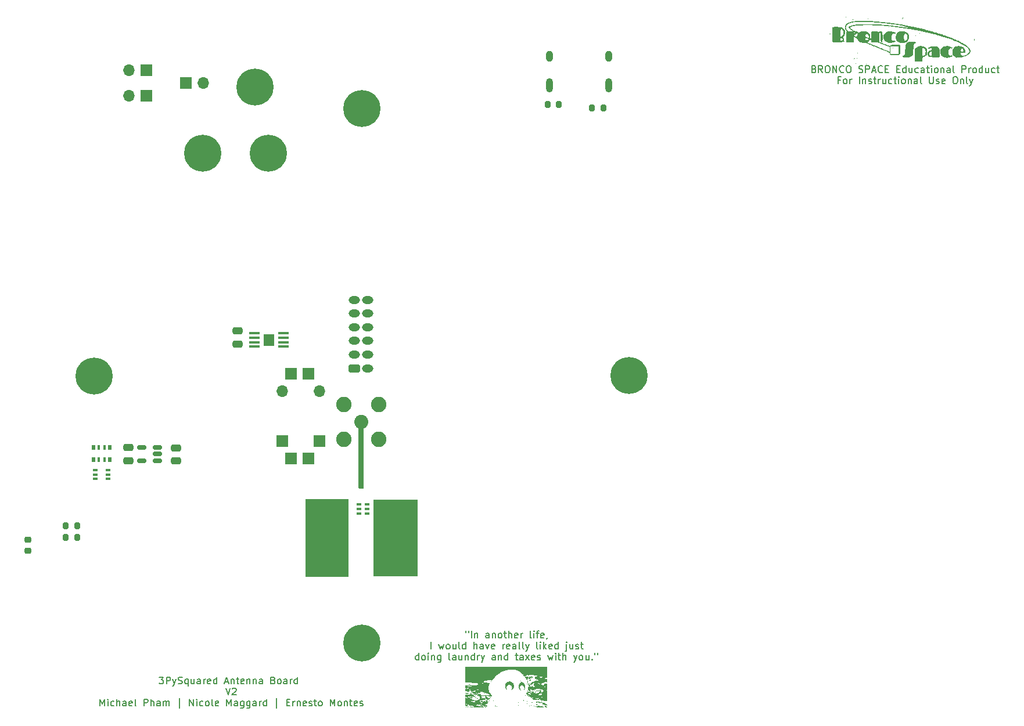
<source format=gbr>
%TF.GenerationSoftware,KiCad,Pcbnew,9.0.0*%
%TF.CreationDate,2025-05-03T12:21:44-07:00*%
%TF.ProjectId,antenna_top_cap_v2a,616e7465-6e6e-4615-9f74-6f705f636170,rev?*%
%TF.SameCoordinates,Original*%
%TF.FileFunction,Soldermask,Top*%
%TF.FilePolarity,Negative*%
%FSLAX46Y46*%
G04 Gerber Fmt 4.6, Leading zero omitted, Abs format (unit mm)*
G04 Created by KiCad (PCBNEW 9.0.0) date 2025-05-03 12:21:44*
%MOMM*%
%LPD*%
G01*
G04 APERTURE LIST*
G04 Aperture macros list*
%AMRoundRect*
0 Rectangle with rounded corners*
0 $1 Rounding radius*
0 $2 $3 $4 $5 $6 $7 $8 $9 X,Y pos of 4 corners*
0 Add a 4 corners polygon primitive as box body*
4,1,4,$2,$3,$4,$5,$6,$7,$8,$9,$2,$3,0*
0 Add four circle primitives for the rounded corners*
1,1,$1+$1,$2,$3*
1,1,$1+$1,$4,$5*
1,1,$1+$1,$6,$7*
1,1,$1+$1,$8,$9*
0 Add four rect primitives between the rounded corners*
20,1,$1+$1,$2,$3,$4,$5,0*
20,1,$1+$1,$4,$5,$6,$7,0*
20,1,$1+$1,$6,$7,$8,$9,0*
20,1,$1+$1,$8,$9,$2,$3,0*%
G04 Aperture macros list end*
%ADD10C,0.150000*%
%ADD11C,0.000000*%
%ADD12RoundRect,0.200000X-0.200000X-0.275000X0.200000X-0.275000X0.200000X0.275000X-0.200000X0.275000X0*%
%ADD13O,1.700000X1.700000*%
%ADD14R,1.700000X1.700000*%
%ADD15C,5.400000*%
%ADD16RoundRect,0.250000X0.475000X-0.250000X0.475000X0.250000X-0.475000X0.250000X-0.475000X-0.250000X0*%
%ADD17RoundRect,0.250000X0.575000X-0.350000X0.575000X0.350000X-0.575000X0.350000X-0.575000X-0.350000X0*%
%ADD18O,1.650000X1.200000*%
%ADD19RoundRect,0.200000X0.200000X0.275000X-0.200000X0.275000X-0.200000X-0.275000X0.200000X-0.275000X0*%
%ADD20R,0.800000X0.300000*%
%ADD21R,6.390000X11.320000*%
%ADD22R,6.400000X11.300000*%
%ADD23RoundRect,0.150000X0.512500X0.150000X-0.512500X0.150000X-0.512500X-0.150000X0.512500X-0.150000X0*%
%ADD24RoundRect,0.225000X-0.250000X0.225000X-0.250000X-0.225000X0.250000X-0.225000X0.250000X0.225000X0*%
%ADD25C,2.050000*%
%ADD26C,2.250000*%
%ADD27R,0.650000X0.400000*%
%ADD28R,0.500000X0.800000*%
%ADD29R,0.400000X0.800000*%
%ADD30RoundRect,0.100000X0.687500X0.100000X-0.687500X0.100000X-0.687500X-0.100000X0.687500X-0.100000X0*%
%ADD31R,1.500000X1.800000*%
%ADD32O,1.000000X1.600000*%
%ADD33O,1.000000X2.100000*%
G04 APERTURE END LIST*
D10*
X231783893Y-67445437D02*
X231926750Y-67493056D01*
X231926750Y-67493056D02*
X231974369Y-67540675D01*
X231974369Y-67540675D02*
X232021988Y-67635913D01*
X232021988Y-67635913D02*
X232021988Y-67778770D01*
X232021988Y-67778770D02*
X231974369Y-67874008D01*
X231974369Y-67874008D02*
X231926750Y-67921628D01*
X231926750Y-67921628D02*
X231831512Y-67969247D01*
X231831512Y-67969247D02*
X231450560Y-67969247D01*
X231450560Y-67969247D02*
X231450560Y-66969247D01*
X231450560Y-66969247D02*
X231783893Y-66969247D01*
X231783893Y-66969247D02*
X231879131Y-67016866D01*
X231879131Y-67016866D02*
X231926750Y-67064485D01*
X231926750Y-67064485D02*
X231974369Y-67159723D01*
X231974369Y-67159723D02*
X231974369Y-67254961D01*
X231974369Y-67254961D02*
X231926750Y-67350199D01*
X231926750Y-67350199D02*
X231879131Y-67397818D01*
X231879131Y-67397818D02*
X231783893Y-67445437D01*
X231783893Y-67445437D02*
X231450560Y-67445437D01*
X233021988Y-67969247D02*
X232688655Y-67493056D01*
X232450560Y-67969247D02*
X232450560Y-66969247D01*
X232450560Y-66969247D02*
X232831512Y-66969247D01*
X232831512Y-66969247D02*
X232926750Y-67016866D01*
X232926750Y-67016866D02*
X232974369Y-67064485D01*
X232974369Y-67064485D02*
X233021988Y-67159723D01*
X233021988Y-67159723D02*
X233021988Y-67302580D01*
X233021988Y-67302580D02*
X232974369Y-67397818D01*
X232974369Y-67397818D02*
X232926750Y-67445437D01*
X232926750Y-67445437D02*
X232831512Y-67493056D01*
X232831512Y-67493056D02*
X232450560Y-67493056D01*
X233641036Y-66969247D02*
X233831512Y-66969247D01*
X233831512Y-66969247D02*
X233926750Y-67016866D01*
X233926750Y-67016866D02*
X234021988Y-67112104D01*
X234021988Y-67112104D02*
X234069607Y-67302580D01*
X234069607Y-67302580D02*
X234069607Y-67635913D01*
X234069607Y-67635913D02*
X234021988Y-67826389D01*
X234021988Y-67826389D02*
X233926750Y-67921628D01*
X233926750Y-67921628D02*
X233831512Y-67969247D01*
X233831512Y-67969247D02*
X233641036Y-67969247D01*
X233641036Y-67969247D02*
X233545798Y-67921628D01*
X233545798Y-67921628D02*
X233450560Y-67826389D01*
X233450560Y-67826389D02*
X233402941Y-67635913D01*
X233402941Y-67635913D02*
X233402941Y-67302580D01*
X233402941Y-67302580D02*
X233450560Y-67112104D01*
X233450560Y-67112104D02*
X233545798Y-67016866D01*
X233545798Y-67016866D02*
X233641036Y-66969247D01*
X234498179Y-67969247D02*
X234498179Y-66969247D01*
X234498179Y-66969247D02*
X235069607Y-67969247D01*
X235069607Y-67969247D02*
X235069607Y-66969247D01*
X236117226Y-67874008D02*
X236069607Y-67921628D01*
X236069607Y-67921628D02*
X235926750Y-67969247D01*
X235926750Y-67969247D02*
X235831512Y-67969247D01*
X235831512Y-67969247D02*
X235688655Y-67921628D01*
X235688655Y-67921628D02*
X235593417Y-67826389D01*
X235593417Y-67826389D02*
X235545798Y-67731151D01*
X235545798Y-67731151D02*
X235498179Y-67540675D01*
X235498179Y-67540675D02*
X235498179Y-67397818D01*
X235498179Y-67397818D02*
X235545798Y-67207342D01*
X235545798Y-67207342D02*
X235593417Y-67112104D01*
X235593417Y-67112104D02*
X235688655Y-67016866D01*
X235688655Y-67016866D02*
X235831512Y-66969247D01*
X235831512Y-66969247D02*
X235926750Y-66969247D01*
X235926750Y-66969247D02*
X236069607Y-67016866D01*
X236069607Y-67016866D02*
X236117226Y-67064485D01*
X236736274Y-66969247D02*
X236926750Y-66969247D01*
X236926750Y-66969247D02*
X237021988Y-67016866D01*
X237021988Y-67016866D02*
X237117226Y-67112104D01*
X237117226Y-67112104D02*
X237164845Y-67302580D01*
X237164845Y-67302580D02*
X237164845Y-67635913D01*
X237164845Y-67635913D02*
X237117226Y-67826389D01*
X237117226Y-67826389D02*
X237021988Y-67921628D01*
X237021988Y-67921628D02*
X236926750Y-67969247D01*
X236926750Y-67969247D02*
X236736274Y-67969247D01*
X236736274Y-67969247D02*
X236641036Y-67921628D01*
X236641036Y-67921628D02*
X236545798Y-67826389D01*
X236545798Y-67826389D02*
X236498179Y-67635913D01*
X236498179Y-67635913D02*
X236498179Y-67302580D01*
X236498179Y-67302580D02*
X236545798Y-67112104D01*
X236545798Y-67112104D02*
X236641036Y-67016866D01*
X236641036Y-67016866D02*
X236736274Y-66969247D01*
X238307703Y-67921628D02*
X238450560Y-67969247D01*
X238450560Y-67969247D02*
X238688655Y-67969247D01*
X238688655Y-67969247D02*
X238783893Y-67921628D01*
X238783893Y-67921628D02*
X238831512Y-67874008D01*
X238831512Y-67874008D02*
X238879131Y-67778770D01*
X238879131Y-67778770D02*
X238879131Y-67683532D01*
X238879131Y-67683532D02*
X238831512Y-67588294D01*
X238831512Y-67588294D02*
X238783893Y-67540675D01*
X238783893Y-67540675D02*
X238688655Y-67493056D01*
X238688655Y-67493056D02*
X238498179Y-67445437D01*
X238498179Y-67445437D02*
X238402941Y-67397818D01*
X238402941Y-67397818D02*
X238355322Y-67350199D01*
X238355322Y-67350199D02*
X238307703Y-67254961D01*
X238307703Y-67254961D02*
X238307703Y-67159723D01*
X238307703Y-67159723D02*
X238355322Y-67064485D01*
X238355322Y-67064485D02*
X238402941Y-67016866D01*
X238402941Y-67016866D02*
X238498179Y-66969247D01*
X238498179Y-66969247D02*
X238736274Y-66969247D01*
X238736274Y-66969247D02*
X238879131Y-67016866D01*
X239307703Y-67969247D02*
X239307703Y-66969247D01*
X239307703Y-66969247D02*
X239688655Y-66969247D01*
X239688655Y-66969247D02*
X239783893Y-67016866D01*
X239783893Y-67016866D02*
X239831512Y-67064485D01*
X239831512Y-67064485D02*
X239879131Y-67159723D01*
X239879131Y-67159723D02*
X239879131Y-67302580D01*
X239879131Y-67302580D02*
X239831512Y-67397818D01*
X239831512Y-67397818D02*
X239783893Y-67445437D01*
X239783893Y-67445437D02*
X239688655Y-67493056D01*
X239688655Y-67493056D02*
X239307703Y-67493056D01*
X240260084Y-67683532D02*
X240736274Y-67683532D01*
X240164846Y-67969247D02*
X240498179Y-66969247D01*
X240498179Y-66969247D02*
X240831512Y-67969247D01*
X241736274Y-67874008D02*
X241688655Y-67921628D01*
X241688655Y-67921628D02*
X241545798Y-67969247D01*
X241545798Y-67969247D02*
X241450560Y-67969247D01*
X241450560Y-67969247D02*
X241307703Y-67921628D01*
X241307703Y-67921628D02*
X241212465Y-67826389D01*
X241212465Y-67826389D02*
X241164846Y-67731151D01*
X241164846Y-67731151D02*
X241117227Y-67540675D01*
X241117227Y-67540675D02*
X241117227Y-67397818D01*
X241117227Y-67397818D02*
X241164846Y-67207342D01*
X241164846Y-67207342D02*
X241212465Y-67112104D01*
X241212465Y-67112104D02*
X241307703Y-67016866D01*
X241307703Y-67016866D02*
X241450560Y-66969247D01*
X241450560Y-66969247D02*
X241545798Y-66969247D01*
X241545798Y-66969247D02*
X241688655Y-67016866D01*
X241688655Y-67016866D02*
X241736274Y-67064485D01*
X242164846Y-67445437D02*
X242498179Y-67445437D01*
X242641036Y-67969247D02*
X242164846Y-67969247D01*
X242164846Y-67969247D02*
X242164846Y-66969247D01*
X242164846Y-66969247D02*
X242641036Y-66969247D01*
X243831513Y-67445437D02*
X244164846Y-67445437D01*
X244307703Y-67969247D02*
X243831513Y-67969247D01*
X243831513Y-67969247D02*
X243831513Y-66969247D01*
X243831513Y-66969247D02*
X244307703Y-66969247D01*
X245164846Y-67969247D02*
X245164846Y-66969247D01*
X245164846Y-67921628D02*
X245069608Y-67969247D01*
X245069608Y-67969247D02*
X244879132Y-67969247D01*
X244879132Y-67969247D02*
X244783894Y-67921628D01*
X244783894Y-67921628D02*
X244736275Y-67874008D01*
X244736275Y-67874008D02*
X244688656Y-67778770D01*
X244688656Y-67778770D02*
X244688656Y-67493056D01*
X244688656Y-67493056D02*
X244736275Y-67397818D01*
X244736275Y-67397818D02*
X244783894Y-67350199D01*
X244783894Y-67350199D02*
X244879132Y-67302580D01*
X244879132Y-67302580D02*
X245069608Y-67302580D01*
X245069608Y-67302580D02*
X245164846Y-67350199D01*
X246069608Y-67302580D02*
X246069608Y-67969247D01*
X245641037Y-67302580D02*
X245641037Y-67826389D01*
X245641037Y-67826389D02*
X245688656Y-67921628D01*
X245688656Y-67921628D02*
X245783894Y-67969247D01*
X245783894Y-67969247D02*
X245926751Y-67969247D01*
X245926751Y-67969247D02*
X246021989Y-67921628D01*
X246021989Y-67921628D02*
X246069608Y-67874008D01*
X246974370Y-67921628D02*
X246879132Y-67969247D01*
X246879132Y-67969247D02*
X246688656Y-67969247D01*
X246688656Y-67969247D02*
X246593418Y-67921628D01*
X246593418Y-67921628D02*
X246545799Y-67874008D01*
X246545799Y-67874008D02*
X246498180Y-67778770D01*
X246498180Y-67778770D02*
X246498180Y-67493056D01*
X246498180Y-67493056D02*
X246545799Y-67397818D01*
X246545799Y-67397818D02*
X246593418Y-67350199D01*
X246593418Y-67350199D02*
X246688656Y-67302580D01*
X246688656Y-67302580D02*
X246879132Y-67302580D01*
X246879132Y-67302580D02*
X246974370Y-67350199D01*
X247831513Y-67969247D02*
X247831513Y-67445437D01*
X247831513Y-67445437D02*
X247783894Y-67350199D01*
X247783894Y-67350199D02*
X247688656Y-67302580D01*
X247688656Y-67302580D02*
X247498180Y-67302580D01*
X247498180Y-67302580D02*
X247402942Y-67350199D01*
X247831513Y-67921628D02*
X247736275Y-67969247D01*
X247736275Y-67969247D02*
X247498180Y-67969247D01*
X247498180Y-67969247D02*
X247402942Y-67921628D01*
X247402942Y-67921628D02*
X247355323Y-67826389D01*
X247355323Y-67826389D02*
X247355323Y-67731151D01*
X247355323Y-67731151D02*
X247402942Y-67635913D01*
X247402942Y-67635913D02*
X247498180Y-67588294D01*
X247498180Y-67588294D02*
X247736275Y-67588294D01*
X247736275Y-67588294D02*
X247831513Y-67540675D01*
X248164847Y-67302580D02*
X248545799Y-67302580D01*
X248307704Y-66969247D02*
X248307704Y-67826389D01*
X248307704Y-67826389D02*
X248355323Y-67921628D01*
X248355323Y-67921628D02*
X248450561Y-67969247D01*
X248450561Y-67969247D02*
X248545799Y-67969247D01*
X248879133Y-67969247D02*
X248879133Y-67302580D01*
X248879133Y-66969247D02*
X248831514Y-67016866D01*
X248831514Y-67016866D02*
X248879133Y-67064485D01*
X248879133Y-67064485D02*
X248926752Y-67016866D01*
X248926752Y-67016866D02*
X248879133Y-66969247D01*
X248879133Y-66969247D02*
X248879133Y-67064485D01*
X249498180Y-67969247D02*
X249402942Y-67921628D01*
X249402942Y-67921628D02*
X249355323Y-67874008D01*
X249355323Y-67874008D02*
X249307704Y-67778770D01*
X249307704Y-67778770D02*
X249307704Y-67493056D01*
X249307704Y-67493056D02*
X249355323Y-67397818D01*
X249355323Y-67397818D02*
X249402942Y-67350199D01*
X249402942Y-67350199D02*
X249498180Y-67302580D01*
X249498180Y-67302580D02*
X249641037Y-67302580D01*
X249641037Y-67302580D02*
X249736275Y-67350199D01*
X249736275Y-67350199D02*
X249783894Y-67397818D01*
X249783894Y-67397818D02*
X249831513Y-67493056D01*
X249831513Y-67493056D02*
X249831513Y-67778770D01*
X249831513Y-67778770D02*
X249783894Y-67874008D01*
X249783894Y-67874008D02*
X249736275Y-67921628D01*
X249736275Y-67921628D02*
X249641037Y-67969247D01*
X249641037Y-67969247D02*
X249498180Y-67969247D01*
X250260085Y-67302580D02*
X250260085Y-67969247D01*
X250260085Y-67397818D02*
X250307704Y-67350199D01*
X250307704Y-67350199D02*
X250402942Y-67302580D01*
X250402942Y-67302580D02*
X250545799Y-67302580D01*
X250545799Y-67302580D02*
X250641037Y-67350199D01*
X250641037Y-67350199D02*
X250688656Y-67445437D01*
X250688656Y-67445437D02*
X250688656Y-67969247D01*
X251593418Y-67969247D02*
X251593418Y-67445437D01*
X251593418Y-67445437D02*
X251545799Y-67350199D01*
X251545799Y-67350199D02*
X251450561Y-67302580D01*
X251450561Y-67302580D02*
X251260085Y-67302580D01*
X251260085Y-67302580D02*
X251164847Y-67350199D01*
X251593418Y-67921628D02*
X251498180Y-67969247D01*
X251498180Y-67969247D02*
X251260085Y-67969247D01*
X251260085Y-67969247D02*
X251164847Y-67921628D01*
X251164847Y-67921628D02*
X251117228Y-67826389D01*
X251117228Y-67826389D02*
X251117228Y-67731151D01*
X251117228Y-67731151D02*
X251164847Y-67635913D01*
X251164847Y-67635913D02*
X251260085Y-67588294D01*
X251260085Y-67588294D02*
X251498180Y-67588294D01*
X251498180Y-67588294D02*
X251593418Y-67540675D01*
X252212466Y-67969247D02*
X252117228Y-67921628D01*
X252117228Y-67921628D02*
X252069609Y-67826389D01*
X252069609Y-67826389D02*
X252069609Y-66969247D01*
X253355324Y-67969247D02*
X253355324Y-66969247D01*
X253355324Y-66969247D02*
X253736276Y-66969247D01*
X253736276Y-66969247D02*
X253831514Y-67016866D01*
X253831514Y-67016866D02*
X253879133Y-67064485D01*
X253879133Y-67064485D02*
X253926752Y-67159723D01*
X253926752Y-67159723D02*
X253926752Y-67302580D01*
X253926752Y-67302580D02*
X253879133Y-67397818D01*
X253879133Y-67397818D02*
X253831514Y-67445437D01*
X253831514Y-67445437D02*
X253736276Y-67493056D01*
X253736276Y-67493056D02*
X253355324Y-67493056D01*
X254355324Y-67969247D02*
X254355324Y-67302580D01*
X254355324Y-67493056D02*
X254402943Y-67397818D01*
X254402943Y-67397818D02*
X254450562Y-67350199D01*
X254450562Y-67350199D02*
X254545800Y-67302580D01*
X254545800Y-67302580D02*
X254641038Y-67302580D01*
X255117229Y-67969247D02*
X255021991Y-67921628D01*
X255021991Y-67921628D02*
X254974372Y-67874008D01*
X254974372Y-67874008D02*
X254926753Y-67778770D01*
X254926753Y-67778770D02*
X254926753Y-67493056D01*
X254926753Y-67493056D02*
X254974372Y-67397818D01*
X254974372Y-67397818D02*
X255021991Y-67350199D01*
X255021991Y-67350199D02*
X255117229Y-67302580D01*
X255117229Y-67302580D02*
X255260086Y-67302580D01*
X255260086Y-67302580D02*
X255355324Y-67350199D01*
X255355324Y-67350199D02*
X255402943Y-67397818D01*
X255402943Y-67397818D02*
X255450562Y-67493056D01*
X255450562Y-67493056D02*
X255450562Y-67778770D01*
X255450562Y-67778770D02*
X255402943Y-67874008D01*
X255402943Y-67874008D02*
X255355324Y-67921628D01*
X255355324Y-67921628D02*
X255260086Y-67969247D01*
X255260086Y-67969247D02*
X255117229Y-67969247D01*
X256307705Y-67969247D02*
X256307705Y-66969247D01*
X256307705Y-67921628D02*
X256212467Y-67969247D01*
X256212467Y-67969247D02*
X256021991Y-67969247D01*
X256021991Y-67969247D02*
X255926753Y-67921628D01*
X255926753Y-67921628D02*
X255879134Y-67874008D01*
X255879134Y-67874008D02*
X255831515Y-67778770D01*
X255831515Y-67778770D02*
X255831515Y-67493056D01*
X255831515Y-67493056D02*
X255879134Y-67397818D01*
X255879134Y-67397818D02*
X255926753Y-67350199D01*
X255926753Y-67350199D02*
X256021991Y-67302580D01*
X256021991Y-67302580D02*
X256212467Y-67302580D01*
X256212467Y-67302580D02*
X256307705Y-67350199D01*
X257212467Y-67302580D02*
X257212467Y-67969247D01*
X256783896Y-67302580D02*
X256783896Y-67826389D01*
X256783896Y-67826389D02*
X256831515Y-67921628D01*
X256831515Y-67921628D02*
X256926753Y-67969247D01*
X256926753Y-67969247D02*
X257069610Y-67969247D01*
X257069610Y-67969247D02*
X257164848Y-67921628D01*
X257164848Y-67921628D02*
X257212467Y-67874008D01*
X258117229Y-67921628D02*
X258021991Y-67969247D01*
X258021991Y-67969247D02*
X257831515Y-67969247D01*
X257831515Y-67969247D02*
X257736277Y-67921628D01*
X257736277Y-67921628D02*
X257688658Y-67874008D01*
X257688658Y-67874008D02*
X257641039Y-67778770D01*
X257641039Y-67778770D02*
X257641039Y-67493056D01*
X257641039Y-67493056D02*
X257688658Y-67397818D01*
X257688658Y-67397818D02*
X257736277Y-67350199D01*
X257736277Y-67350199D02*
X257831515Y-67302580D01*
X257831515Y-67302580D02*
X258021991Y-67302580D01*
X258021991Y-67302580D02*
X258117229Y-67350199D01*
X258402944Y-67302580D02*
X258783896Y-67302580D01*
X258545801Y-66969247D02*
X258545801Y-67826389D01*
X258545801Y-67826389D02*
X258593420Y-67921628D01*
X258593420Y-67921628D02*
X258688658Y-67969247D01*
X258688658Y-67969247D02*
X258783896Y-67969247D01*
X235593417Y-69055381D02*
X235260084Y-69055381D01*
X235260084Y-69579191D02*
X235260084Y-68579191D01*
X235260084Y-68579191D02*
X235736274Y-68579191D01*
X236260084Y-69579191D02*
X236164846Y-69531572D01*
X236164846Y-69531572D02*
X236117227Y-69483952D01*
X236117227Y-69483952D02*
X236069608Y-69388714D01*
X236069608Y-69388714D02*
X236069608Y-69103000D01*
X236069608Y-69103000D02*
X236117227Y-69007762D01*
X236117227Y-69007762D02*
X236164846Y-68960143D01*
X236164846Y-68960143D02*
X236260084Y-68912524D01*
X236260084Y-68912524D02*
X236402941Y-68912524D01*
X236402941Y-68912524D02*
X236498179Y-68960143D01*
X236498179Y-68960143D02*
X236545798Y-69007762D01*
X236545798Y-69007762D02*
X236593417Y-69103000D01*
X236593417Y-69103000D02*
X236593417Y-69388714D01*
X236593417Y-69388714D02*
X236545798Y-69483952D01*
X236545798Y-69483952D02*
X236498179Y-69531572D01*
X236498179Y-69531572D02*
X236402941Y-69579191D01*
X236402941Y-69579191D02*
X236260084Y-69579191D01*
X237021989Y-69579191D02*
X237021989Y-68912524D01*
X237021989Y-69103000D02*
X237069608Y-69007762D01*
X237069608Y-69007762D02*
X237117227Y-68960143D01*
X237117227Y-68960143D02*
X237212465Y-68912524D01*
X237212465Y-68912524D02*
X237307703Y-68912524D01*
X238402942Y-69579191D02*
X238402942Y-68579191D01*
X238879132Y-68912524D02*
X238879132Y-69579191D01*
X238879132Y-69007762D02*
X238926751Y-68960143D01*
X238926751Y-68960143D02*
X239021989Y-68912524D01*
X239021989Y-68912524D02*
X239164846Y-68912524D01*
X239164846Y-68912524D02*
X239260084Y-68960143D01*
X239260084Y-68960143D02*
X239307703Y-69055381D01*
X239307703Y-69055381D02*
X239307703Y-69579191D01*
X239736275Y-69531572D02*
X239831513Y-69579191D01*
X239831513Y-69579191D02*
X240021989Y-69579191D01*
X240021989Y-69579191D02*
X240117227Y-69531572D01*
X240117227Y-69531572D02*
X240164846Y-69436333D01*
X240164846Y-69436333D02*
X240164846Y-69388714D01*
X240164846Y-69388714D02*
X240117227Y-69293476D01*
X240117227Y-69293476D02*
X240021989Y-69245857D01*
X240021989Y-69245857D02*
X239879132Y-69245857D01*
X239879132Y-69245857D02*
X239783894Y-69198238D01*
X239783894Y-69198238D02*
X239736275Y-69103000D01*
X239736275Y-69103000D02*
X239736275Y-69055381D01*
X239736275Y-69055381D02*
X239783894Y-68960143D01*
X239783894Y-68960143D02*
X239879132Y-68912524D01*
X239879132Y-68912524D02*
X240021989Y-68912524D01*
X240021989Y-68912524D02*
X240117227Y-68960143D01*
X240450561Y-68912524D02*
X240831513Y-68912524D01*
X240593418Y-68579191D02*
X240593418Y-69436333D01*
X240593418Y-69436333D02*
X240641037Y-69531572D01*
X240641037Y-69531572D02*
X240736275Y-69579191D01*
X240736275Y-69579191D02*
X240831513Y-69579191D01*
X241164847Y-69579191D02*
X241164847Y-68912524D01*
X241164847Y-69103000D02*
X241212466Y-69007762D01*
X241212466Y-69007762D02*
X241260085Y-68960143D01*
X241260085Y-68960143D02*
X241355323Y-68912524D01*
X241355323Y-68912524D02*
X241450561Y-68912524D01*
X242212466Y-68912524D02*
X242212466Y-69579191D01*
X241783895Y-68912524D02*
X241783895Y-69436333D01*
X241783895Y-69436333D02*
X241831514Y-69531572D01*
X241831514Y-69531572D02*
X241926752Y-69579191D01*
X241926752Y-69579191D02*
X242069609Y-69579191D01*
X242069609Y-69579191D02*
X242164847Y-69531572D01*
X242164847Y-69531572D02*
X242212466Y-69483952D01*
X243117228Y-69531572D02*
X243021990Y-69579191D01*
X243021990Y-69579191D02*
X242831514Y-69579191D01*
X242831514Y-69579191D02*
X242736276Y-69531572D01*
X242736276Y-69531572D02*
X242688657Y-69483952D01*
X242688657Y-69483952D02*
X242641038Y-69388714D01*
X242641038Y-69388714D02*
X242641038Y-69103000D01*
X242641038Y-69103000D02*
X242688657Y-69007762D01*
X242688657Y-69007762D02*
X242736276Y-68960143D01*
X242736276Y-68960143D02*
X242831514Y-68912524D01*
X242831514Y-68912524D02*
X243021990Y-68912524D01*
X243021990Y-68912524D02*
X243117228Y-68960143D01*
X243402943Y-68912524D02*
X243783895Y-68912524D01*
X243545800Y-68579191D02*
X243545800Y-69436333D01*
X243545800Y-69436333D02*
X243593419Y-69531572D01*
X243593419Y-69531572D02*
X243688657Y-69579191D01*
X243688657Y-69579191D02*
X243783895Y-69579191D01*
X244117229Y-69579191D02*
X244117229Y-68912524D01*
X244117229Y-68579191D02*
X244069610Y-68626810D01*
X244069610Y-68626810D02*
X244117229Y-68674429D01*
X244117229Y-68674429D02*
X244164848Y-68626810D01*
X244164848Y-68626810D02*
X244117229Y-68579191D01*
X244117229Y-68579191D02*
X244117229Y-68674429D01*
X244736276Y-69579191D02*
X244641038Y-69531572D01*
X244641038Y-69531572D02*
X244593419Y-69483952D01*
X244593419Y-69483952D02*
X244545800Y-69388714D01*
X244545800Y-69388714D02*
X244545800Y-69103000D01*
X244545800Y-69103000D02*
X244593419Y-69007762D01*
X244593419Y-69007762D02*
X244641038Y-68960143D01*
X244641038Y-68960143D02*
X244736276Y-68912524D01*
X244736276Y-68912524D02*
X244879133Y-68912524D01*
X244879133Y-68912524D02*
X244974371Y-68960143D01*
X244974371Y-68960143D02*
X245021990Y-69007762D01*
X245021990Y-69007762D02*
X245069609Y-69103000D01*
X245069609Y-69103000D02*
X245069609Y-69388714D01*
X245069609Y-69388714D02*
X245021990Y-69483952D01*
X245021990Y-69483952D02*
X244974371Y-69531572D01*
X244974371Y-69531572D02*
X244879133Y-69579191D01*
X244879133Y-69579191D02*
X244736276Y-69579191D01*
X245498181Y-68912524D02*
X245498181Y-69579191D01*
X245498181Y-69007762D02*
X245545800Y-68960143D01*
X245545800Y-68960143D02*
X245641038Y-68912524D01*
X245641038Y-68912524D02*
X245783895Y-68912524D01*
X245783895Y-68912524D02*
X245879133Y-68960143D01*
X245879133Y-68960143D02*
X245926752Y-69055381D01*
X245926752Y-69055381D02*
X245926752Y-69579191D01*
X246831514Y-69579191D02*
X246831514Y-69055381D01*
X246831514Y-69055381D02*
X246783895Y-68960143D01*
X246783895Y-68960143D02*
X246688657Y-68912524D01*
X246688657Y-68912524D02*
X246498181Y-68912524D01*
X246498181Y-68912524D02*
X246402943Y-68960143D01*
X246831514Y-69531572D02*
X246736276Y-69579191D01*
X246736276Y-69579191D02*
X246498181Y-69579191D01*
X246498181Y-69579191D02*
X246402943Y-69531572D01*
X246402943Y-69531572D02*
X246355324Y-69436333D01*
X246355324Y-69436333D02*
X246355324Y-69341095D01*
X246355324Y-69341095D02*
X246402943Y-69245857D01*
X246402943Y-69245857D02*
X246498181Y-69198238D01*
X246498181Y-69198238D02*
X246736276Y-69198238D01*
X246736276Y-69198238D02*
X246831514Y-69150619D01*
X247450562Y-69579191D02*
X247355324Y-69531572D01*
X247355324Y-69531572D02*
X247307705Y-69436333D01*
X247307705Y-69436333D02*
X247307705Y-68579191D01*
X248593420Y-68579191D02*
X248593420Y-69388714D01*
X248593420Y-69388714D02*
X248641039Y-69483952D01*
X248641039Y-69483952D02*
X248688658Y-69531572D01*
X248688658Y-69531572D02*
X248783896Y-69579191D01*
X248783896Y-69579191D02*
X248974372Y-69579191D01*
X248974372Y-69579191D02*
X249069610Y-69531572D01*
X249069610Y-69531572D02*
X249117229Y-69483952D01*
X249117229Y-69483952D02*
X249164848Y-69388714D01*
X249164848Y-69388714D02*
X249164848Y-68579191D01*
X249593420Y-69531572D02*
X249688658Y-69579191D01*
X249688658Y-69579191D02*
X249879134Y-69579191D01*
X249879134Y-69579191D02*
X249974372Y-69531572D01*
X249974372Y-69531572D02*
X250021991Y-69436333D01*
X250021991Y-69436333D02*
X250021991Y-69388714D01*
X250021991Y-69388714D02*
X249974372Y-69293476D01*
X249974372Y-69293476D02*
X249879134Y-69245857D01*
X249879134Y-69245857D02*
X249736277Y-69245857D01*
X249736277Y-69245857D02*
X249641039Y-69198238D01*
X249641039Y-69198238D02*
X249593420Y-69103000D01*
X249593420Y-69103000D02*
X249593420Y-69055381D01*
X249593420Y-69055381D02*
X249641039Y-68960143D01*
X249641039Y-68960143D02*
X249736277Y-68912524D01*
X249736277Y-68912524D02*
X249879134Y-68912524D01*
X249879134Y-68912524D02*
X249974372Y-68960143D01*
X250831515Y-69531572D02*
X250736277Y-69579191D01*
X250736277Y-69579191D02*
X250545801Y-69579191D01*
X250545801Y-69579191D02*
X250450563Y-69531572D01*
X250450563Y-69531572D02*
X250402944Y-69436333D01*
X250402944Y-69436333D02*
X250402944Y-69055381D01*
X250402944Y-69055381D02*
X250450563Y-68960143D01*
X250450563Y-68960143D02*
X250545801Y-68912524D01*
X250545801Y-68912524D02*
X250736277Y-68912524D01*
X250736277Y-68912524D02*
X250831515Y-68960143D01*
X250831515Y-68960143D02*
X250879134Y-69055381D01*
X250879134Y-69055381D02*
X250879134Y-69150619D01*
X250879134Y-69150619D02*
X250402944Y-69245857D01*
X252260087Y-68579191D02*
X252450563Y-68579191D01*
X252450563Y-68579191D02*
X252545801Y-68626810D01*
X252545801Y-68626810D02*
X252641039Y-68722048D01*
X252641039Y-68722048D02*
X252688658Y-68912524D01*
X252688658Y-68912524D02*
X252688658Y-69245857D01*
X252688658Y-69245857D02*
X252641039Y-69436333D01*
X252641039Y-69436333D02*
X252545801Y-69531572D01*
X252545801Y-69531572D02*
X252450563Y-69579191D01*
X252450563Y-69579191D02*
X252260087Y-69579191D01*
X252260087Y-69579191D02*
X252164849Y-69531572D01*
X252164849Y-69531572D02*
X252069611Y-69436333D01*
X252069611Y-69436333D02*
X252021992Y-69245857D01*
X252021992Y-69245857D02*
X252021992Y-68912524D01*
X252021992Y-68912524D02*
X252069611Y-68722048D01*
X252069611Y-68722048D02*
X252164849Y-68626810D01*
X252164849Y-68626810D02*
X252260087Y-68579191D01*
X253117230Y-68912524D02*
X253117230Y-69579191D01*
X253117230Y-69007762D02*
X253164849Y-68960143D01*
X253164849Y-68960143D02*
X253260087Y-68912524D01*
X253260087Y-68912524D02*
X253402944Y-68912524D01*
X253402944Y-68912524D02*
X253498182Y-68960143D01*
X253498182Y-68960143D02*
X253545801Y-69055381D01*
X253545801Y-69055381D02*
X253545801Y-69579191D01*
X254164849Y-69579191D02*
X254069611Y-69531572D01*
X254069611Y-69531572D02*
X254021992Y-69436333D01*
X254021992Y-69436333D02*
X254021992Y-68579191D01*
X254450564Y-68912524D02*
X254688659Y-69579191D01*
X254926754Y-68912524D02*
X254688659Y-69579191D01*
X254688659Y-69579191D02*
X254593421Y-69817286D01*
X254593421Y-69817286D02*
X254545802Y-69864905D01*
X254545802Y-69864905D02*
X254450564Y-69912524D01*
X181027752Y-149440548D02*
X181027752Y-149631024D01*
X181408704Y-149440548D02*
X181408704Y-149631024D01*
X181837276Y-150440548D02*
X181837276Y-149440548D01*
X182313466Y-149773881D02*
X182313466Y-150440548D01*
X182313466Y-149869119D02*
X182361085Y-149821500D01*
X182361085Y-149821500D02*
X182456323Y-149773881D01*
X182456323Y-149773881D02*
X182599180Y-149773881D01*
X182599180Y-149773881D02*
X182694418Y-149821500D01*
X182694418Y-149821500D02*
X182742037Y-149916738D01*
X182742037Y-149916738D02*
X182742037Y-150440548D01*
X184408704Y-150440548D02*
X184408704Y-149916738D01*
X184408704Y-149916738D02*
X184361085Y-149821500D01*
X184361085Y-149821500D02*
X184265847Y-149773881D01*
X184265847Y-149773881D02*
X184075371Y-149773881D01*
X184075371Y-149773881D02*
X183980133Y-149821500D01*
X184408704Y-150392929D02*
X184313466Y-150440548D01*
X184313466Y-150440548D02*
X184075371Y-150440548D01*
X184075371Y-150440548D02*
X183980133Y-150392929D01*
X183980133Y-150392929D02*
X183932514Y-150297690D01*
X183932514Y-150297690D02*
X183932514Y-150202452D01*
X183932514Y-150202452D02*
X183980133Y-150107214D01*
X183980133Y-150107214D02*
X184075371Y-150059595D01*
X184075371Y-150059595D02*
X184313466Y-150059595D01*
X184313466Y-150059595D02*
X184408704Y-150011976D01*
X184884895Y-149773881D02*
X184884895Y-150440548D01*
X184884895Y-149869119D02*
X184932514Y-149821500D01*
X184932514Y-149821500D02*
X185027752Y-149773881D01*
X185027752Y-149773881D02*
X185170609Y-149773881D01*
X185170609Y-149773881D02*
X185265847Y-149821500D01*
X185265847Y-149821500D02*
X185313466Y-149916738D01*
X185313466Y-149916738D02*
X185313466Y-150440548D01*
X185932514Y-150440548D02*
X185837276Y-150392929D01*
X185837276Y-150392929D02*
X185789657Y-150345309D01*
X185789657Y-150345309D02*
X185742038Y-150250071D01*
X185742038Y-150250071D02*
X185742038Y-149964357D01*
X185742038Y-149964357D02*
X185789657Y-149869119D01*
X185789657Y-149869119D02*
X185837276Y-149821500D01*
X185837276Y-149821500D02*
X185932514Y-149773881D01*
X185932514Y-149773881D02*
X186075371Y-149773881D01*
X186075371Y-149773881D02*
X186170609Y-149821500D01*
X186170609Y-149821500D02*
X186218228Y-149869119D01*
X186218228Y-149869119D02*
X186265847Y-149964357D01*
X186265847Y-149964357D02*
X186265847Y-150250071D01*
X186265847Y-150250071D02*
X186218228Y-150345309D01*
X186218228Y-150345309D02*
X186170609Y-150392929D01*
X186170609Y-150392929D02*
X186075371Y-150440548D01*
X186075371Y-150440548D02*
X185932514Y-150440548D01*
X186551562Y-149773881D02*
X186932514Y-149773881D01*
X186694419Y-149440548D02*
X186694419Y-150297690D01*
X186694419Y-150297690D02*
X186742038Y-150392929D01*
X186742038Y-150392929D02*
X186837276Y-150440548D01*
X186837276Y-150440548D02*
X186932514Y-150440548D01*
X187265848Y-150440548D02*
X187265848Y-149440548D01*
X187694419Y-150440548D02*
X187694419Y-149916738D01*
X187694419Y-149916738D02*
X187646800Y-149821500D01*
X187646800Y-149821500D02*
X187551562Y-149773881D01*
X187551562Y-149773881D02*
X187408705Y-149773881D01*
X187408705Y-149773881D02*
X187313467Y-149821500D01*
X187313467Y-149821500D02*
X187265848Y-149869119D01*
X188551562Y-150392929D02*
X188456324Y-150440548D01*
X188456324Y-150440548D02*
X188265848Y-150440548D01*
X188265848Y-150440548D02*
X188170610Y-150392929D01*
X188170610Y-150392929D02*
X188122991Y-150297690D01*
X188122991Y-150297690D02*
X188122991Y-149916738D01*
X188122991Y-149916738D02*
X188170610Y-149821500D01*
X188170610Y-149821500D02*
X188265848Y-149773881D01*
X188265848Y-149773881D02*
X188456324Y-149773881D01*
X188456324Y-149773881D02*
X188551562Y-149821500D01*
X188551562Y-149821500D02*
X188599181Y-149916738D01*
X188599181Y-149916738D02*
X188599181Y-150011976D01*
X188599181Y-150011976D02*
X188122991Y-150107214D01*
X189027753Y-150440548D02*
X189027753Y-149773881D01*
X189027753Y-149964357D02*
X189075372Y-149869119D01*
X189075372Y-149869119D02*
X189122991Y-149821500D01*
X189122991Y-149821500D02*
X189218229Y-149773881D01*
X189218229Y-149773881D02*
X189313467Y-149773881D01*
X190551563Y-150440548D02*
X190456325Y-150392929D01*
X190456325Y-150392929D02*
X190408706Y-150297690D01*
X190408706Y-150297690D02*
X190408706Y-149440548D01*
X190932516Y-150440548D02*
X190932516Y-149773881D01*
X190932516Y-149440548D02*
X190884897Y-149488167D01*
X190884897Y-149488167D02*
X190932516Y-149535786D01*
X190932516Y-149535786D02*
X190980135Y-149488167D01*
X190980135Y-149488167D02*
X190932516Y-149440548D01*
X190932516Y-149440548D02*
X190932516Y-149535786D01*
X191265849Y-149773881D02*
X191646801Y-149773881D01*
X191408706Y-150440548D02*
X191408706Y-149583405D01*
X191408706Y-149583405D02*
X191456325Y-149488167D01*
X191456325Y-149488167D02*
X191551563Y-149440548D01*
X191551563Y-149440548D02*
X191646801Y-149440548D01*
X192361087Y-150392929D02*
X192265849Y-150440548D01*
X192265849Y-150440548D02*
X192075373Y-150440548D01*
X192075373Y-150440548D02*
X191980135Y-150392929D01*
X191980135Y-150392929D02*
X191932516Y-150297690D01*
X191932516Y-150297690D02*
X191932516Y-149916738D01*
X191932516Y-149916738D02*
X191980135Y-149821500D01*
X191980135Y-149821500D02*
X192075373Y-149773881D01*
X192075373Y-149773881D02*
X192265849Y-149773881D01*
X192265849Y-149773881D02*
X192361087Y-149821500D01*
X192361087Y-149821500D02*
X192408706Y-149916738D01*
X192408706Y-149916738D02*
X192408706Y-150011976D01*
X192408706Y-150011976D02*
X191932516Y-150107214D01*
X192884897Y-150392929D02*
X192884897Y-150440548D01*
X192884897Y-150440548D02*
X192837278Y-150535786D01*
X192837278Y-150535786D02*
X192789659Y-150583405D01*
X175932513Y-152050492D02*
X175932513Y-151050492D01*
X177075370Y-151383825D02*
X177265846Y-152050492D01*
X177265846Y-152050492D02*
X177456322Y-151574301D01*
X177456322Y-151574301D02*
X177646798Y-152050492D01*
X177646798Y-152050492D02*
X177837274Y-151383825D01*
X178361084Y-152050492D02*
X178265846Y-152002873D01*
X178265846Y-152002873D02*
X178218227Y-151955253D01*
X178218227Y-151955253D02*
X178170608Y-151860015D01*
X178170608Y-151860015D02*
X178170608Y-151574301D01*
X178170608Y-151574301D02*
X178218227Y-151479063D01*
X178218227Y-151479063D02*
X178265846Y-151431444D01*
X178265846Y-151431444D02*
X178361084Y-151383825D01*
X178361084Y-151383825D02*
X178503941Y-151383825D01*
X178503941Y-151383825D02*
X178599179Y-151431444D01*
X178599179Y-151431444D02*
X178646798Y-151479063D01*
X178646798Y-151479063D02*
X178694417Y-151574301D01*
X178694417Y-151574301D02*
X178694417Y-151860015D01*
X178694417Y-151860015D02*
X178646798Y-151955253D01*
X178646798Y-151955253D02*
X178599179Y-152002873D01*
X178599179Y-152002873D02*
X178503941Y-152050492D01*
X178503941Y-152050492D02*
X178361084Y-152050492D01*
X179551560Y-151383825D02*
X179551560Y-152050492D01*
X179122989Y-151383825D02*
X179122989Y-151907634D01*
X179122989Y-151907634D02*
X179170608Y-152002873D01*
X179170608Y-152002873D02*
X179265846Y-152050492D01*
X179265846Y-152050492D02*
X179408703Y-152050492D01*
X179408703Y-152050492D02*
X179503941Y-152002873D01*
X179503941Y-152002873D02*
X179551560Y-151955253D01*
X180170608Y-152050492D02*
X180075370Y-152002873D01*
X180075370Y-152002873D02*
X180027751Y-151907634D01*
X180027751Y-151907634D02*
X180027751Y-151050492D01*
X180980132Y-152050492D02*
X180980132Y-151050492D01*
X180980132Y-152002873D02*
X180884894Y-152050492D01*
X180884894Y-152050492D02*
X180694418Y-152050492D01*
X180694418Y-152050492D02*
X180599180Y-152002873D01*
X180599180Y-152002873D02*
X180551561Y-151955253D01*
X180551561Y-151955253D02*
X180503942Y-151860015D01*
X180503942Y-151860015D02*
X180503942Y-151574301D01*
X180503942Y-151574301D02*
X180551561Y-151479063D01*
X180551561Y-151479063D02*
X180599180Y-151431444D01*
X180599180Y-151431444D02*
X180694418Y-151383825D01*
X180694418Y-151383825D02*
X180884894Y-151383825D01*
X180884894Y-151383825D02*
X180980132Y-151431444D01*
X182218228Y-152050492D02*
X182218228Y-151050492D01*
X182646799Y-152050492D02*
X182646799Y-151526682D01*
X182646799Y-151526682D02*
X182599180Y-151431444D01*
X182599180Y-151431444D02*
X182503942Y-151383825D01*
X182503942Y-151383825D02*
X182361085Y-151383825D01*
X182361085Y-151383825D02*
X182265847Y-151431444D01*
X182265847Y-151431444D02*
X182218228Y-151479063D01*
X183551561Y-152050492D02*
X183551561Y-151526682D01*
X183551561Y-151526682D02*
X183503942Y-151431444D01*
X183503942Y-151431444D02*
X183408704Y-151383825D01*
X183408704Y-151383825D02*
X183218228Y-151383825D01*
X183218228Y-151383825D02*
X183122990Y-151431444D01*
X183551561Y-152002873D02*
X183456323Y-152050492D01*
X183456323Y-152050492D02*
X183218228Y-152050492D01*
X183218228Y-152050492D02*
X183122990Y-152002873D01*
X183122990Y-152002873D02*
X183075371Y-151907634D01*
X183075371Y-151907634D02*
X183075371Y-151812396D01*
X183075371Y-151812396D02*
X183122990Y-151717158D01*
X183122990Y-151717158D02*
X183218228Y-151669539D01*
X183218228Y-151669539D02*
X183456323Y-151669539D01*
X183456323Y-151669539D02*
X183551561Y-151621920D01*
X183932514Y-151383825D02*
X184170609Y-152050492D01*
X184170609Y-152050492D02*
X184408704Y-151383825D01*
X185170609Y-152002873D02*
X185075371Y-152050492D01*
X185075371Y-152050492D02*
X184884895Y-152050492D01*
X184884895Y-152050492D02*
X184789657Y-152002873D01*
X184789657Y-152002873D02*
X184742038Y-151907634D01*
X184742038Y-151907634D02*
X184742038Y-151526682D01*
X184742038Y-151526682D02*
X184789657Y-151431444D01*
X184789657Y-151431444D02*
X184884895Y-151383825D01*
X184884895Y-151383825D02*
X185075371Y-151383825D01*
X185075371Y-151383825D02*
X185170609Y-151431444D01*
X185170609Y-151431444D02*
X185218228Y-151526682D01*
X185218228Y-151526682D02*
X185218228Y-151621920D01*
X185218228Y-151621920D02*
X184742038Y-151717158D01*
X186408705Y-152050492D02*
X186408705Y-151383825D01*
X186408705Y-151574301D02*
X186456324Y-151479063D01*
X186456324Y-151479063D02*
X186503943Y-151431444D01*
X186503943Y-151431444D02*
X186599181Y-151383825D01*
X186599181Y-151383825D02*
X186694419Y-151383825D01*
X187408705Y-152002873D02*
X187313467Y-152050492D01*
X187313467Y-152050492D02*
X187122991Y-152050492D01*
X187122991Y-152050492D02*
X187027753Y-152002873D01*
X187027753Y-152002873D02*
X186980134Y-151907634D01*
X186980134Y-151907634D02*
X186980134Y-151526682D01*
X186980134Y-151526682D02*
X187027753Y-151431444D01*
X187027753Y-151431444D02*
X187122991Y-151383825D01*
X187122991Y-151383825D02*
X187313467Y-151383825D01*
X187313467Y-151383825D02*
X187408705Y-151431444D01*
X187408705Y-151431444D02*
X187456324Y-151526682D01*
X187456324Y-151526682D02*
X187456324Y-151621920D01*
X187456324Y-151621920D02*
X186980134Y-151717158D01*
X188313467Y-152050492D02*
X188313467Y-151526682D01*
X188313467Y-151526682D02*
X188265848Y-151431444D01*
X188265848Y-151431444D02*
X188170610Y-151383825D01*
X188170610Y-151383825D02*
X187980134Y-151383825D01*
X187980134Y-151383825D02*
X187884896Y-151431444D01*
X188313467Y-152002873D02*
X188218229Y-152050492D01*
X188218229Y-152050492D02*
X187980134Y-152050492D01*
X187980134Y-152050492D02*
X187884896Y-152002873D01*
X187884896Y-152002873D02*
X187837277Y-151907634D01*
X187837277Y-151907634D02*
X187837277Y-151812396D01*
X187837277Y-151812396D02*
X187884896Y-151717158D01*
X187884896Y-151717158D02*
X187980134Y-151669539D01*
X187980134Y-151669539D02*
X188218229Y-151669539D01*
X188218229Y-151669539D02*
X188313467Y-151621920D01*
X188932515Y-152050492D02*
X188837277Y-152002873D01*
X188837277Y-152002873D02*
X188789658Y-151907634D01*
X188789658Y-151907634D02*
X188789658Y-151050492D01*
X189456325Y-152050492D02*
X189361087Y-152002873D01*
X189361087Y-152002873D02*
X189313468Y-151907634D01*
X189313468Y-151907634D02*
X189313468Y-151050492D01*
X189742040Y-151383825D02*
X189980135Y-152050492D01*
X190218230Y-151383825D02*
X189980135Y-152050492D01*
X189980135Y-152050492D02*
X189884897Y-152288587D01*
X189884897Y-152288587D02*
X189837278Y-152336206D01*
X189837278Y-152336206D02*
X189742040Y-152383825D01*
X191503945Y-152050492D02*
X191408707Y-152002873D01*
X191408707Y-152002873D02*
X191361088Y-151907634D01*
X191361088Y-151907634D02*
X191361088Y-151050492D01*
X191884898Y-152050492D02*
X191884898Y-151383825D01*
X191884898Y-151050492D02*
X191837279Y-151098111D01*
X191837279Y-151098111D02*
X191884898Y-151145730D01*
X191884898Y-151145730D02*
X191932517Y-151098111D01*
X191932517Y-151098111D02*
X191884898Y-151050492D01*
X191884898Y-151050492D02*
X191884898Y-151145730D01*
X192361088Y-152050492D02*
X192361088Y-151050492D01*
X192456326Y-151669539D02*
X192742040Y-152050492D01*
X192742040Y-151383825D02*
X192361088Y-151764777D01*
X193551564Y-152002873D02*
X193456326Y-152050492D01*
X193456326Y-152050492D02*
X193265850Y-152050492D01*
X193265850Y-152050492D02*
X193170612Y-152002873D01*
X193170612Y-152002873D02*
X193122993Y-151907634D01*
X193122993Y-151907634D02*
X193122993Y-151526682D01*
X193122993Y-151526682D02*
X193170612Y-151431444D01*
X193170612Y-151431444D02*
X193265850Y-151383825D01*
X193265850Y-151383825D02*
X193456326Y-151383825D01*
X193456326Y-151383825D02*
X193551564Y-151431444D01*
X193551564Y-151431444D02*
X193599183Y-151526682D01*
X193599183Y-151526682D02*
X193599183Y-151621920D01*
X193599183Y-151621920D02*
X193122993Y-151717158D01*
X194456326Y-152050492D02*
X194456326Y-151050492D01*
X194456326Y-152002873D02*
X194361088Y-152050492D01*
X194361088Y-152050492D02*
X194170612Y-152050492D01*
X194170612Y-152050492D02*
X194075374Y-152002873D01*
X194075374Y-152002873D02*
X194027755Y-151955253D01*
X194027755Y-151955253D02*
X193980136Y-151860015D01*
X193980136Y-151860015D02*
X193980136Y-151574301D01*
X193980136Y-151574301D02*
X194027755Y-151479063D01*
X194027755Y-151479063D02*
X194075374Y-151431444D01*
X194075374Y-151431444D02*
X194170612Y-151383825D01*
X194170612Y-151383825D02*
X194361088Y-151383825D01*
X194361088Y-151383825D02*
X194456326Y-151431444D01*
X195694422Y-151383825D02*
X195694422Y-152240968D01*
X195694422Y-152240968D02*
X195646803Y-152336206D01*
X195646803Y-152336206D02*
X195551565Y-152383825D01*
X195551565Y-152383825D02*
X195503946Y-152383825D01*
X195694422Y-151050492D02*
X195646803Y-151098111D01*
X195646803Y-151098111D02*
X195694422Y-151145730D01*
X195694422Y-151145730D02*
X195742041Y-151098111D01*
X195742041Y-151098111D02*
X195694422Y-151050492D01*
X195694422Y-151050492D02*
X195694422Y-151145730D01*
X196599183Y-151383825D02*
X196599183Y-152050492D01*
X196170612Y-151383825D02*
X196170612Y-151907634D01*
X196170612Y-151907634D02*
X196218231Y-152002873D01*
X196218231Y-152002873D02*
X196313469Y-152050492D01*
X196313469Y-152050492D02*
X196456326Y-152050492D01*
X196456326Y-152050492D02*
X196551564Y-152002873D01*
X196551564Y-152002873D02*
X196599183Y-151955253D01*
X197027755Y-152002873D02*
X197122993Y-152050492D01*
X197122993Y-152050492D02*
X197313469Y-152050492D01*
X197313469Y-152050492D02*
X197408707Y-152002873D01*
X197408707Y-152002873D02*
X197456326Y-151907634D01*
X197456326Y-151907634D02*
X197456326Y-151860015D01*
X197456326Y-151860015D02*
X197408707Y-151764777D01*
X197408707Y-151764777D02*
X197313469Y-151717158D01*
X197313469Y-151717158D02*
X197170612Y-151717158D01*
X197170612Y-151717158D02*
X197075374Y-151669539D01*
X197075374Y-151669539D02*
X197027755Y-151574301D01*
X197027755Y-151574301D02*
X197027755Y-151526682D01*
X197027755Y-151526682D02*
X197075374Y-151431444D01*
X197075374Y-151431444D02*
X197170612Y-151383825D01*
X197170612Y-151383825D02*
X197313469Y-151383825D01*
X197313469Y-151383825D02*
X197408707Y-151431444D01*
X197742041Y-151383825D02*
X198122993Y-151383825D01*
X197884898Y-151050492D02*
X197884898Y-151907634D01*
X197884898Y-151907634D02*
X197932517Y-152002873D01*
X197932517Y-152002873D02*
X198027755Y-152050492D01*
X198027755Y-152050492D02*
X198122993Y-152050492D01*
X174170608Y-153660436D02*
X174170608Y-152660436D01*
X174170608Y-153612817D02*
X174075370Y-153660436D01*
X174075370Y-153660436D02*
X173884894Y-153660436D01*
X173884894Y-153660436D02*
X173789656Y-153612817D01*
X173789656Y-153612817D02*
X173742037Y-153565197D01*
X173742037Y-153565197D02*
X173694418Y-153469959D01*
X173694418Y-153469959D02*
X173694418Y-153184245D01*
X173694418Y-153184245D02*
X173742037Y-153089007D01*
X173742037Y-153089007D02*
X173789656Y-153041388D01*
X173789656Y-153041388D02*
X173884894Y-152993769D01*
X173884894Y-152993769D02*
X174075370Y-152993769D01*
X174075370Y-152993769D02*
X174170608Y-153041388D01*
X174789656Y-153660436D02*
X174694418Y-153612817D01*
X174694418Y-153612817D02*
X174646799Y-153565197D01*
X174646799Y-153565197D02*
X174599180Y-153469959D01*
X174599180Y-153469959D02*
X174599180Y-153184245D01*
X174599180Y-153184245D02*
X174646799Y-153089007D01*
X174646799Y-153089007D02*
X174694418Y-153041388D01*
X174694418Y-153041388D02*
X174789656Y-152993769D01*
X174789656Y-152993769D02*
X174932513Y-152993769D01*
X174932513Y-152993769D02*
X175027751Y-153041388D01*
X175027751Y-153041388D02*
X175075370Y-153089007D01*
X175075370Y-153089007D02*
X175122989Y-153184245D01*
X175122989Y-153184245D02*
X175122989Y-153469959D01*
X175122989Y-153469959D02*
X175075370Y-153565197D01*
X175075370Y-153565197D02*
X175027751Y-153612817D01*
X175027751Y-153612817D02*
X174932513Y-153660436D01*
X174932513Y-153660436D02*
X174789656Y-153660436D01*
X175551561Y-153660436D02*
X175551561Y-152993769D01*
X175551561Y-152660436D02*
X175503942Y-152708055D01*
X175503942Y-152708055D02*
X175551561Y-152755674D01*
X175551561Y-152755674D02*
X175599180Y-152708055D01*
X175599180Y-152708055D02*
X175551561Y-152660436D01*
X175551561Y-152660436D02*
X175551561Y-152755674D01*
X176027751Y-152993769D02*
X176027751Y-153660436D01*
X176027751Y-153089007D02*
X176075370Y-153041388D01*
X176075370Y-153041388D02*
X176170608Y-152993769D01*
X176170608Y-152993769D02*
X176313465Y-152993769D01*
X176313465Y-152993769D02*
X176408703Y-153041388D01*
X176408703Y-153041388D02*
X176456322Y-153136626D01*
X176456322Y-153136626D02*
X176456322Y-153660436D01*
X177361084Y-152993769D02*
X177361084Y-153803293D01*
X177361084Y-153803293D02*
X177313465Y-153898531D01*
X177313465Y-153898531D02*
X177265846Y-153946150D01*
X177265846Y-153946150D02*
X177170608Y-153993769D01*
X177170608Y-153993769D02*
X177027751Y-153993769D01*
X177027751Y-153993769D02*
X176932513Y-153946150D01*
X177361084Y-153612817D02*
X177265846Y-153660436D01*
X177265846Y-153660436D02*
X177075370Y-153660436D01*
X177075370Y-153660436D02*
X176980132Y-153612817D01*
X176980132Y-153612817D02*
X176932513Y-153565197D01*
X176932513Y-153565197D02*
X176884894Y-153469959D01*
X176884894Y-153469959D02*
X176884894Y-153184245D01*
X176884894Y-153184245D02*
X176932513Y-153089007D01*
X176932513Y-153089007D02*
X176980132Y-153041388D01*
X176980132Y-153041388D02*
X177075370Y-152993769D01*
X177075370Y-152993769D02*
X177265846Y-152993769D01*
X177265846Y-152993769D02*
X177361084Y-153041388D01*
X178742037Y-153660436D02*
X178646799Y-153612817D01*
X178646799Y-153612817D02*
X178599180Y-153517578D01*
X178599180Y-153517578D02*
X178599180Y-152660436D01*
X179551561Y-153660436D02*
X179551561Y-153136626D01*
X179551561Y-153136626D02*
X179503942Y-153041388D01*
X179503942Y-153041388D02*
X179408704Y-152993769D01*
X179408704Y-152993769D02*
X179218228Y-152993769D01*
X179218228Y-152993769D02*
X179122990Y-153041388D01*
X179551561Y-153612817D02*
X179456323Y-153660436D01*
X179456323Y-153660436D02*
X179218228Y-153660436D01*
X179218228Y-153660436D02*
X179122990Y-153612817D01*
X179122990Y-153612817D02*
X179075371Y-153517578D01*
X179075371Y-153517578D02*
X179075371Y-153422340D01*
X179075371Y-153422340D02*
X179122990Y-153327102D01*
X179122990Y-153327102D02*
X179218228Y-153279483D01*
X179218228Y-153279483D02*
X179456323Y-153279483D01*
X179456323Y-153279483D02*
X179551561Y-153231864D01*
X180456323Y-152993769D02*
X180456323Y-153660436D01*
X180027752Y-152993769D02*
X180027752Y-153517578D01*
X180027752Y-153517578D02*
X180075371Y-153612817D01*
X180075371Y-153612817D02*
X180170609Y-153660436D01*
X180170609Y-153660436D02*
X180313466Y-153660436D01*
X180313466Y-153660436D02*
X180408704Y-153612817D01*
X180408704Y-153612817D02*
X180456323Y-153565197D01*
X180932514Y-152993769D02*
X180932514Y-153660436D01*
X180932514Y-153089007D02*
X180980133Y-153041388D01*
X180980133Y-153041388D02*
X181075371Y-152993769D01*
X181075371Y-152993769D02*
X181218228Y-152993769D01*
X181218228Y-152993769D02*
X181313466Y-153041388D01*
X181313466Y-153041388D02*
X181361085Y-153136626D01*
X181361085Y-153136626D02*
X181361085Y-153660436D01*
X182265847Y-153660436D02*
X182265847Y-152660436D01*
X182265847Y-153612817D02*
X182170609Y-153660436D01*
X182170609Y-153660436D02*
X181980133Y-153660436D01*
X181980133Y-153660436D02*
X181884895Y-153612817D01*
X181884895Y-153612817D02*
X181837276Y-153565197D01*
X181837276Y-153565197D02*
X181789657Y-153469959D01*
X181789657Y-153469959D02*
X181789657Y-153184245D01*
X181789657Y-153184245D02*
X181837276Y-153089007D01*
X181837276Y-153089007D02*
X181884895Y-153041388D01*
X181884895Y-153041388D02*
X181980133Y-152993769D01*
X181980133Y-152993769D02*
X182170609Y-152993769D01*
X182170609Y-152993769D02*
X182265847Y-153041388D01*
X182742038Y-153660436D02*
X182742038Y-152993769D01*
X182742038Y-153184245D02*
X182789657Y-153089007D01*
X182789657Y-153089007D02*
X182837276Y-153041388D01*
X182837276Y-153041388D02*
X182932514Y-152993769D01*
X182932514Y-152993769D02*
X183027752Y-152993769D01*
X183265848Y-152993769D02*
X183503943Y-153660436D01*
X183742038Y-152993769D02*
X183503943Y-153660436D01*
X183503943Y-153660436D02*
X183408705Y-153898531D01*
X183408705Y-153898531D02*
X183361086Y-153946150D01*
X183361086Y-153946150D02*
X183265848Y-153993769D01*
X185313467Y-153660436D02*
X185313467Y-153136626D01*
X185313467Y-153136626D02*
X185265848Y-153041388D01*
X185265848Y-153041388D02*
X185170610Y-152993769D01*
X185170610Y-152993769D02*
X184980134Y-152993769D01*
X184980134Y-152993769D02*
X184884896Y-153041388D01*
X185313467Y-153612817D02*
X185218229Y-153660436D01*
X185218229Y-153660436D02*
X184980134Y-153660436D01*
X184980134Y-153660436D02*
X184884896Y-153612817D01*
X184884896Y-153612817D02*
X184837277Y-153517578D01*
X184837277Y-153517578D02*
X184837277Y-153422340D01*
X184837277Y-153422340D02*
X184884896Y-153327102D01*
X184884896Y-153327102D02*
X184980134Y-153279483D01*
X184980134Y-153279483D02*
X185218229Y-153279483D01*
X185218229Y-153279483D02*
X185313467Y-153231864D01*
X185789658Y-152993769D02*
X185789658Y-153660436D01*
X185789658Y-153089007D02*
X185837277Y-153041388D01*
X185837277Y-153041388D02*
X185932515Y-152993769D01*
X185932515Y-152993769D02*
X186075372Y-152993769D01*
X186075372Y-152993769D02*
X186170610Y-153041388D01*
X186170610Y-153041388D02*
X186218229Y-153136626D01*
X186218229Y-153136626D02*
X186218229Y-153660436D01*
X187122991Y-153660436D02*
X187122991Y-152660436D01*
X187122991Y-153612817D02*
X187027753Y-153660436D01*
X187027753Y-153660436D02*
X186837277Y-153660436D01*
X186837277Y-153660436D02*
X186742039Y-153612817D01*
X186742039Y-153612817D02*
X186694420Y-153565197D01*
X186694420Y-153565197D02*
X186646801Y-153469959D01*
X186646801Y-153469959D02*
X186646801Y-153184245D01*
X186646801Y-153184245D02*
X186694420Y-153089007D01*
X186694420Y-153089007D02*
X186742039Y-153041388D01*
X186742039Y-153041388D02*
X186837277Y-152993769D01*
X186837277Y-152993769D02*
X187027753Y-152993769D01*
X187027753Y-152993769D02*
X187122991Y-153041388D01*
X188218230Y-152993769D02*
X188599182Y-152993769D01*
X188361087Y-152660436D02*
X188361087Y-153517578D01*
X188361087Y-153517578D02*
X188408706Y-153612817D01*
X188408706Y-153612817D02*
X188503944Y-153660436D01*
X188503944Y-153660436D02*
X188599182Y-153660436D01*
X189361087Y-153660436D02*
X189361087Y-153136626D01*
X189361087Y-153136626D02*
X189313468Y-153041388D01*
X189313468Y-153041388D02*
X189218230Y-152993769D01*
X189218230Y-152993769D02*
X189027754Y-152993769D01*
X189027754Y-152993769D02*
X188932516Y-153041388D01*
X189361087Y-153612817D02*
X189265849Y-153660436D01*
X189265849Y-153660436D02*
X189027754Y-153660436D01*
X189027754Y-153660436D02*
X188932516Y-153612817D01*
X188932516Y-153612817D02*
X188884897Y-153517578D01*
X188884897Y-153517578D02*
X188884897Y-153422340D01*
X188884897Y-153422340D02*
X188932516Y-153327102D01*
X188932516Y-153327102D02*
X189027754Y-153279483D01*
X189027754Y-153279483D02*
X189265849Y-153279483D01*
X189265849Y-153279483D02*
X189361087Y-153231864D01*
X189742040Y-153660436D02*
X190265849Y-152993769D01*
X189742040Y-152993769D02*
X190265849Y-153660436D01*
X191027754Y-153612817D02*
X190932516Y-153660436D01*
X190932516Y-153660436D02*
X190742040Y-153660436D01*
X190742040Y-153660436D02*
X190646802Y-153612817D01*
X190646802Y-153612817D02*
X190599183Y-153517578D01*
X190599183Y-153517578D02*
X190599183Y-153136626D01*
X190599183Y-153136626D02*
X190646802Y-153041388D01*
X190646802Y-153041388D02*
X190742040Y-152993769D01*
X190742040Y-152993769D02*
X190932516Y-152993769D01*
X190932516Y-152993769D02*
X191027754Y-153041388D01*
X191027754Y-153041388D02*
X191075373Y-153136626D01*
X191075373Y-153136626D02*
X191075373Y-153231864D01*
X191075373Y-153231864D02*
X190599183Y-153327102D01*
X191456326Y-153612817D02*
X191551564Y-153660436D01*
X191551564Y-153660436D02*
X191742040Y-153660436D01*
X191742040Y-153660436D02*
X191837278Y-153612817D01*
X191837278Y-153612817D02*
X191884897Y-153517578D01*
X191884897Y-153517578D02*
X191884897Y-153469959D01*
X191884897Y-153469959D02*
X191837278Y-153374721D01*
X191837278Y-153374721D02*
X191742040Y-153327102D01*
X191742040Y-153327102D02*
X191599183Y-153327102D01*
X191599183Y-153327102D02*
X191503945Y-153279483D01*
X191503945Y-153279483D02*
X191456326Y-153184245D01*
X191456326Y-153184245D02*
X191456326Y-153136626D01*
X191456326Y-153136626D02*
X191503945Y-153041388D01*
X191503945Y-153041388D02*
X191599183Y-152993769D01*
X191599183Y-152993769D02*
X191742040Y-152993769D01*
X191742040Y-152993769D02*
X191837278Y-153041388D01*
X192980136Y-152993769D02*
X193170612Y-153660436D01*
X193170612Y-153660436D02*
X193361088Y-153184245D01*
X193361088Y-153184245D02*
X193551564Y-153660436D01*
X193551564Y-153660436D02*
X193742040Y-152993769D01*
X194122993Y-153660436D02*
X194122993Y-152993769D01*
X194122993Y-152660436D02*
X194075374Y-152708055D01*
X194075374Y-152708055D02*
X194122993Y-152755674D01*
X194122993Y-152755674D02*
X194170612Y-152708055D01*
X194170612Y-152708055D02*
X194122993Y-152660436D01*
X194122993Y-152660436D02*
X194122993Y-152755674D01*
X194456326Y-152993769D02*
X194837278Y-152993769D01*
X194599183Y-152660436D02*
X194599183Y-153517578D01*
X194599183Y-153517578D02*
X194646802Y-153612817D01*
X194646802Y-153612817D02*
X194742040Y-153660436D01*
X194742040Y-153660436D02*
X194837278Y-153660436D01*
X195170612Y-153660436D02*
X195170612Y-152660436D01*
X195599183Y-153660436D02*
X195599183Y-153136626D01*
X195599183Y-153136626D02*
X195551564Y-153041388D01*
X195551564Y-153041388D02*
X195456326Y-152993769D01*
X195456326Y-152993769D02*
X195313469Y-152993769D01*
X195313469Y-152993769D02*
X195218231Y-153041388D01*
X195218231Y-153041388D02*
X195170612Y-153089007D01*
X196742041Y-152993769D02*
X196980136Y-153660436D01*
X197218231Y-152993769D02*
X196980136Y-153660436D01*
X196980136Y-153660436D02*
X196884898Y-153898531D01*
X196884898Y-153898531D02*
X196837279Y-153946150D01*
X196837279Y-153946150D02*
X196742041Y-153993769D01*
X197742041Y-153660436D02*
X197646803Y-153612817D01*
X197646803Y-153612817D02*
X197599184Y-153565197D01*
X197599184Y-153565197D02*
X197551565Y-153469959D01*
X197551565Y-153469959D02*
X197551565Y-153184245D01*
X197551565Y-153184245D02*
X197599184Y-153089007D01*
X197599184Y-153089007D02*
X197646803Y-153041388D01*
X197646803Y-153041388D02*
X197742041Y-152993769D01*
X197742041Y-152993769D02*
X197884898Y-152993769D01*
X197884898Y-152993769D02*
X197980136Y-153041388D01*
X197980136Y-153041388D02*
X198027755Y-153089007D01*
X198027755Y-153089007D02*
X198075374Y-153184245D01*
X198075374Y-153184245D02*
X198075374Y-153469959D01*
X198075374Y-153469959D02*
X198027755Y-153565197D01*
X198027755Y-153565197D02*
X197980136Y-153612817D01*
X197980136Y-153612817D02*
X197884898Y-153660436D01*
X197884898Y-153660436D02*
X197742041Y-153660436D01*
X198932517Y-152993769D02*
X198932517Y-153660436D01*
X198503946Y-152993769D02*
X198503946Y-153517578D01*
X198503946Y-153517578D02*
X198551565Y-153612817D01*
X198551565Y-153612817D02*
X198646803Y-153660436D01*
X198646803Y-153660436D02*
X198789660Y-153660436D01*
X198789660Y-153660436D02*
X198884898Y-153612817D01*
X198884898Y-153612817D02*
X198932517Y-153565197D01*
X199408708Y-153565197D02*
X199456327Y-153612817D01*
X199456327Y-153612817D02*
X199408708Y-153660436D01*
X199408708Y-153660436D02*
X199361089Y-153612817D01*
X199361089Y-153612817D02*
X199408708Y-153565197D01*
X199408708Y-153565197D02*
X199408708Y-153660436D01*
X199837279Y-152660436D02*
X199837279Y-152850912D01*
X200218231Y-152660436D02*
X200218231Y-152850912D01*
X136325798Y-156144275D02*
X136944845Y-156144275D01*
X136944845Y-156144275D02*
X136611512Y-156525227D01*
X136611512Y-156525227D02*
X136754369Y-156525227D01*
X136754369Y-156525227D02*
X136849607Y-156572846D01*
X136849607Y-156572846D02*
X136897226Y-156620465D01*
X136897226Y-156620465D02*
X136944845Y-156715703D01*
X136944845Y-156715703D02*
X136944845Y-156953798D01*
X136944845Y-156953798D02*
X136897226Y-157049036D01*
X136897226Y-157049036D02*
X136849607Y-157096656D01*
X136849607Y-157096656D02*
X136754369Y-157144275D01*
X136754369Y-157144275D02*
X136468655Y-157144275D01*
X136468655Y-157144275D02*
X136373417Y-157096656D01*
X136373417Y-157096656D02*
X136325798Y-157049036D01*
X137373417Y-157144275D02*
X137373417Y-156144275D01*
X137373417Y-156144275D02*
X137754369Y-156144275D01*
X137754369Y-156144275D02*
X137849607Y-156191894D01*
X137849607Y-156191894D02*
X137897226Y-156239513D01*
X137897226Y-156239513D02*
X137944845Y-156334751D01*
X137944845Y-156334751D02*
X137944845Y-156477608D01*
X137944845Y-156477608D02*
X137897226Y-156572846D01*
X137897226Y-156572846D02*
X137849607Y-156620465D01*
X137849607Y-156620465D02*
X137754369Y-156668084D01*
X137754369Y-156668084D02*
X137373417Y-156668084D01*
X138278179Y-156477608D02*
X138516274Y-157144275D01*
X138754369Y-156477608D02*
X138516274Y-157144275D01*
X138516274Y-157144275D02*
X138421036Y-157382370D01*
X138421036Y-157382370D02*
X138373417Y-157429989D01*
X138373417Y-157429989D02*
X138278179Y-157477608D01*
X139087703Y-157096656D02*
X139230560Y-157144275D01*
X139230560Y-157144275D02*
X139468655Y-157144275D01*
X139468655Y-157144275D02*
X139563893Y-157096656D01*
X139563893Y-157096656D02*
X139611512Y-157049036D01*
X139611512Y-157049036D02*
X139659131Y-156953798D01*
X139659131Y-156953798D02*
X139659131Y-156858560D01*
X139659131Y-156858560D02*
X139611512Y-156763322D01*
X139611512Y-156763322D02*
X139563893Y-156715703D01*
X139563893Y-156715703D02*
X139468655Y-156668084D01*
X139468655Y-156668084D02*
X139278179Y-156620465D01*
X139278179Y-156620465D02*
X139182941Y-156572846D01*
X139182941Y-156572846D02*
X139135322Y-156525227D01*
X139135322Y-156525227D02*
X139087703Y-156429989D01*
X139087703Y-156429989D02*
X139087703Y-156334751D01*
X139087703Y-156334751D02*
X139135322Y-156239513D01*
X139135322Y-156239513D02*
X139182941Y-156191894D01*
X139182941Y-156191894D02*
X139278179Y-156144275D01*
X139278179Y-156144275D02*
X139516274Y-156144275D01*
X139516274Y-156144275D02*
X139659131Y-156191894D01*
X140516274Y-156477608D02*
X140516274Y-157477608D01*
X140516274Y-157096656D02*
X140421036Y-157144275D01*
X140421036Y-157144275D02*
X140230560Y-157144275D01*
X140230560Y-157144275D02*
X140135322Y-157096656D01*
X140135322Y-157096656D02*
X140087703Y-157049036D01*
X140087703Y-157049036D02*
X140040084Y-156953798D01*
X140040084Y-156953798D02*
X140040084Y-156668084D01*
X140040084Y-156668084D02*
X140087703Y-156572846D01*
X140087703Y-156572846D02*
X140135322Y-156525227D01*
X140135322Y-156525227D02*
X140230560Y-156477608D01*
X140230560Y-156477608D02*
X140421036Y-156477608D01*
X140421036Y-156477608D02*
X140516274Y-156525227D01*
X141421036Y-156477608D02*
X141421036Y-157144275D01*
X140992465Y-156477608D02*
X140992465Y-157001417D01*
X140992465Y-157001417D02*
X141040084Y-157096656D01*
X141040084Y-157096656D02*
X141135322Y-157144275D01*
X141135322Y-157144275D02*
X141278179Y-157144275D01*
X141278179Y-157144275D02*
X141373417Y-157096656D01*
X141373417Y-157096656D02*
X141421036Y-157049036D01*
X142325798Y-157144275D02*
X142325798Y-156620465D01*
X142325798Y-156620465D02*
X142278179Y-156525227D01*
X142278179Y-156525227D02*
X142182941Y-156477608D01*
X142182941Y-156477608D02*
X141992465Y-156477608D01*
X141992465Y-156477608D02*
X141897227Y-156525227D01*
X142325798Y-157096656D02*
X142230560Y-157144275D01*
X142230560Y-157144275D02*
X141992465Y-157144275D01*
X141992465Y-157144275D02*
X141897227Y-157096656D01*
X141897227Y-157096656D02*
X141849608Y-157001417D01*
X141849608Y-157001417D02*
X141849608Y-156906179D01*
X141849608Y-156906179D02*
X141897227Y-156810941D01*
X141897227Y-156810941D02*
X141992465Y-156763322D01*
X141992465Y-156763322D02*
X142230560Y-156763322D01*
X142230560Y-156763322D02*
X142325798Y-156715703D01*
X142801989Y-157144275D02*
X142801989Y-156477608D01*
X142801989Y-156668084D02*
X142849608Y-156572846D01*
X142849608Y-156572846D02*
X142897227Y-156525227D01*
X142897227Y-156525227D02*
X142992465Y-156477608D01*
X142992465Y-156477608D02*
X143087703Y-156477608D01*
X143801989Y-157096656D02*
X143706751Y-157144275D01*
X143706751Y-157144275D02*
X143516275Y-157144275D01*
X143516275Y-157144275D02*
X143421037Y-157096656D01*
X143421037Y-157096656D02*
X143373418Y-157001417D01*
X143373418Y-157001417D02*
X143373418Y-156620465D01*
X143373418Y-156620465D02*
X143421037Y-156525227D01*
X143421037Y-156525227D02*
X143516275Y-156477608D01*
X143516275Y-156477608D02*
X143706751Y-156477608D01*
X143706751Y-156477608D02*
X143801989Y-156525227D01*
X143801989Y-156525227D02*
X143849608Y-156620465D01*
X143849608Y-156620465D02*
X143849608Y-156715703D01*
X143849608Y-156715703D02*
X143373418Y-156810941D01*
X144706751Y-157144275D02*
X144706751Y-156144275D01*
X144706751Y-157096656D02*
X144611513Y-157144275D01*
X144611513Y-157144275D02*
X144421037Y-157144275D01*
X144421037Y-157144275D02*
X144325799Y-157096656D01*
X144325799Y-157096656D02*
X144278180Y-157049036D01*
X144278180Y-157049036D02*
X144230561Y-156953798D01*
X144230561Y-156953798D02*
X144230561Y-156668084D01*
X144230561Y-156668084D02*
X144278180Y-156572846D01*
X144278180Y-156572846D02*
X144325799Y-156525227D01*
X144325799Y-156525227D02*
X144421037Y-156477608D01*
X144421037Y-156477608D02*
X144611513Y-156477608D01*
X144611513Y-156477608D02*
X144706751Y-156525227D01*
X145897228Y-156858560D02*
X146373418Y-156858560D01*
X145801990Y-157144275D02*
X146135323Y-156144275D01*
X146135323Y-156144275D02*
X146468656Y-157144275D01*
X146801990Y-156477608D02*
X146801990Y-157144275D01*
X146801990Y-156572846D02*
X146849609Y-156525227D01*
X146849609Y-156525227D02*
X146944847Y-156477608D01*
X146944847Y-156477608D02*
X147087704Y-156477608D01*
X147087704Y-156477608D02*
X147182942Y-156525227D01*
X147182942Y-156525227D02*
X147230561Y-156620465D01*
X147230561Y-156620465D02*
X147230561Y-157144275D01*
X147563895Y-156477608D02*
X147944847Y-156477608D01*
X147706752Y-156144275D02*
X147706752Y-157001417D01*
X147706752Y-157001417D02*
X147754371Y-157096656D01*
X147754371Y-157096656D02*
X147849609Y-157144275D01*
X147849609Y-157144275D02*
X147944847Y-157144275D01*
X148659133Y-157096656D02*
X148563895Y-157144275D01*
X148563895Y-157144275D02*
X148373419Y-157144275D01*
X148373419Y-157144275D02*
X148278181Y-157096656D01*
X148278181Y-157096656D02*
X148230562Y-157001417D01*
X148230562Y-157001417D02*
X148230562Y-156620465D01*
X148230562Y-156620465D02*
X148278181Y-156525227D01*
X148278181Y-156525227D02*
X148373419Y-156477608D01*
X148373419Y-156477608D02*
X148563895Y-156477608D01*
X148563895Y-156477608D02*
X148659133Y-156525227D01*
X148659133Y-156525227D02*
X148706752Y-156620465D01*
X148706752Y-156620465D02*
X148706752Y-156715703D01*
X148706752Y-156715703D02*
X148230562Y-156810941D01*
X149135324Y-156477608D02*
X149135324Y-157144275D01*
X149135324Y-156572846D02*
X149182943Y-156525227D01*
X149182943Y-156525227D02*
X149278181Y-156477608D01*
X149278181Y-156477608D02*
X149421038Y-156477608D01*
X149421038Y-156477608D02*
X149516276Y-156525227D01*
X149516276Y-156525227D02*
X149563895Y-156620465D01*
X149563895Y-156620465D02*
X149563895Y-157144275D01*
X150040086Y-156477608D02*
X150040086Y-157144275D01*
X150040086Y-156572846D02*
X150087705Y-156525227D01*
X150087705Y-156525227D02*
X150182943Y-156477608D01*
X150182943Y-156477608D02*
X150325800Y-156477608D01*
X150325800Y-156477608D02*
X150421038Y-156525227D01*
X150421038Y-156525227D02*
X150468657Y-156620465D01*
X150468657Y-156620465D02*
X150468657Y-157144275D01*
X151373419Y-157144275D02*
X151373419Y-156620465D01*
X151373419Y-156620465D02*
X151325800Y-156525227D01*
X151325800Y-156525227D02*
X151230562Y-156477608D01*
X151230562Y-156477608D02*
X151040086Y-156477608D01*
X151040086Y-156477608D02*
X150944848Y-156525227D01*
X151373419Y-157096656D02*
X151278181Y-157144275D01*
X151278181Y-157144275D02*
X151040086Y-157144275D01*
X151040086Y-157144275D02*
X150944848Y-157096656D01*
X150944848Y-157096656D02*
X150897229Y-157001417D01*
X150897229Y-157001417D02*
X150897229Y-156906179D01*
X150897229Y-156906179D02*
X150944848Y-156810941D01*
X150944848Y-156810941D02*
X151040086Y-156763322D01*
X151040086Y-156763322D02*
X151278181Y-156763322D01*
X151278181Y-156763322D02*
X151373419Y-156715703D01*
X152944848Y-156620465D02*
X153087705Y-156668084D01*
X153087705Y-156668084D02*
X153135324Y-156715703D01*
X153135324Y-156715703D02*
X153182943Y-156810941D01*
X153182943Y-156810941D02*
X153182943Y-156953798D01*
X153182943Y-156953798D02*
X153135324Y-157049036D01*
X153135324Y-157049036D02*
X153087705Y-157096656D01*
X153087705Y-157096656D02*
X152992467Y-157144275D01*
X152992467Y-157144275D02*
X152611515Y-157144275D01*
X152611515Y-157144275D02*
X152611515Y-156144275D01*
X152611515Y-156144275D02*
X152944848Y-156144275D01*
X152944848Y-156144275D02*
X153040086Y-156191894D01*
X153040086Y-156191894D02*
X153087705Y-156239513D01*
X153087705Y-156239513D02*
X153135324Y-156334751D01*
X153135324Y-156334751D02*
X153135324Y-156429989D01*
X153135324Y-156429989D02*
X153087705Y-156525227D01*
X153087705Y-156525227D02*
X153040086Y-156572846D01*
X153040086Y-156572846D02*
X152944848Y-156620465D01*
X152944848Y-156620465D02*
X152611515Y-156620465D01*
X153754372Y-157144275D02*
X153659134Y-157096656D01*
X153659134Y-157096656D02*
X153611515Y-157049036D01*
X153611515Y-157049036D02*
X153563896Y-156953798D01*
X153563896Y-156953798D02*
X153563896Y-156668084D01*
X153563896Y-156668084D02*
X153611515Y-156572846D01*
X153611515Y-156572846D02*
X153659134Y-156525227D01*
X153659134Y-156525227D02*
X153754372Y-156477608D01*
X153754372Y-156477608D02*
X153897229Y-156477608D01*
X153897229Y-156477608D02*
X153992467Y-156525227D01*
X153992467Y-156525227D02*
X154040086Y-156572846D01*
X154040086Y-156572846D02*
X154087705Y-156668084D01*
X154087705Y-156668084D02*
X154087705Y-156953798D01*
X154087705Y-156953798D02*
X154040086Y-157049036D01*
X154040086Y-157049036D02*
X153992467Y-157096656D01*
X153992467Y-157096656D02*
X153897229Y-157144275D01*
X153897229Y-157144275D02*
X153754372Y-157144275D01*
X154944848Y-157144275D02*
X154944848Y-156620465D01*
X154944848Y-156620465D02*
X154897229Y-156525227D01*
X154897229Y-156525227D02*
X154801991Y-156477608D01*
X154801991Y-156477608D02*
X154611515Y-156477608D01*
X154611515Y-156477608D02*
X154516277Y-156525227D01*
X154944848Y-157096656D02*
X154849610Y-157144275D01*
X154849610Y-157144275D02*
X154611515Y-157144275D01*
X154611515Y-157144275D02*
X154516277Y-157096656D01*
X154516277Y-157096656D02*
X154468658Y-157001417D01*
X154468658Y-157001417D02*
X154468658Y-156906179D01*
X154468658Y-156906179D02*
X154516277Y-156810941D01*
X154516277Y-156810941D02*
X154611515Y-156763322D01*
X154611515Y-156763322D02*
X154849610Y-156763322D01*
X154849610Y-156763322D02*
X154944848Y-156715703D01*
X155421039Y-157144275D02*
X155421039Y-156477608D01*
X155421039Y-156668084D02*
X155468658Y-156572846D01*
X155468658Y-156572846D02*
X155516277Y-156525227D01*
X155516277Y-156525227D02*
X155611515Y-156477608D01*
X155611515Y-156477608D02*
X155706753Y-156477608D01*
X156468658Y-157144275D02*
X156468658Y-156144275D01*
X156468658Y-157096656D02*
X156373420Y-157144275D01*
X156373420Y-157144275D02*
X156182944Y-157144275D01*
X156182944Y-157144275D02*
X156087706Y-157096656D01*
X156087706Y-157096656D02*
X156040087Y-157049036D01*
X156040087Y-157049036D02*
X155992468Y-156953798D01*
X155992468Y-156953798D02*
X155992468Y-156668084D01*
X155992468Y-156668084D02*
X156040087Y-156572846D01*
X156040087Y-156572846D02*
X156087706Y-156525227D01*
X156087706Y-156525227D02*
X156182944Y-156477608D01*
X156182944Y-156477608D02*
X156373420Y-156477608D01*
X156373420Y-156477608D02*
X156468658Y-156525227D01*
X146016276Y-157754219D02*
X146349609Y-158754219D01*
X146349609Y-158754219D02*
X146682942Y-157754219D01*
X146968657Y-157849457D02*
X147016276Y-157801838D01*
X147016276Y-157801838D02*
X147111514Y-157754219D01*
X147111514Y-157754219D02*
X147349609Y-157754219D01*
X147349609Y-157754219D02*
X147444847Y-157801838D01*
X147444847Y-157801838D02*
X147492466Y-157849457D01*
X147492466Y-157849457D02*
X147540085Y-157944695D01*
X147540085Y-157944695D02*
X147540085Y-158039933D01*
X147540085Y-158039933D02*
X147492466Y-158182790D01*
X147492466Y-158182790D02*
X146921038Y-158754219D01*
X146921038Y-158754219D02*
X147540085Y-158754219D01*
X127682940Y-160364163D02*
X127682940Y-159364163D01*
X127682940Y-159364163D02*
X128016273Y-160078448D01*
X128016273Y-160078448D02*
X128349606Y-159364163D01*
X128349606Y-159364163D02*
X128349606Y-160364163D01*
X128825797Y-160364163D02*
X128825797Y-159697496D01*
X128825797Y-159364163D02*
X128778178Y-159411782D01*
X128778178Y-159411782D02*
X128825797Y-159459401D01*
X128825797Y-159459401D02*
X128873416Y-159411782D01*
X128873416Y-159411782D02*
X128825797Y-159364163D01*
X128825797Y-159364163D02*
X128825797Y-159459401D01*
X129730558Y-160316544D02*
X129635320Y-160364163D01*
X129635320Y-160364163D02*
X129444844Y-160364163D01*
X129444844Y-160364163D02*
X129349606Y-160316544D01*
X129349606Y-160316544D02*
X129301987Y-160268924D01*
X129301987Y-160268924D02*
X129254368Y-160173686D01*
X129254368Y-160173686D02*
X129254368Y-159887972D01*
X129254368Y-159887972D02*
X129301987Y-159792734D01*
X129301987Y-159792734D02*
X129349606Y-159745115D01*
X129349606Y-159745115D02*
X129444844Y-159697496D01*
X129444844Y-159697496D02*
X129635320Y-159697496D01*
X129635320Y-159697496D02*
X129730558Y-159745115D01*
X130159130Y-160364163D02*
X130159130Y-159364163D01*
X130587701Y-160364163D02*
X130587701Y-159840353D01*
X130587701Y-159840353D02*
X130540082Y-159745115D01*
X130540082Y-159745115D02*
X130444844Y-159697496D01*
X130444844Y-159697496D02*
X130301987Y-159697496D01*
X130301987Y-159697496D02*
X130206749Y-159745115D01*
X130206749Y-159745115D02*
X130159130Y-159792734D01*
X131492463Y-160364163D02*
X131492463Y-159840353D01*
X131492463Y-159840353D02*
X131444844Y-159745115D01*
X131444844Y-159745115D02*
X131349606Y-159697496D01*
X131349606Y-159697496D02*
X131159130Y-159697496D01*
X131159130Y-159697496D02*
X131063892Y-159745115D01*
X131492463Y-160316544D02*
X131397225Y-160364163D01*
X131397225Y-160364163D02*
X131159130Y-160364163D01*
X131159130Y-160364163D02*
X131063892Y-160316544D01*
X131063892Y-160316544D02*
X131016273Y-160221305D01*
X131016273Y-160221305D02*
X131016273Y-160126067D01*
X131016273Y-160126067D02*
X131063892Y-160030829D01*
X131063892Y-160030829D02*
X131159130Y-159983210D01*
X131159130Y-159983210D02*
X131397225Y-159983210D01*
X131397225Y-159983210D02*
X131492463Y-159935591D01*
X132349606Y-160316544D02*
X132254368Y-160364163D01*
X132254368Y-160364163D02*
X132063892Y-160364163D01*
X132063892Y-160364163D02*
X131968654Y-160316544D01*
X131968654Y-160316544D02*
X131921035Y-160221305D01*
X131921035Y-160221305D02*
X131921035Y-159840353D01*
X131921035Y-159840353D02*
X131968654Y-159745115D01*
X131968654Y-159745115D02*
X132063892Y-159697496D01*
X132063892Y-159697496D02*
X132254368Y-159697496D01*
X132254368Y-159697496D02*
X132349606Y-159745115D01*
X132349606Y-159745115D02*
X132397225Y-159840353D01*
X132397225Y-159840353D02*
X132397225Y-159935591D01*
X132397225Y-159935591D02*
X131921035Y-160030829D01*
X132968654Y-160364163D02*
X132873416Y-160316544D01*
X132873416Y-160316544D02*
X132825797Y-160221305D01*
X132825797Y-160221305D02*
X132825797Y-159364163D01*
X134111512Y-160364163D02*
X134111512Y-159364163D01*
X134111512Y-159364163D02*
X134492464Y-159364163D01*
X134492464Y-159364163D02*
X134587702Y-159411782D01*
X134587702Y-159411782D02*
X134635321Y-159459401D01*
X134635321Y-159459401D02*
X134682940Y-159554639D01*
X134682940Y-159554639D02*
X134682940Y-159697496D01*
X134682940Y-159697496D02*
X134635321Y-159792734D01*
X134635321Y-159792734D02*
X134587702Y-159840353D01*
X134587702Y-159840353D02*
X134492464Y-159887972D01*
X134492464Y-159887972D02*
X134111512Y-159887972D01*
X135111512Y-160364163D02*
X135111512Y-159364163D01*
X135540083Y-160364163D02*
X135540083Y-159840353D01*
X135540083Y-159840353D02*
X135492464Y-159745115D01*
X135492464Y-159745115D02*
X135397226Y-159697496D01*
X135397226Y-159697496D02*
X135254369Y-159697496D01*
X135254369Y-159697496D02*
X135159131Y-159745115D01*
X135159131Y-159745115D02*
X135111512Y-159792734D01*
X136444845Y-160364163D02*
X136444845Y-159840353D01*
X136444845Y-159840353D02*
X136397226Y-159745115D01*
X136397226Y-159745115D02*
X136301988Y-159697496D01*
X136301988Y-159697496D02*
X136111512Y-159697496D01*
X136111512Y-159697496D02*
X136016274Y-159745115D01*
X136444845Y-160316544D02*
X136349607Y-160364163D01*
X136349607Y-160364163D02*
X136111512Y-160364163D01*
X136111512Y-160364163D02*
X136016274Y-160316544D01*
X136016274Y-160316544D02*
X135968655Y-160221305D01*
X135968655Y-160221305D02*
X135968655Y-160126067D01*
X135968655Y-160126067D02*
X136016274Y-160030829D01*
X136016274Y-160030829D02*
X136111512Y-159983210D01*
X136111512Y-159983210D02*
X136349607Y-159983210D01*
X136349607Y-159983210D02*
X136444845Y-159935591D01*
X136921036Y-160364163D02*
X136921036Y-159697496D01*
X136921036Y-159792734D02*
X136968655Y-159745115D01*
X136968655Y-159745115D02*
X137063893Y-159697496D01*
X137063893Y-159697496D02*
X137206750Y-159697496D01*
X137206750Y-159697496D02*
X137301988Y-159745115D01*
X137301988Y-159745115D02*
X137349607Y-159840353D01*
X137349607Y-159840353D02*
X137349607Y-160364163D01*
X137349607Y-159840353D02*
X137397226Y-159745115D01*
X137397226Y-159745115D02*
X137492464Y-159697496D01*
X137492464Y-159697496D02*
X137635321Y-159697496D01*
X137635321Y-159697496D02*
X137730560Y-159745115D01*
X137730560Y-159745115D02*
X137778179Y-159840353D01*
X137778179Y-159840353D02*
X137778179Y-160364163D01*
X139254369Y-160697496D02*
X139254369Y-159268924D01*
X140730560Y-160364163D02*
X140730560Y-159364163D01*
X140730560Y-159364163D02*
X141301988Y-160364163D01*
X141301988Y-160364163D02*
X141301988Y-159364163D01*
X141778179Y-160364163D02*
X141778179Y-159697496D01*
X141778179Y-159364163D02*
X141730560Y-159411782D01*
X141730560Y-159411782D02*
X141778179Y-159459401D01*
X141778179Y-159459401D02*
X141825798Y-159411782D01*
X141825798Y-159411782D02*
X141778179Y-159364163D01*
X141778179Y-159364163D02*
X141778179Y-159459401D01*
X142682940Y-160316544D02*
X142587702Y-160364163D01*
X142587702Y-160364163D02*
X142397226Y-160364163D01*
X142397226Y-160364163D02*
X142301988Y-160316544D01*
X142301988Y-160316544D02*
X142254369Y-160268924D01*
X142254369Y-160268924D02*
X142206750Y-160173686D01*
X142206750Y-160173686D02*
X142206750Y-159887972D01*
X142206750Y-159887972D02*
X142254369Y-159792734D01*
X142254369Y-159792734D02*
X142301988Y-159745115D01*
X142301988Y-159745115D02*
X142397226Y-159697496D01*
X142397226Y-159697496D02*
X142587702Y-159697496D01*
X142587702Y-159697496D02*
X142682940Y-159745115D01*
X143254369Y-160364163D02*
X143159131Y-160316544D01*
X143159131Y-160316544D02*
X143111512Y-160268924D01*
X143111512Y-160268924D02*
X143063893Y-160173686D01*
X143063893Y-160173686D02*
X143063893Y-159887972D01*
X143063893Y-159887972D02*
X143111512Y-159792734D01*
X143111512Y-159792734D02*
X143159131Y-159745115D01*
X143159131Y-159745115D02*
X143254369Y-159697496D01*
X143254369Y-159697496D02*
X143397226Y-159697496D01*
X143397226Y-159697496D02*
X143492464Y-159745115D01*
X143492464Y-159745115D02*
X143540083Y-159792734D01*
X143540083Y-159792734D02*
X143587702Y-159887972D01*
X143587702Y-159887972D02*
X143587702Y-160173686D01*
X143587702Y-160173686D02*
X143540083Y-160268924D01*
X143540083Y-160268924D02*
X143492464Y-160316544D01*
X143492464Y-160316544D02*
X143397226Y-160364163D01*
X143397226Y-160364163D02*
X143254369Y-160364163D01*
X144159131Y-160364163D02*
X144063893Y-160316544D01*
X144063893Y-160316544D02*
X144016274Y-160221305D01*
X144016274Y-160221305D02*
X144016274Y-159364163D01*
X144921036Y-160316544D02*
X144825798Y-160364163D01*
X144825798Y-160364163D02*
X144635322Y-160364163D01*
X144635322Y-160364163D02*
X144540084Y-160316544D01*
X144540084Y-160316544D02*
X144492465Y-160221305D01*
X144492465Y-160221305D02*
X144492465Y-159840353D01*
X144492465Y-159840353D02*
X144540084Y-159745115D01*
X144540084Y-159745115D02*
X144635322Y-159697496D01*
X144635322Y-159697496D02*
X144825798Y-159697496D01*
X144825798Y-159697496D02*
X144921036Y-159745115D01*
X144921036Y-159745115D02*
X144968655Y-159840353D01*
X144968655Y-159840353D02*
X144968655Y-159935591D01*
X144968655Y-159935591D02*
X144492465Y-160030829D01*
X146159132Y-160364163D02*
X146159132Y-159364163D01*
X146159132Y-159364163D02*
X146492465Y-160078448D01*
X146492465Y-160078448D02*
X146825798Y-159364163D01*
X146825798Y-159364163D02*
X146825798Y-160364163D01*
X147730560Y-160364163D02*
X147730560Y-159840353D01*
X147730560Y-159840353D02*
X147682941Y-159745115D01*
X147682941Y-159745115D02*
X147587703Y-159697496D01*
X147587703Y-159697496D02*
X147397227Y-159697496D01*
X147397227Y-159697496D02*
X147301989Y-159745115D01*
X147730560Y-160316544D02*
X147635322Y-160364163D01*
X147635322Y-160364163D02*
X147397227Y-160364163D01*
X147397227Y-160364163D02*
X147301989Y-160316544D01*
X147301989Y-160316544D02*
X147254370Y-160221305D01*
X147254370Y-160221305D02*
X147254370Y-160126067D01*
X147254370Y-160126067D02*
X147301989Y-160030829D01*
X147301989Y-160030829D02*
X147397227Y-159983210D01*
X147397227Y-159983210D02*
X147635322Y-159983210D01*
X147635322Y-159983210D02*
X147730560Y-159935591D01*
X148635322Y-159697496D02*
X148635322Y-160507020D01*
X148635322Y-160507020D02*
X148587703Y-160602258D01*
X148587703Y-160602258D02*
X148540084Y-160649877D01*
X148540084Y-160649877D02*
X148444846Y-160697496D01*
X148444846Y-160697496D02*
X148301989Y-160697496D01*
X148301989Y-160697496D02*
X148206751Y-160649877D01*
X148635322Y-160316544D02*
X148540084Y-160364163D01*
X148540084Y-160364163D02*
X148349608Y-160364163D01*
X148349608Y-160364163D02*
X148254370Y-160316544D01*
X148254370Y-160316544D02*
X148206751Y-160268924D01*
X148206751Y-160268924D02*
X148159132Y-160173686D01*
X148159132Y-160173686D02*
X148159132Y-159887972D01*
X148159132Y-159887972D02*
X148206751Y-159792734D01*
X148206751Y-159792734D02*
X148254370Y-159745115D01*
X148254370Y-159745115D02*
X148349608Y-159697496D01*
X148349608Y-159697496D02*
X148540084Y-159697496D01*
X148540084Y-159697496D02*
X148635322Y-159745115D01*
X149540084Y-159697496D02*
X149540084Y-160507020D01*
X149540084Y-160507020D02*
X149492465Y-160602258D01*
X149492465Y-160602258D02*
X149444846Y-160649877D01*
X149444846Y-160649877D02*
X149349608Y-160697496D01*
X149349608Y-160697496D02*
X149206751Y-160697496D01*
X149206751Y-160697496D02*
X149111513Y-160649877D01*
X149540084Y-160316544D02*
X149444846Y-160364163D01*
X149444846Y-160364163D02*
X149254370Y-160364163D01*
X149254370Y-160364163D02*
X149159132Y-160316544D01*
X149159132Y-160316544D02*
X149111513Y-160268924D01*
X149111513Y-160268924D02*
X149063894Y-160173686D01*
X149063894Y-160173686D02*
X149063894Y-159887972D01*
X149063894Y-159887972D02*
X149111513Y-159792734D01*
X149111513Y-159792734D02*
X149159132Y-159745115D01*
X149159132Y-159745115D02*
X149254370Y-159697496D01*
X149254370Y-159697496D02*
X149444846Y-159697496D01*
X149444846Y-159697496D02*
X149540084Y-159745115D01*
X150444846Y-160364163D02*
X150444846Y-159840353D01*
X150444846Y-159840353D02*
X150397227Y-159745115D01*
X150397227Y-159745115D02*
X150301989Y-159697496D01*
X150301989Y-159697496D02*
X150111513Y-159697496D01*
X150111513Y-159697496D02*
X150016275Y-159745115D01*
X150444846Y-160316544D02*
X150349608Y-160364163D01*
X150349608Y-160364163D02*
X150111513Y-160364163D01*
X150111513Y-160364163D02*
X150016275Y-160316544D01*
X150016275Y-160316544D02*
X149968656Y-160221305D01*
X149968656Y-160221305D02*
X149968656Y-160126067D01*
X149968656Y-160126067D02*
X150016275Y-160030829D01*
X150016275Y-160030829D02*
X150111513Y-159983210D01*
X150111513Y-159983210D02*
X150349608Y-159983210D01*
X150349608Y-159983210D02*
X150444846Y-159935591D01*
X150921037Y-160364163D02*
X150921037Y-159697496D01*
X150921037Y-159887972D02*
X150968656Y-159792734D01*
X150968656Y-159792734D02*
X151016275Y-159745115D01*
X151016275Y-159745115D02*
X151111513Y-159697496D01*
X151111513Y-159697496D02*
X151206751Y-159697496D01*
X151968656Y-160364163D02*
X151968656Y-159364163D01*
X151968656Y-160316544D02*
X151873418Y-160364163D01*
X151873418Y-160364163D02*
X151682942Y-160364163D01*
X151682942Y-160364163D02*
X151587704Y-160316544D01*
X151587704Y-160316544D02*
X151540085Y-160268924D01*
X151540085Y-160268924D02*
X151492466Y-160173686D01*
X151492466Y-160173686D02*
X151492466Y-159887972D01*
X151492466Y-159887972D02*
X151540085Y-159792734D01*
X151540085Y-159792734D02*
X151587704Y-159745115D01*
X151587704Y-159745115D02*
X151682942Y-159697496D01*
X151682942Y-159697496D02*
X151873418Y-159697496D01*
X151873418Y-159697496D02*
X151968656Y-159745115D01*
X153444847Y-160697496D02*
X153444847Y-159268924D01*
X154921038Y-159840353D02*
X155254371Y-159840353D01*
X155397228Y-160364163D02*
X154921038Y-160364163D01*
X154921038Y-160364163D02*
X154921038Y-159364163D01*
X154921038Y-159364163D02*
X155397228Y-159364163D01*
X155825800Y-160364163D02*
X155825800Y-159697496D01*
X155825800Y-159887972D02*
X155873419Y-159792734D01*
X155873419Y-159792734D02*
X155921038Y-159745115D01*
X155921038Y-159745115D02*
X156016276Y-159697496D01*
X156016276Y-159697496D02*
X156111514Y-159697496D01*
X156444848Y-159697496D02*
X156444848Y-160364163D01*
X156444848Y-159792734D02*
X156492467Y-159745115D01*
X156492467Y-159745115D02*
X156587705Y-159697496D01*
X156587705Y-159697496D02*
X156730562Y-159697496D01*
X156730562Y-159697496D02*
X156825800Y-159745115D01*
X156825800Y-159745115D02*
X156873419Y-159840353D01*
X156873419Y-159840353D02*
X156873419Y-160364163D01*
X157730562Y-160316544D02*
X157635324Y-160364163D01*
X157635324Y-160364163D02*
X157444848Y-160364163D01*
X157444848Y-160364163D02*
X157349610Y-160316544D01*
X157349610Y-160316544D02*
X157301991Y-160221305D01*
X157301991Y-160221305D02*
X157301991Y-159840353D01*
X157301991Y-159840353D02*
X157349610Y-159745115D01*
X157349610Y-159745115D02*
X157444848Y-159697496D01*
X157444848Y-159697496D02*
X157635324Y-159697496D01*
X157635324Y-159697496D02*
X157730562Y-159745115D01*
X157730562Y-159745115D02*
X157778181Y-159840353D01*
X157778181Y-159840353D02*
X157778181Y-159935591D01*
X157778181Y-159935591D02*
X157301991Y-160030829D01*
X158159134Y-160316544D02*
X158254372Y-160364163D01*
X158254372Y-160364163D02*
X158444848Y-160364163D01*
X158444848Y-160364163D02*
X158540086Y-160316544D01*
X158540086Y-160316544D02*
X158587705Y-160221305D01*
X158587705Y-160221305D02*
X158587705Y-160173686D01*
X158587705Y-160173686D02*
X158540086Y-160078448D01*
X158540086Y-160078448D02*
X158444848Y-160030829D01*
X158444848Y-160030829D02*
X158301991Y-160030829D01*
X158301991Y-160030829D02*
X158206753Y-159983210D01*
X158206753Y-159983210D02*
X158159134Y-159887972D01*
X158159134Y-159887972D02*
X158159134Y-159840353D01*
X158159134Y-159840353D02*
X158206753Y-159745115D01*
X158206753Y-159745115D02*
X158301991Y-159697496D01*
X158301991Y-159697496D02*
X158444848Y-159697496D01*
X158444848Y-159697496D02*
X158540086Y-159745115D01*
X158873420Y-159697496D02*
X159254372Y-159697496D01*
X159016277Y-159364163D02*
X159016277Y-160221305D01*
X159016277Y-160221305D02*
X159063896Y-160316544D01*
X159063896Y-160316544D02*
X159159134Y-160364163D01*
X159159134Y-160364163D02*
X159254372Y-160364163D01*
X159730563Y-160364163D02*
X159635325Y-160316544D01*
X159635325Y-160316544D02*
X159587706Y-160268924D01*
X159587706Y-160268924D02*
X159540087Y-160173686D01*
X159540087Y-160173686D02*
X159540087Y-159887972D01*
X159540087Y-159887972D02*
X159587706Y-159792734D01*
X159587706Y-159792734D02*
X159635325Y-159745115D01*
X159635325Y-159745115D02*
X159730563Y-159697496D01*
X159730563Y-159697496D02*
X159873420Y-159697496D01*
X159873420Y-159697496D02*
X159968658Y-159745115D01*
X159968658Y-159745115D02*
X160016277Y-159792734D01*
X160016277Y-159792734D02*
X160063896Y-159887972D01*
X160063896Y-159887972D02*
X160063896Y-160173686D01*
X160063896Y-160173686D02*
X160016277Y-160268924D01*
X160016277Y-160268924D02*
X159968658Y-160316544D01*
X159968658Y-160316544D02*
X159873420Y-160364163D01*
X159873420Y-160364163D02*
X159730563Y-160364163D01*
X161254373Y-160364163D02*
X161254373Y-159364163D01*
X161254373Y-159364163D02*
X161587706Y-160078448D01*
X161587706Y-160078448D02*
X161921039Y-159364163D01*
X161921039Y-159364163D02*
X161921039Y-160364163D01*
X162540087Y-160364163D02*
X162444849Y-160316544D01*
X162444849Y-160316544D02*
X162397230Y-160268924D01*
X162397230Y-160268924D02*
X162349611Y-160173686D01*
X162349611Y-160173686D02*
X162349611Y-159887972D01*
X162349611Y-159887972D02*
X162397230Y-159792734D01*
X162397230Y-159792734D02*
X162444849Y-159745115D01*
X162444849Y-159745115D02*
X162540087Y-159697496D01*
X162540087Y-159697496D02*
X162682944Y-159697496D01*
X162682944Y-159697496D02*
X162778182Y-159745115D01*
X162778182Y-159745115D02*
X162825801Y-159792734D01*
X162825801Y-159792734D02*
X162873420Y-159887972D01*
X162873420Y-159887972D02*
X162873420Y-160173686D01*
X162873420Y-160173686D02*
X162825801Y-160268924D01*
X162825801Y-160268924D02*
X162778182Y-160316544D01*
X162778182Y-160316544D02*
X162682944Y-160364163D01*
X162682944Y-160364163D02*
X162540087Y-160364163D01*
X163301992Y-159697496D02*
X163301992Y-160364163D01*
X163301992Y-159792734D02*
X163349611Y-159745115D01*
X163349611Y-159745115D02*
X163444849Y-159697496D01*
X163444849Y-159697496D02*
X163587706Y-159697496D01*
X163587706Y-159697496D02*
X163682944Y-159745115D01*
X163682944Y-159745115D02*
X163730563Y-159840353D01*
X163730563Y-159840353D02*
X163730563Y-160364163D01*
X164063897Y-159697496D02*
X164444849Y-159697496D01*
X164206754Y-159364163D02*
X164206754Y-160221305D01*
X164206754Y-160221305D02*
X164254373Y-160316544D01*
X164254373Y-160316544D02*
X164349611Y-160364163D01*
X164349611Y-160364163D02*
X164444849Y-160364163D01*
X165159135Y-160316544D02*
X165063897Y-160364163D01*
X165063897Y-160364163D02*
X164873421Y-160364163D01*
X164873421Y-160364163D02*
X164778183Y-160316544D01*
X164778183Y-160316544D02*
X164730564Y-160221305D01*
X164730564Y-160221305D02*
X164730564Y-159840353D01*
X164730564Y-159840353D02*
X164778183Y-159745115D01*
X164778183Y-159745115D02*
X164873421Y-159697496D01*
X164873421Y-159697496D02*
X165063897Y-159697496D01*
X165063897Y-159697496D02*
X165159135Y-159745115D01*
X165159135Y-159745115D02*
X165206754Y-159840353D01*
X165206754Y-159840353D02*
X165206754Y-159935591D01*
X165206754Y-159935591D02*
X164730564Y-160030829D01*
X165587707Y-160316544D02*
X165682945Y-160364163D01*
X165682945Y-160364163D02*
X165873421Y-160364163D01*
X165873421Y-160364163D02*
X165968659Y-160316544D01*
X165968659Y-160316544D02*
X166016278Y-160221305D01*
X166016278Y-160221305D02*
X166016278Y-160173686D01*
X166016278Y-160173686D02*
X165968659Y-160078448D01*
X165968659Y-160078448D02*
X165873421Y-160030829D01*
X165873421Y-160030829D02*
X165730564Y-160030829D01*
X165730564Y-160030829D02*
X165635326Y-159983210D01*
X165635326Y-159983210D02*
X165587707Y-159887972D01*
X165587707Y-159887972D02*
X165587707Y-159840353D01*
X165587707Y-159840353D02*
X165635326Y-159745115D01*
X165635326Y-159745115D02*
X165730564Y-159697496D01*
X165730564Y-159697496D02*
X165873421Y-159697496D01*
X165873421Y-159697496D02*
X165968659Y-159745115D01*
D11*
%TO.C,G\u002A\u002A\u002A*%
G36*
X234151590Y-59988435D02*
G01*
X234140449Y-59999575D01*
X234129309Y-59988435D01*
X234140449Y-59977295D01*
X234151590Y-59988435D01*
G37*
G36*
X234173870Y-59854751D02*
G01*
X234162730Y-59865891D01*
X234151590Y-59854751D01*
X234162730Y-59843611D01*
X234173870Y-59854751D01*
G37*
G36*
X235443870Y-65848260D02*
G01*
X235432730Y-65859400D01*
X235421590Y-65848260D01*
X235432730Y-65837119D01*
X235443870Y-65848260D01*
G37*
G36*
X236513344Y-61347558D02*
G01*
X236502204Y-61358698D01*
X236491063Y-61347558D01*
X236502204Y-61336418D01*
X236513344Y-61347558D01*
G37*
G36*
X240479309Y-66561242D02*
G01*
X240468169Y-66572382D01*
X240457028Y-66561242D01*
X240468169Y-66550102D01*
X240479309Y-66561242D01*
G37*
G36*
X242997028Y-66605803D02*
G01*
X242985888Y-66616944D01*
X242974748Y-66605803D01*
X242985888Y-66594663D01*
X242997028Y-66605803D01*
G37*
G36*
X243041590Y-65736856D02*
G01*
X243030449Y-65747996D01*
X243019309Y-65736856D01*
X243030449Y-65725716D01*
X243041590Y-65736856D01*
G37*
G36*
X243242116Y-66561242D02*
G01*
X243230976Y-66572382D01*
X243219835Y-66561242D01*
X243230976Y-66550102D01*
X243242116Y-66561242D01*
G37*
G36*
X243554046Y-66628084D02*
G01*
X243542905Y-66639225D01*
X243531765Y-66628084D01*
X243542905Y-66616944D01*
X243554046Y-66628084D01*
G37*
G36*
X244445274Y-63932119D02*
G01*
X244434134Y-63943260D01*
X244422993Y-63932119D01*
X244434134Y-63920979D01*
X244445274Y-63932119D01*
G37*
G36*
X246695625Y-60367207D02*
G01*
X246684484Y-60378347D01*
X246673344Y-60367207D01*
X246684484Y-60356067D01*
X246695625Y-60367207D01*
G37*
G36*
X246873870Y-62417032D02*
G01*
X246862730Y-62428172D01*
X246851590Y-62417032D01*
X246862730Y-62405891D01*
X246873870Y-62417032D01*
G37*
G36*
X248188432Y-61191593D02*
G01*
X248177291Y-61202733D01*
X248166151Y-61191593D01*
X248177291Y-61180453D01*
X248188432Y-61191593D01*
G37*
G36*
X255563344Y-62283347D02*
G01*
X255552204Y-62294488D01*
X255541063Y-62283347D01*
X255552204Y-62272207D01*
X255563344Y-62283347D01*
G37*
G36*
X237842759Y-65777704D02*
G01*
X237839701Y-65790950D01*
X237827905Y-65792558D01*
X237809566Y-65784406D01*
X237813052Y-65777704D01*
X237839494Y-65775038D01*
X237842759Y-65777704D01*
G37*
G36*
X237998724Y-66357002D02*
G01*
X238001391Y-66383444D01*
X237998724Y-66386710D01*
X237985478Y-66383651D01*
X237983870Y-66371856D01*
X237992023Y-66353517D01*
X237998724Y-66357002D01*
G37*
G36*
X238466619Y-66668932D02*
G01*
X238469285Y-66695374D01*
X238466619Y-66698640D01*
X238453373Y-66695581D01*
X238451765Y-66683786D01*
X238459917Y-66665446D01*
X238466619Y-66668932D01*
G37*
G36*
X238533363Y-64450146D02*
G01*
X238536306Y-64495762D01*
X238533363Y-64505847D01*
X238525231Y-64508646D01*
X238522125Y-64477996D01*
X238525627Y-64446366D01*
X238533363Y-64450146D01*
G37*
G36*
X242946432Y-66781728D02*
G01*
X242939788Y-66791855D01*
X242917189Y-66793430D01*
X242893415Y-66787989D01*
X242903728Y-66779969D01*
X242938550Y-66777313D01*
X242946432Y-66781728D01*
G37*
G36*
X243524338Y-63594195D02*
G01*
X243521280Y-63607441D01*
X243509484Y-63609049D01*
X243491145Y-63600897D01*
X243494631Y-63594195D01*
X243521073Y-63591529D01*
X243524338Y-63594195D01*
G37*
G36*
X243858549Y-64240336D02*
G01*
X243855490Y-64253581D01*
X243843695Y-64255189D01*
X243825355Y-64247037D01*
X243828841Y-64240336D01*
X243855283Y-64237669D01*
X243858549Y-64240336D01*
G37*
G36*
X243925391Y-65042441D02*
G01*
X243928057Y-65068883D01*
X243925391Y-65072149D01*
X243912145Y-65069090D01*
X243910537Y-65057295D01*
X243918689Y-65038955D01*
X243925391Y-65042441D01*
G37*
G36*
X244550643Y-63885237D02*
G01*
X244543998Y-63895364D01*
X244521400Y-63896939D01*
X244497625Y-63891498D01*
X244507938Y-63883478D01*
X244542760Y-63880822D01*
X244550643Y-63885237D01*
G37*
G36*
X247713110Y-63037178D02*
G01*
X247710052Y-63050424D01*
X247698256Y-63052032D01*
X247679917Y-63043879D01*
X247683403Y-63037178D01*
X247709844Y-63034511D01*
X247713110Y-63037178D01*
G37*
G36*
X255600479Y-61321564D02*
G01*
X255597420Y-61334810D01*
X255585625Y-61336418D01*
X255567285Y-61328265D01*
X255570771Y-61321564D01*
X255597213Y-61318897D01*
X255600479Y-61321564D01*
G37*
G36*
X234123739Y-60097722D02*
G01*
X234165839Y-60137226D01*
X234171917Y-60154432D01*
X234166183Y-60155540D01*
X234147987Y-60140515D01*
X234116052Y-60105409D01*
X234073607Y-60055277D01*
X234123739Y-60097722D01*
G37*
G36*
X237157475Y-66465619D02*
G01*
X237154744Y-66486340D01*
X237142473Y-66503112D01*
X237127911Y-66486250D01*
X237119736Y-66453449D01*
X237123832Y-66444643D01*
X237145858Y-66440984D01*
X237157475Y-66465619D01*
G37*
G36*
X242410928Y-61571064D02*
G01*
X242398214Y-61587447D01*
X242379480Y-61601527D01*
X242384155Y-61579201D01*
X242385741Y-61574974D01*
X242403392Y-61547690D01*
X242413427Y-61547495D01*
X242410928Y-61571064D01*
G37*
G36*
X243420725Y-66427782D02*
G01*
X243433578Y-66454485D01*
X243430550Y-66462518D01*
X243409042Y-66482275D01*
X243398517Y-66459773D01*
X243398081Y-66448524D01*
X243409043Y-66425576D01*
X243420725Y-66427782D01*
G37*
G36*
X247178635Y-63332388D02*
G01*
X247174745Y-63359112D01*
X247145416Y-63381136D01*
X247122688Y-63371439D01*
X247118958Y-63354678D01*
X247136897Y-63323985D01*
X247154236Y-63319400D01*
X247178635Y-63332388D01*
G37*
G36*
X254579551Y-62548588D02*
G01*
X254603470Y-62571022D01*
X254598563Y-62583920D01*
X254595448Y-62584137D01*
X254576603Y-62568311D01*
X254569725Y-62558414D01*
X254567099Y-62543167D01*
X254579551Y-62548588D01*
G37*
G36*
X236194424Y-63422915D02*
G01*
X236190274Y-63430803D01*
X236169281Y-63452082D01*
X236165363Y-63453084D01*
X236163843Y-63438692D01*
X236167993Y-63430803D01*
X236188986Y-63409525D01*
X236192904Y-63408523D01*
X236194424Y-63422915D01*
G37*
G36*
X236460427Y-59852941D02*
G01*
X236468783Y-59865891D01*
X236450121Y-59883994D01*
X236424221Y-59888172D01*
X236388016Y-59878841D01*
X236379660Y-59865891D01*
X236398321Y-59847788D01*
X236424221Y-59843611D01*
X236460427Y-59852941D01*
G37*
G36*
X236552036Y-61260924D02*
G01*
X236535625Y-61291856D01*
X236518321Y-61312736D01*
X236513761Y-61292668D01*
X236513685Y-61287601D01*
X236525039Y-61247315D01*
X236535625Y-61236154D01*
X236555307Y-61234356D01*
X236552036Y-61260924D01*
G37*
G36*
X237226326Y-66583523D02*
G01*
X237247582Y-66603544D01*
X237248607Y-66607118D01*
X237231369Y-66616688D01*
X237226326Y-66616944D01*
X237204902Y-66599815D01*
X237204046Y-66593348D01*
X237217696Y-66580041D01*
X237226326Y-66583523D01*
G37*
G36*
X237349978Y-65828255D02*
G01*
X237337730Y-65848260D01*
X237304181Y-65876345D01*
X237287712Y-65881681D01*
X237280921Y-65868264D01*
X237293169Y-65848260D01*
X237326717Y-65820175D01*
X237343186Y-65814839D01*
X237349978Y-65828255D01*
G37*
G36*
X237640304Y-65959003D02*
G01*
X237638519Y-65970803D01*
X237619462Y-65992036D01*
X237616239Y-65993084D01*
X237598525Y-65977544D01*
X237593958Y-65970803D01*
X237599249Y-65951927D01*
X237616239Y-65948523D01*
X237640304Y-65959003D01*
G37*
G36*
X238132539Y-61573228D02*
G01*
X238135565Y-61579834D01*
X238124809Y-61600151D01*
X238106414Y-61603786D01*
X238078684Y-61592481D01*
X238077264Y-61579834D01*
X238100266Y-61556815D01*
X238106414Y-61555882D01*
X238132539Y-61573228D01*
G37*
G36*
X238161653Y-65101219D02*
G01*
X238178826Y-65118567D01*
X238167232Y-65139695D01*
X238117555Y-65146418D01*
X238066481Y-65139061D01*
X238056283Y-65118567D01*
X238083138Y-65096818D01*
X238117555Y-65090716D01*
X238161653Y-65101219D01*
G37*
G36*
X239313054Y-61149541D02*
G01*
X239309572Y-61158172D01*
X239289550Y-61179427D01*
X239285976Y-61180453D01*
X239276406Y-61163214D01*
X239276151Y-61158172D01*
X239293279Y-61136747D01*
X239299747Y-61135891D01*
X239313054Y-61149541D01*
G37*
G36*
X239409188Y-66723022D02*
G01*
X239409835Y-66728347D01*
X239392880Y-66749981D01*
X239387555Y-66750628D01*
X239365921Y-66733673D01*
X239365274Y-66728347D01*
X239382229Y-66706714D01*
X239387555Y-66706067D01*
X239409188Y-66723022D01*
G37*
G36*
X239785604Y-64917271D02*
G01*
X239788607Y-64932121D01*
X239775534Y-64970616D01*
X239766326Y-64979312D01*
X239747049Y-64974511D01*
X239744046Y-64959661D01*
X239757119Y-64921166D01*
X239766326Y-64912470D01*
X239785604Y-64917271D01*
G37*
G36*
X240048679Y-61216737D02*
G01*
X240051705Y-61223343D01*
X240040950Y-61243659D01*
X240022555Y-61247295D01*
X239994825Y-61235989D01*
X239993404Y-61223343D01*
X240016406Y-61200323D01*
X240022555Y-61199391D01*
X240048679Y-61216737D01*
G37*
G36*
X241659539Y-64873723D02*
G01*
X241660186Y-64879049D01*
X241643231Y-64900682D01*
X241637905Y-64901330D01*
X241616272Y-64884375D01*
X241615625Y-64879049D01*
X241632580Y-64857416D01*
X241637905Y-64856768D01*
X241659539Y-64873723D01*
G37*
G36*
X242749691Y-61289783D02*
G01*
X242751941Y-61301363D01*
X242733198Y-61330288D01*
X242705522Y-61336418D01*
X242671565Y-61325773D01*
X242668377Y-61308567D01*
X242692352Y-61280823D01*
X242726043Y-61273994D01*
X242749691Y-61289783D01*
G37*
G36*
X243290089Y-64337390D02*
G01*
X243308958Y-64355453D01*
X243327570Y-64388206D01*
X243326448Y-64401091D01*
X243305547Y-64395796D01*
X243286677Y-64377733D01*
X243268065Y-64344980D01*
X243269187Y-64332095D01*
X243290089Y-64337390D01*
G37*
G36*
X243301953Y-66335143D02*
G01*
X243298112Y-66358095D01*
X243278189Y-66383527D01*
X243250921Y-66406699D01*
X243242482Y-66396592D01*
X243242116Y-66385903D01*
X243254838Y-66349783D01*
X243281809Y-66330022D01*
X243301953Y-66335143D01*
G37*
G36*
X245399897Y-60926166D02*
G01*
X245390804Y-60952814D01*
X245364868Y-60974135D01*
X245362945Y-60974825D01*
X245346169Y-60967864D01*
X245350011Y-60948367D01*
X245372778Y-60917721D01*
X245385304Y-60913084D01*
X245399897Y-60926166D01*
G37*
G36*
X245626151Y-63200025D02*
G01*
X245613414Y-63232728D01*
X245591501Y-63265010D01*
X245568466Y-63292401D01*
X245568426Y-63284911D01*
X245583379Y-63252558D01*
X245609967Y-63200522D01*
X245623151Y-63186034D01*
X245626151Y-63200025D01*
G37*
G36*
X245822907Y-62774413D02*
G01*
X245826677Y-62784663D01*
X245808631Y-62804430D01*
X245793256Y-62806944D01*
X245763606Y-62794913D01*
X245759835Y-62784663D01*
X245777882Y-62764896D01*
X245793256Y-62762382D01*
X245822907Y-62774413D01*
G37*
G36*
X246625787Y-62564461D02*
G01*
X246618558Y-62582654D01*
X246586173Y-62605421D01*
X246553272Y-62587817D01*
X246550703Y-62583979D01*
X246555669Y-62558635D01*
X246572630Y-62547806D01*
X246613016Y-62543406D01*
X246625787Y-62564461D01*
G37*
G36*
X247220922Y-62188498D02*
G01*
X247225368Y-62216098D01*
X247200593Y-62241559D01*
X247168570Y-62249926D01*
X247144205Y-62246728D01*
X247152335Y-62229889D01*
X247169355Y-62212261D01*
X247203099Y-62188438D01*
X247220922Y-62188498D01*
G37*
G36*
X247382556Y-62105992D02*
G01*
X247386326Y-62116242D01*
X247368280Y-62136009D01*
X247352905Y-62138523D01*
X247323255Y-62126492D01*
X247319484Y-62116242D01*
X247337531Y-62096475D01*
X247352905Y-62093961D01*
X247382556Y-62105992D01*
G37*
G36*
X248255018Y-61219972D02*
G01*
X248255274Y-61225014D01*
X248238146Y-61246439D01*
X248231678Y-61247295D01*
X248218371Y-61233645D01*
X248221853Y-61225014D01*
X248241874Y-61203759D01*
X248245448Y-61202733D01*
X248255018Y-61219972D01*
G37*
G36*
X248765592Y-60722377D02*
G01*
X248789697Y-60750061D01*
X248774182Y-60771631D01*
X248729535Y-60779400D01*
X248688764Y-60776817D01*
X248686763Y-60763429D01*
X248705116Y-60743343D01*
X248742625Y-60720840D01*
X248765592Y-60722377D01*
G37*
G36*
X250256822Y-64050246D02*
G01*
X250260537Y-64065803D01*
X250243922Y-64093830D01*
X250208789Y-64097716D01*
X250186874Y-64084976D01*
X250181692Y-64057714D01*
X250207186Y-64036085D01*
X250228431Y-64032382D01*
X250256822Y-64050246D01*
G37*
G36*
X250556766Y-63090508D02*
G01*
X250561326Y-63096593D01*
X250556275Y-63115667D01*
X250540361Y-63118874D01*
X250509876Y-63107241D01*
X250505625Y-63096593D01*
X250521616Y-63074950D01*
X250526590Y-63074312D01*
X250556766Y-63090508D01*
G37*
G36*
X251142409Y-59854091D02*
G01*
X251140625Y-59865891D01*
X251121567Y-59887123D01*
X251118344Y-59888172D01*
X251100630Y-59872632D01*
X251096063Y-59865891D01*
X251101354Y-59847015D01*
X251118344Y-59843611D01*
X251142409Y-59854091D01*
G37*
G36*
X253267784Y-59905127D02*
G01*
X253268432Y-59910453D01*
X253251477Y-59932086D01*
X253246151Y-59932733D01*
X253224518Y-59915778D01*
X253223870Y-59910453D01*
X253240825Y-59888819D01*
X253246151Y-59888172D01*
X253267784Y-59905127D01*
G37*
G36*
X255133289Y-63524632D02*
G01*
X255140011Y-63543522D01*
X255125992Y-63563138D01*
X255097803Y-63556165D01*
X255083393Y-63540725D01*
X255077376Y-63510719D01*
X255080595Y-63505072D01*
X255106655Y-63503393D01*
X255133289Y-63524632D01*
G37*
G36*
X235128059Y-60240217D02*
G01*
X235131941Y-60255803D01*
X235128937Y-60284493D01*
X235126370Y-60287466D01*
X235103863Y-60278836D01*
X235092949Y-60274468D01*
X235066897Y-60250810D01*
X235075692Y-60227947D01*
X235098519Y-60222382D01*
X235128059Y-60240217D01*
G37*
G36*
X237761069Y-65792640D02*
G01*
X237779652Y-65811744D01*
X237768568Y-65837504D01*
X237744353Y-65863618D01*
X237708988Y-65893229D01*
X237695953Y-65887433D01*
X237695787Y-65881062D01*
X237707803Y-65818430D01*
X237733360Y-65788424D01*
X237761069Y-65792640D01*
G37*
G36*
X238024121Y-65860913D02*
G01*
X238042595Y-65870403D01*
X238081941Y-65892861D01*
X238083467Y-65902175D01*
X238059011Y-65903824D01*
X238007291Y-65889067D01*
X237983870Y-65870540D01*
X237965873Y-65843725D01*
X237978189Y-65840518D01*
X238024121Y-65860913D01*
G37*
G36*
X239676615Y-60093330D02*
G01*
X239676862Y-60105409D01*
X239668742Y-60144528D01*
X239654923Y-60155540D01*
X239633526Y-60142746D01*
X239632983Y-60138830D01*
X239644116Y-60107587D01*
X239654923Y-60088698D01*
X239671176Y-60071200D01*
X239676615Y-60093330D01*
G37*
G36*
X243575521Y-60118895D02*
G01*
X243575985Y-60137515D01*
X243568763Y-60186850D01*
X243554046Y-60211242D01*
X243535932Y-60205247D01*
X243532106Y-60184706D01*
X243544262Y-60130426D01*
X243554046Y-60110979D01*
X243569574Y-60095643D01*
X243575521Y-60118895D01*
G37*
G36*
X252232617Y-63954881D02*
G01*
X252243519Y-63976681D01*
X252225805Y-64001989D01*
X252187276Y-64010458D01*
X252149852Y-63997872D01*
X252146970Y-63995248D01*
X252132562Y-63964318D01*
X252158255Y-63946118D01*
X252187818Y-63943260D01*
X252232617Y-63954881D01*
G37*
G36*
X238184380Y-65773594D02*
G01*
X238184397Y-65775961D01*
X238168563Y-65817487D01*
X238150976Y-65837119D01*
X238124526Y-65852989D01*
X238117572Y-65833803D01*
X238117555Y-65831435D01*
X238133388Y-65789909D01*
X238150976Y-65770277D01*
X238177425Y-65754408D01*
X238184380Y-65773594D01*
G37*
G36*
X244411790Y-60087482D02*
G01*
X244446718Y-60112388D01*
X244483464Y-60146865D01*
X244508370Y-60178843D01*
X244512116Y-60190109D01*
X244498237Y-60201309D01*
X244464764Y-60186644D01*
X244424632Y-60152166D01*
X244396497Y-60111955D01*
X244392338Y-60084223D01*
X244411790Y-60087482D01*
G37*
G36*
X234168877Y-62281775D02*
G01*
X234165494Y-62307270D01*
X234124562Y-62343876D01*
X234118952Y-62347627D01*
X234069500Y-62376933D01*
X234046215Y-62379540D01*
X234040194Y-62356243D01*
X234040186Y-62354646D01*
X234059520Y-62307881D01*
X234105734Y-62276906D01*
X234133765Y-62272207D01*
X234168877Y-62281775D01*
G37*
G36*
X237498323Y-60168964D02*
G01*
X237494210Y-60176858D01*
X237476111Y-60233192D01*
X237471414Y-60276619D01*
X237463042Y-60319172D01*
X237446348Y-60333786D01*
X237431128Y-60314439D01*
X237435208Y-60264159D01*
X237444971Y-60210404D01*
X237449132Y-60177694D01*
X237449134Y-60177420D01*
X237466816Y-60155627D01*
X237483070Y-60147285D01*
X237505281Y-60144269D01*
X237498323Y-60168964D01*
G37*
G36*
X244752752Y-59959546D02*
G01*
X244752691Y-59978891D01*
X244732602Y-60021675D01*
X244707072Y-60067402D01*
X244667665Y-60127798D01*
X244638944Y-60154566D01*
X244624524Y-60144857D01*
X244623519Y-60133260D01*
X244637901Y-60102522D01*
X244668081Y-60066418D01*
X244701130Y-60022306D01*
X244712642Y-59988435D01*
X244724673Y-59958785D01*
X244734923Y-59955014D01*
X244752752Y-59959546D01*
G37*
G36*
X238028432Y-66592124D02*
G01*
X238010231Y-66613402D01*
X237965050Y-66641594D01*
X237950449Y-66648872D01*
X237900485Y-66677544D01*
X237873831Y-66702511D01*
X237872467Y-66707112D01*
X237855480Y-66727738D01*
X237850186Y-66728347D01*
X237832235Y-66709637D01*
X237827905Y-66682649D01*
X237847987Y-66639088D01*
X237905172Y-66604667D01*
X237977851Y-66578353D01*
X238017348Y-66575004D01*
X238028432Y-66592124D01*
G37*
G36*
X255129730Y-62999923D02*
G01*
X255141960Y-63029465D01*
X255153788Y-63091450D01*
X255166487Y-63191197D01*
X255170167Y-63224707D01*
X255171466Y-63288199D01*
X255160270Y-63318582D01*
X255139221Y-63311256D01*
X255128696Y-63296837D01*
X255116787Y-63258104D01*
X255108289Y-63195164D01*
X255103838Y-63122858D01*
X255104073Y-63056028D01*
X255109633Y-63009513D01*
X255115828Y-62997505D01*
X255129730Y-62999923D01*
G37*
G36*
X242838499Y-61956337D02*
G01*
X243009476Y-61960305D01*
X243150199Y-61973661D01*
X243274452Y-61998964D01*
X243396017Y-62038773D01*
X243487204Y-62076778D01*
X243578781Y-62121308D01*
X243631505Y-62158670D01*
X243649221Y-62194441D01*
X243635773Y-62234200D01*
X243614751Y-62261820D01*
X243575126Y-62301068D01*
X243543359Y-62308767D01*
X243515089Y-62297487D01*
X243464670Y-62282282D01*
X243392269Y-62273270D01*
X243359153Y-62272207D01*
X243284473Y-62277253D01*
X243233867Y-62297269D01*
X243193126Y-62333479D01*
X243127337Y-62416480D01*
X243083774Y-62506267D01*
X243057963Y-62615387D01*
X243045917Y-62746191D01*
X243045920Y-62909287D01*
X243065683Y-63039877D01*
X243107364Y-63146395D01*
X243170896Y-63234829D01*
X243220150Y-63284753D01*
X243263247Y-63309870D01*
X243319697Y-63318570D01*
X243367555Y-63319400D01*
X243443964Y-63314610D01*
X243507093Y-63302367D01*
X243530258Y-63292890D01*
X243581040Y-63281992D01*
X243624360Y-63310728D01*
X243650048Y-63365582D01*
X243639900Y-63410336D01*
X243590228Y-63457316D01*
X243505850Y-63504287D01*
X243391578Y-63549016D01*
X243252229Y-63589269D01*
X243097291Y-63621990D01*
X242971458Y-63641563D01*
X242869568Y-63649151D01*
X242772609Y-63644627D01*
X242661567Y-63627859D01*
X242613977Y-63618700D01*
X242453308Y-63573825D01*
X242304045Y-63507911D01*
X242175830Y-63426492D01*
X242078305Y-63335104D01*
X242047967Y-63293743D01*
X241969888Y-63145174D01*
X241924768Y-62993353D01*
X241908965Y-62823968D01*
X241909918Y-62751242D01*
X241931908Y-62558549D01*
X241984353Y-62396508D01*
X242070125Y-62260772D01*
X242192097Y-62146996D01*
X242353141Y-62050831D01*
X242381745Y-62037241D01*
X242456193Y-62003622D01*
X242515216Y-61980881D01*
X242570770Y-61966900D01*
X242634814Y-61959561D01*
X242719304Y-61956745D01*
X242836197Y-61956335D01*
X242838499Y-61956337D01*
G37*
G36*
X251347448Y-64107394D02*
G01*
X251467492Y-64128482D01*
X251589553Y-64159174D01*
X251705718Y-64196665D01*
X251808074Y-64238155D01*
X251888710Y-64280840D01*
X251939712Y-64321917D01*
X251953870Y-64352513D01*
X251936271Y-64395989D01*
X251893342Y-64431346D01*
X251839887Y-64452257D01*
X251790712Y-64452396D01*
X251764484Y-64433435D01*
X251728140Y-64412486D01*
X251667309Y-64410026D01*
X251597067Y-64424032D01*
X251532487Y-64452478D01*
X251511702Y-64467376D01*
X251433906Y-64551922D01*
X251381591Y-64656475D01*
X251352303Y-64788018D01*
X251343573Y-64945891D01*
X251352939Y-65108981D01*
X251382767Y-65238568D01*
X251435656Y-65341970D01*
X251514026Y-65426362D01*
X251563077Y-65459598D01*
X251616435Y-65474336D01*
X251685835Y-65471379D01*
X251783010Y-65451533D01*
X251804256Y-65446255D01*
X251868423Y-65448315D01*
X251922700Y-65480104D01*
X251952123Y-65531419D01*
X251953870Y-65548269D01*
X251933555Y-65582512D01*
X251878189Y-65623056D01*
X251796144Y-65666183D01*
X251695791Y-65708177D01*
X251585499Y-65745320D01*
X251473641Y-65773897D01*
X251425430Y-65782905D01*
X251299506Y-65801342D01*
X251198973Y-65809691D01*
X251105816Y-65807938D01*
X251002017Y-65796067D01*
X250917818Y-65782493D01*
X250771239Y-65744560D01*
X250625383Y-65684294D01*
X250495585Y-65609052D01*
X250408711Y-65538194D01*
X250356326Y-65474907D01*
X250301476Y-65391944D01*
X250268604Y-65331988D01*
X250235908Y-65258053D01*
X250215360Y-65188067D01*
X250203560Y-65105955D01*
X250197108Y-64995641D01*
X250197034Y-64993651D01*
X250196476Y-64876238D01*
X250202874Y-64768846D01*
X250215196Y-64687795D01*
X250216726Y-64681721D01*
X250282579Y-64511984D01*
X250382172Y-64371333D01*
X250515474Y-64259789D01*
X250682451Y-64177371D01*
X250883067Y-64124098D01*
X251117291Y-64099988D01*
X251237334Y-64098712D01*
X251347448Y-64107394D01*
G37*
G36*
X245971043Y-63442655D02*
G01*
X246131641Y-63446050D01*
X246280731Y-63454967D01*
X246411229Y-63468542D01*
X246516047Y-63485916D01*
X246588100Y-63506227D01*
X246614285Y-63520842D01*
X246626112Y-63556630D01*
X246607145Y-63602480D01*
X246564871Y-63645642D01*
X246529039Y-63665970D01*
X246477941Y-63696444D01*
X246421803Y-63742811D01*
X246372750Y-63793315D01*
X246342906Y-63836197D01*
X246338965Y-63850276D01*
X246335551Y-63878569D01*
X246326817Y-63937436D01*
X246316080Y-64005265D01*
X246307267Y-64065062D01*
X246298239Y-64138584D01*
X246288544Y-64230702D01*
X246277736Y-64346292D01*
X246265365Y-64490224D01*
X246250982Y-64667372D01*
X246234138Y-64882610D01*
X246228408Y-64957032D01*
X246216201Y-65080691D01*
X246200249Y-65191109D01*
X246182461Y-65276522D01*
X246170624Y-65313523D01*
X246083257Y-65471126D01*
X245966134Y-65596146D01*
X245818305Y-65689335D01*
X245638817Y-65751444D01*
X245607984Y-65758362D01*
X245527569Y-65774269D01*
X245460165Y-65783958D01*
X245394596Y-65787429D01*
X245319688Y-65784684D01*
X245224268Y-65775727D01*
X245097162Y-65760558D01*
X245080274Y-65758448D01*
X244980785Y-65745354D01*
X244894318Y-65732806D01*
X244832866Y-65722606D01*
X244812905Y-65718338D01*
X244756328Y-65704240D01*
X244707072Y-65693212D01*
X244664420Y-65677124D01*
X244647854Y-65643245D01*
X244645800Y-65605372D01*
X244648536Y-65562940D01*
X244663435Y-65535678D01*
X244700538Y-65514454D01*
X244769882Y-65490135D01*
X244773914Y-65488823D01*
X244850906Y-65460046D01*
X244898589Y-65429231D01*
X244931360Y-65385669D01*
X244943225Y-65362878D01*
X244964494Y-65304901D01*
X244985889Y-65216699D01*
X245007738Y-65095973D01*
X245030369Y-64940426D01*
X245054109Y-64747759D01*
X245079286Y-64515674D01*
X245106229Y-64241874D01*
X245112295Y-64177207D01*
X245123823Y-64071685D01*
X245137529Y-63973560D01*
X245151233Y-63897509D01*
X245157680Y-63871410D01*
X245220118Y-63738492D01*
X245322425Y-63623848D01*
X245463157Y-63529049D01*
X245480868Y-63519926D01*
X245636374Y-63441944D01*
X245971043Y-63442655D01*
G37*
G36*
X244803407Y-61952071D02*
G01*
X244893654Y-61954629D01*
X244960588Y-61960633D01*
X245014831Y-61971865D01*
X245067008Y-61990105D01*
X245127741Y-62017134D01*
X245158256Y-62031489D01*
X245320476Y-62126625D01*
X245444690Y-62242264D01*
X245532683Y-62381292D01*
X245586241Y-62546597D01*
X245607152Y-62741066D01*
X245607464Y-62757693D01*
X245592754Y-62968828D01*
X245543355Y-63153594D01*
X245460075Y-63310777D01*
X245343727Y-63439165D01*
X245195120Y-63537547D01*
X245047240Y-63595730D01*
X244961423Y-63612560D01*
X244845236Y-63623679D01*
X244712534Y-63628842D01*
X244577175Y-63627804D01*
X244453011Y-63620320D01*
X244362160Y-63607845D01*
X244205044Y-63559713D01*
X244044554Y-63479571D01*
X243963245Y-63426275D01*
X243887497Y-63359327D01*
X243822273Y-63270884D01*
X243781124Y-63196856D01*
X243746672Y-63127669D01*
X243723900Y-63072401D01*
X243710390Y-63018570D01*
X243703724Y-62953696D01*
X243701484Y-62865298D01*
X243701332Y-62812141D01*
X244882279Y-62812141D01*
X244885744Y-62920563D01*
X244892918Y-63017041D01*
X244903481Y-63089631D01*
X244913049Y-63120482D01*
X244977750Y-63214363D01*
X245052555Y-63264905D01*
X245137832Y-63272255D01*
X245221423Y-63243318D01*
X245290524Y-63182582D01*
X245340250Y-63082128D01*
X245370439Y-62942449D01*
X245380931Y-62764034D01*
X245380939Y-62759614D01*
X245371447Y-62612109D01*
X245344070Y-62489051D01*
X245300799Y-62397273D01*
X245263359Y-62356255D01*
X245205037Y-62329530D01*
X245128487Y-62317401D01*
X245121246Y-62317264D01*
X245051827Y-62323919D01*
X245002489Y-62351735D01*
X244971738Y-62384266D01*
X244928228Y-62452742D01*
X244898738Y-62528600D01*
X244897345Y-62534661D01*
X244887760Y-62607245D01*
X244882845Y-62703720D01*
X244882279Y-62812141D01*
X243701332Y-62812141D01*
X243701254Y-62784663D01*
X243702095Y-62670488D01*
X243705926Y-62589209D01*
X243714624Y-62529174D01*
X243730067Y-62478731D01*
X243754132Y-62426229D01*
X243761267Y-62412284D01*
X243853820Y-62263777D01*
X243964323Y-62147755D01*
X244101469Y-62056794D01*
X244255888Y-61989852D01*
X244314718Y-61972442D01*
X244383212Y-61960793D01*
X244470981Y-61954026D01*
X244587635Y-61951262D01*
X244679221Y-61951177D01*
X244803407Y-61952071D01*
G37*
G36*
X249372203Y-64135567D02*
G01*
X249473716Y-64138270D01*
X249549653Y-64143980D01*
X249609500Y-64153721D01*
X249662745Y-64168520D01*
X249710916Y-64186243D01*
X249848991Y-64255459D01*
X249953092Y-64343728D01*
X250032409Y-64459025D01*
X250038319Y-64470361D01*
X250055951Y-64506580D01*
X250069472Y-64541648D01*
X250079534Y-64582082D01*
X250086788Y-64634398D01*
X250091885Y-64705112D01*
X250095477Y-64800742D01*
X250098215Y-64927804D01*
X250100750Y-65092813D01*
X250100788Y-65095512D01*
X250108145Y-65612765D01*
X249995194Y-65725716D01*
X249431594Y-65723275D01*
X249272027Y-65721881D01*
X249122441Y-65719260D01*
X248990137Y-65715642D01*
X248882416Y-65711258D01*
X248806581Y-65706340D01*
X248775389Y-65702512D01*
X248621856Y-65653088D01*
X248496907Y-65573949D01*
X248403638Y-65469799D01*
X248345143Y-65345340D01*
X248324519Y-65205277D01*
X248329819Y-65165945D01*
X248573049Y-65165945D01*
X248574654Y-65263675D01*
X248596534Y-65351730D01*
X248648904Y-65426349D01*
X248729577Y-65485889D01*
X248822543Y-65519965D01*
X248862423Y-65524205D01*
X248923695Y-65525189D01*
X248923695Y-65202119D01*
X248923403Y-65076202D01*
X248921894Y-64988108D01*
X248918221Y-64931098D01*
X248911435Y-64898434D01*
X248900589Y-64883379D01*
X248884735Y-64879193D01*
X248878246Y-64879049D01*
X248817485Y-64892461D01*
X248741809Y-64926451D01*
X248669301Y-64971651D01*
X248625227Y-65010137D01*
X248590383Y-65075764D01*
X248573049Y-65165945D01*
X248329819Y-65165945D01*
X248344862Y-65054313D01*
X248346004Y-65050148D01*
X248397176Y-64942623D01*
X248483010Y-64845264D01*
X248593677Y-64765658D01*
X248719353Y-64711395D01*
X248808756Y-64692799D01*
X248870809Y-64683314D01*
X248912000Y-64672433D01*
X248918731Y-64668633D01*
X248927274Y-64636707D01*
X248927863Y-64578372D01*
X248921954Y-64510778D01*
X248911001Y-64451073D01*
X248897410Y-64417470D01*
X248853613Y-64395053D01*
X248784973Y-64390168D01*
X248707202Y-64401884D01*
X248636013Y-64429273D01*
X248629014Y-64433352D01*
X248571411Y-64462733D01*
X248524030Y-64477504D01*
X248518336Y-64477913D01*
X248480629Y-64460816D01*
X248440388Y-64421296D01*
X248414129Y-64377215D01*
X248411239Y-64362086D01*
X248430175Y-64339761D01*
X248480132Y-64306146D01*
X248550836Y-64266697D01*
X248632012Y-64226867D01*
X248713386Y-64192111D01*
X248767730Y-64172852D01*
X248833329Y-64156432D01*
X248912476Y-64145159D01*
X249013884Y-64138323D01*
X249146262Y-64135218D01*
X249235625Y-64134844D01*
X249372203Y-64135567D01*
G37*
G36*
X247498472Y-64103941D02*
G01*
X247575826Y-64113687D01*
X247656405Y-64132366D01*
X247732504Y-64154546D01*
X247900815Y-64222146D01*
X248035013Y-64313962D01*
X248141194Y-64434997D01*
X248202398Y-64540362D01*
X248229902Y-64599556D01*
X248247933Y-64651901D01*
X248258445Y-64709414D01*
X248263393Y-64784110D01*
X248264730Y-64888006D01*
X248264724Y-64923611D01*
X248259119Y-65083480D01*
X248240578Y-65210289D01*
X248205702Y-65314508D01*
X248151094Y-65406606D01*
X248081259Y-65488841D01*
X248014856Y-65545834D01*
X247928622Y-65602904D01*
X247835836Y-65652931D01*
X247749781Y-65688794D01*
X247683739Y-65703375D01*
X247680994Y-65703417D01*
X247644350Y-65712755D01*
X247618006Y-65744230D01*
X247600583Y-65803081D01*
X247590702Y-65894546D01*
X247586982Y-66023864D01*
X247586853Y-66060805D01*
X247586853Y-66303870D01*
X247521117Y-66337863D01*
X247487426Y-66350576D01*
X247438665Y-66359722D01*
X247368355Y-66365739D01*
X247270014Y-66369067D01*
X247137162Y-66370145D01*
X247047652Y-66369941D01*
X246912919Y-66368316D01*
X246789819Y-66364983D01*
X246686830Y-66360315D01*
X246612426Y-66354687D01*
X246577227Y-66349206D01*
X246544390Y-66339502D01*
X246517772Y-66329155D01*
X246496722Y-66313752D01*
X246480587Y-66288876D01*
X246468717Y-66250114D01*
X246460458Y-66193049D01*
X246455160Y-66113267D01*
X246452171Y-66006353D01*
X246450838Y-65867892D01*
X246450511Y-65693468D01*
X246450537Y-65491023D01*
X246450635Y-65282369D01*
X246451111Y-65113194D01*
X246452243Y-64978412D01*
X246454304Y-64872940D01*
X246457572Y-64791695D01*
X246462321Y-64729593D01*
X246468827Y-64681551D01*
X246477365Y-64642484D01*
X246487913Y-64608278D01*
X247596580Y-64608278D01*
X247596770Y-64753278D01*
X247598186Y-64927450D01*
X247599868Y-65084335D01*
X247601555Y-65225923D01*
X247603162Y-65346306D01*
X247604607Y-65439579D01*
X247605804Y-65499834D01*
X247606639Y-65521121D01*
X247627928Y-65521381D01*
X247677095Y-65506072D01*
X247742089Y-65479411D01*
X247787379Y-65457859D01*
X247885045Y-65392304D01*
X247955972Y-65305019D01*
X248002466Y-65190904D01*
X248026836Y-65044861D01*
X248031978Y-64917325D01*
X248027755Y-64776718D01*
X248011957Y-64668675D01*
X247980968Y-64581914D01*
X247931172Y-64505154D01*
X247882372Y-64450493D01*
X247809945Y-64389764D01*
X247732413Y-64346291D01*
X247662350Y-64325922D01*
X247622042Y-64329410D01*
X247612828Y-64340746D01*
X247605855Y-64369787D01*
X247600943Y-64421046D01*
X247597911Y-64499038D01*
X247596580Y-64608278D01*
X246487913Y-64608278D01*
X246488212Y-64607309D01*
X246500216Y-64574672D01*
X246577012Y-64431391D01*
X246687247Y-64305098D01*
X246820583Y-64206213D01*
X246907291Y-64164404D01*
X246987838Y-64137795D01*
X247074769Y-64120122D01*
X247181713Y-64109232D01*
X247289907Y-64103990D01*
X247408460Y-64101313D01*
X247498472Y-64103941D01*
G37*
G36*
X234974270Y-61310151D02*
G01*
X235163759Y-61314372D01*
X235165362Y-61314414D01*
X235337453Y-61319241D01*
X235471628Y-61324053D01*
X235574526Y-61329489D01*
X235652789Y-61336184D01*
X235713057Y-61344777D01*
X235761969Y-61355903D01*
X235806166Y-61370201D01*
X235826230Y-61377817D01*
X235992162Y-61464294D01*
X236124829Y-61578936D01*
X236222733Y-61718656D01*
X236284377Y-61880371D01*
X236308262Y-62060994D01*
X236292892Y-62257441D01*
X236281273Y-62315199D01*
X236256665Y-62409069D01*
X236227966Y-62497743D01*
X236201882Y-62560940D01*
X236164456Y-62618456D01*
X236112230Y-62680134D01*
X236055846Y-62735362D01*
X236005947Y-62773533D01*
X235977441Y-62784663D01*
X235980530Y-62798371D01*
X236010023Y-62834196D01*
X236056198Y-62881107D01*
X236110768Y-62935520D01*
X236140872Y-62977636D01*
X236153772Y-63024751D01*
X236156733Y-63094164D01*
X236156770Y-63120625D01*
X236141498Y-63255666D01*
X236094082Y-63362451D01*
X236011851Y-63444305D01*
X235892139Y-63504553D01*
X235833783Y-63523173D01*
X235793024Y-63528869D01*
X235716021Y-63534566D01*
X235610387Y-63540076D01*
X235483739Y-63545214D01*
X235343690Y-63549794D01*
X235197854Y-63553630D01*
X235053847Y-63556534D01*
X234919283Y-63558322D01*
X234801776Y-63558806D01*
X234708941Y-63557800D01*
X234648392Y-63555119D01*
X234630625Y-63552599D01*
X234593572Y-63543254D01*
X234547715Y-63532752D01*
X234521000Y-63526077D01*
X234498737Y-63516328D01*
X234480549Y-63499718D01*
X234466062Y-63472460D01*
X234454898Y-63430766D01*
X234446683Y-63370849D01*
X234444674Y-63341681D01*
X235642724Y-63341681D01*
X235710051Y-63341681D01*
X235784630Y-63322063D01*
X235845345Y-63280409D01*
X235905069Y-63202201D01*
X235926110Y-63138572D01*
X235930227Y-63084580D01*
X235915211Y-63046967D01*
X235872539Y-63007496D01*
X235860521Y-62998220D01*
X235796591Y-62959395D01*
X235733724Y-62936201D01*
X235718837Y-62933960D01*
X235655537Y-62929488D01*
X235649131Y-63135584D01*
X235642724Y-63341681D01*
X234444674Y-63341681D01*
X234441040Y-63288922D01*
X234437593Y-63181197D01*
X234435966Y-63043887D01*
X234435784Y-62873204D01*
X234436671Y-62665361D01*
X234437971Y-62460055D01*
X235645133Y-62460055D01*
X235647108Y-62565151D01*
X235651254Y-62639887D01*
X235657571Y-62677889D01*
X235659250Y-62680687D01*
X235696144Y-62694696D01*
X235752685Y-62678079D01*
X235822085Y-62637563D01*
X235887720Y-62580952D01*
X235944150Y-62500011D01*
X235977572Y-62434535D01*
X236010126Y-62360341D01*
X236030280Y-62297242D01*
X236040932Y-62229822D01*
X236044983Y-62142664D01*
X236045449Y-62073541D01*
X236044435Y-61970784D01*
X236039629Y-61899722D01*
X236028391Y-61847501D01*
X236008077Y-61801270D01*
X235979757Y-61754012D01*
X235920097Y-61681154D01*
X235844675Y-61618061D01*
X235766969Y-61574270D01*
X235704440Y-61559225D01*
X235691067Y-61568917D01*
X235680528Y-61601761D01*
X235671982Y-61663405D01*
X235664582Y-61759495D01*
X235658991Y-61863537D01*
X235652259Y-62026339D01*
X235647707Y-62184276D01*
X235645332Y-62330972D01*
X235645133Y-62460055D01*
X234437971Y-62460055D01*
X234438168Y-62428991D01*
X234440280Y-62186182D01*
X234443168Y-61970456D01*
X234446749Y-61784672D01*
X234450945Y-61631688D01*
X234455676Y-61514363D01*
X234460861Y-61435557D01*
X234466421Y-61398128D01*
X234467072Y-61396622D01*
X234487229Y-61367662D01*
X234516373Y-61345233D01*
X234559572Y-61328736D01*
X234621893Y-61317576D01*
X234708405Y-61311157D01*
X234824175Y-61308880D01*
X234974270Y-61310151D01*
G37*
G36*
X239095418Y-60439344D02*
G01*
X239346107Y-60441535D01*
X239592827Y-60445040D01*
X239829518Y-60449832D01*
X240050115Y-60455881D01*
X240248557Y-60463159D01*
X240418780Y-60471637D01*
X240490449Y-60476249D01*
X240641913Y-60487288D01*
X240779816Y-60497977D01*
X240897519Y-60507751D01*
X240988383Y-60516042D01*
X241045771Y-60522286D01*
X241062028Y-60524992D01*
X241097950Y-60531049D01*
X241167998Y-60539304D01*
X241261861Y-60548644D01*
X241362818Y-60557438D01*
X241491318Y-60568420D01*
X241626767Y-60580853D01*
X241749934Y-60592932D01*
X241816151Y-60599946D01*
X241931296Y-60612621D01*
X242065396Y-60627230D01*
X242193094Y-60641010D01*
X242217204Y-60643592D01*
X242411062Y-60664468D01*
X242565104Y-60681443D01*
X242683852Y-60695072D01*
X242771827Y-60705907D01*
X242833551Y-60714502D01*
X242873546Y-60721411D01*
X242894247Y-60726502D01*
X242937149Y-60735336D01*
X243014860Y-60746943D01*
X243117804Y-60760115D01*
X243236407Y-60773642D01*
X243361095Y-60786314D01*
X243386941Y-60788733D01*
X243453049Y-60796088D01*
X243544650Y-60807864D01*
X243643200Y-60821662D01*
X243654309Y-60823295D01*
X243762836Y-60839047D01*
X243876421Y-60855069D01*
X243970580Y-60867909D01*
X243971045Y-60867971D01*
X244067398Y-60882364D01*
X244165207Y-60899525D01*
X244216133Y-60909855D01*
X244301519Y-60927033D01*
X244423000Y-60949073D01*
X244572546Y-60974610D01*
X244742128Y-61002280D01*
X244923716Y-61030717D01*
X244957730Y-61035915D01*
X245129312Y-61063650D01*
X245281052Y-61091373D01*
X245404455Y-61117438D01*
X245482908Y-61137708D01*
X245549691Y-61152665D01*
X245603870Y-61158172D01*
X245663903Y-61165007D01*
X245724832Y-61179701D01*
X245778650Y-61193977D01*
X245860895Y-61212795D01*
X245956162Y-61232679D01*
X245982642Y-61237881D01*
X246084525Y-61257802D01*
X246183268Y-61277453D01*
X246260493Y-61293169D01*
X246272291Y-61295634D01*
X246362730Y-61314360D01*
X246457098Y-61333462D01*
X246472818Y-61336587D01*
X246562919Y-61355331D01*
X246657057Y-61376200D01*
X246673344Y-61379982D01*
X246763432Y-61400132D01*
X246857560Y-61419753D01*
X246873870Y-61422962D01*
X246927618Y-61434357D01*
X247008109Y-61452992D01*
X247118306Y-61479595D01*
X247261171Y-61514895D01*
X247439667Y-61559621D01*
X247656756Y-61614502D01*
X247787379Y-61647677D01*
X247959952Y-61691050D01*
X248091072Y-61722846D01*
X248182220Y-61743420D01*
X248199572Y-61746980D01*
X248241865Y-61757375D01*
X248312665Y-61776697D01*
X248397798Y-61801061D01*
X248411239Y-61805002D01*
X248496819Y-61829664D01*
X248611383Y-61861958D01*
X248740876Y-61897957D01*
X248871245Y-61933732D01*
X248890274Y-61938908D01*
X249022474Y-61975403D01*
X249158707Y-62013994D01*
X249283841Y-62050337D01*
X249382744Y-62080088D01*
X249391590Y-62082839D01*
X249586395Y-62143433D01*
X249774357Y-62201242D01*
X249975502Y-62262406D01*
X250082291Y-62294663D01*
X250172415Y-62322913D01*
X250293321Y-62362357D01*
X250433810Y-62409257D01*
X250582677Y-62459876D01*
X250717291Y-62506479D01*
X250858834Y-62555854D01*
X250997315Y-62603971D01*
X251122977Y-62647453D01*
X251226062Y-62682924D01*
X251296590Y-62706932D01*
X251383468Y-62737445D01*
X251490146Y-62776883D01*
X251609129Y-62822254D01*
X251732925Y-62870564D01*
X251854041Y-62918821D01*
X251964982Y-62964034D01*
X252058255Y-63003209D01*
X252126367Y-63033355D01*
X252161824Y-63051480D01*
X252164423Y-63053482D01*
X252203624Y-63073265D01*
X252213364Y-63074312D01*
X252248703Y-63083958D01*
X252317721Y-63110972D01*
X252414403Y-63152470D01*
X252532735Y-63205567D01*
X252666703Y-63267379D01*
X252810293Y-63335019D01*
X252957490Y-63405604D01*
X253102281Y-63476249D01*
X253238650Y-63544069D01*
X253360583Y-63606180D01*
X253462068Y-63659696D01*
X253537088Y-63701733D01*
X253579630Y-63729406D01*
X253580362Y-63730000D01*
X253618546Y-63756629D01*
X253678863Y-63794070D01*
X253716455Y-63816032D01*
X253835526Y-63891007D01*
X253970310Y-63987143D01*
X254106812Y-64093567D01*
X254231035Y-64199407D01*
X254322043Y-64286498D01*
X254440682Y-64429119D01*
X254529612Y-64576749D01*
X254583845Y-64720499D01*
X254594209Y-64771524D01*
X254590939Y-64894040D01*
X254548157Y-65020275D01*
X254469690Y-65143581D01*
X254359365Y-65257312D01*
X254279449Y-65318205D01*
X254026733Y-65471359D01*
X253749573Y-65603089D01*
X253439345Y-65717435D01*
X253402116Y-65729351D01*
X253314471Y-65756206D01*
X253244011Y-65774344D01*
X253178521Y-65785100D01*
X253105787Y-65789809D01*
X253013595Y-65789808D01*
X252889729Y-65786430D01*
X252882250Y-65786189D01*
X252754494Y-65782902D01*
X252664909Y-65782943D01*
X252607199Y-65786714D01*
X252575068Y-65794618D01*
X252562366Y-65806671D01*
X252536634Y-65835282D01*
X252505872Y-65823243D01*
X252499748Y-65814839D01*
X252496381Y-65777458D01*
X252499602Y-65770513D01*
X252488371Y-65750775D01*
X252445459Y-65721628D01*
X252391113Y-65694464D01*
X252234312Y-65601804D01*
X252105502Y-65476829D01*
X252010100Y-65324839D01*
X252007406Y-65319037D01*
X251979275Y-65254100D01*
X251960869Y-65197605D01*
X251950178Y-65137026D01*
X251945191Y-65059835D01*
X251943895Y-64953507D01*
X251943908Y-64923611D01*
X251944681Y-64811773D01*
X251946727Y-64764640D01*
X253134748Y-64764640D01*
X253140981Y-64817778D01*
X253164534Y-64851717D01*
X253212684Y-64869872D01*
X253292708Y-64875659D01*
X253368397Y-64874295D01*
X253457168Y-64870324D01*
X253510863Y-64864171D01*
X253538957Y-64852726D01*
X253550925Y-64832882D01*
X253554662Y-64813186D01*
X253550953Y-64734007D01*
X253526015Y-64642362D01*
X253486913Y-64560209D01*
X253462956Y-64528128D01*
X253398958Y-64484900D01*
X253329497Y-64479467D01*
X253261518Y-64506824D01*
X253201967Y-64561967D01*
X253157788Y-64639893D01*
X253135924Y-64735595D01*
X253134748Y-64764640D01*
X251946727Y-64764640D01*
X251948125Y-64732430D01*
X251956553Y-64673515D01*
X251972275Y-64622963D01*
X251997603Y-64568707D01*
X252020033Y-64526260D01*
X252120675Y-64377905D01*
X252246832Y-64262286D01*
X252400554Y-64178388D01*
X252583889Y-64125193D01*
X252798884Y-64101685D01*
X252878519Y-64100272D01*
X253098868Y-64110804D01*
X253283107Y-64142083D01*
X253435169Y-64195310D01*
X253558990Y-64271682D01*
X253618074Y-64325649D01*
X253701891Y-64438378D01*
X253770891Y-64580375D01*
X253819119Y-64737240D01*
X253838261Y-64858061D01*
X253844804Y-64944428D01*
X253843131Y-65007527D01*
X253827519Y-65051011D01*
X253792247Y-65078531D01*
X253731592Y-65093739D01*
X253639831Y-65100286D01*
X253511243Y-65101825D01*
X253456226Y-65101856D01*
X253324957Y-65102074D01*
X253232839Y-65104589D01*
X253174464Y-65112195D01*
X253144425Y-65127685D01*
X253137314Y-65153851D01*
X253147723Y-65193486D01*
X253170244Y-65249384D01*
X253170304Y-65249530D01*
X253235800Y-65367203D01*
X253321695Y-65446686D01*
X253432402Y-65490887D01*
X253554710Y-65502909D01*
X253625507Y-65499755D01*
X253689757Y-65487557D01*
X253761150Y-65462205D01*
X253853376Y-65419593D01*
X253885493Y-65403661D01*
X254067155Y-65304003D01*
X254207759Y-65206403D01*
X254310496Y-65107667D01*
X254378558Y-65004602D01*
X254415138Y-64894015D01*
X254419062Y-64869957D01*
X254413083Y-64752085D01*
X254365031Y-64625874D01*
X254276259Y-64492981D01*
X254148118Y-64355061D01*
X253981961Y-64213771D01*
X253779140Y-64070768D01*
X253752589Y-64053691D01*
X253616733Y-63971988D01*
X253448698Y-63878638D01*
X253257789Y-63778269D01*
X253053310Y-63675507D01*
X252844566Y-63574979D01*
X252640860Y-63481313D01*
X252451499Y-63399135D01*
X252366063Y-63364183D01*
X252132530Y-63273603D01*
X251870528Y-63176554D01*
X251588486Y-63075854D01*
X251294838Y-62974316D01*
X250998013Y-62874759D01*
X250706444Y-62779998D01*
X250428559Y-62692850D01*
X250172792Y-62616129D01*
X249947573Y-62552653D01*
X249892905Y-62538101D01*
X249787096Y-62509897D01*
X249666578Y-62477094D01*
X249569835Y-62450258D01*
X249399942Y-62403485D01*
X249206681Y-62351835D01*
X249010072Y-62300585D01*
X248830136Y-62255011D01*
X248812291Y-62250588D01*
X248709659Y-62224951D01*
X248604198Y-62198184D01*
X248522642Y-62177098D01*
X248438344Y-62156109D01*
X248332519Y-62131342D01*
X248227297Y-62107969D01*
X248221853Y-62106802D01*
X248112499Y-62083051D01*
X247996679Y-62057319D01*
X247899346Y-62035149D01*
X247898783Y-62035018D01*
X247806986Y-62013674D01*
X247718074Y-61992999D01*
X247664835Y-61980617D01*
X247595415Y-61965361D01*
X247493381Y-61944073D01*
X247368136Y-61918605D01*
X247229086Y-61890810D01*
X247085636Y-61862540D01*
X246947191Y-61835647D01*
X246823156Y-61811983D01*
X246722937Y-61793400D01*
X246655938Y-61781750D01*
X246651063Y-61780981D01*
X246553766Y-61765207D01*
X246446607Y-61746850D01*
X246400405Y-61738584D01*
X246105515Y-61684879D01*
X245899090Y-61647494D01*
X245805859Y-61631589D01*
X245695878Y-61614139D01*
X245615011Y-61602118D01*
X245512648Y-61587139D01*
X245406619Y-61571030D01*
X245336502Y-61559951D01*
X245254861Y-61547673D01*
X245149101Y-61533119D01*
X245039381Y-61519041D01*
X245017067Y-61516323D01*
X244926885Y-61504426D01*
X244853558Y-61492816D01*
X244808400Y-61483368D01*
X244800504Y-61480462D01*
X244770544Y-61472157D01*
X244708099Y-61460730D01*
X244624936Y-61448258D01*
X244596342Y-61444446D01*
X244487925Y-61430124D01*
X244376025Y-61414859D01*
X244283633Y-61401791D01*
X244278169Y-61400992D01*
X244105582Y-61376658D01*
X243904830Y-61349933D01*
X243687422Y-61322223D01*
X243464865Y-61294931D01*
X243248668Y-61269460D01*
X243050340Y-61247214D01*
X242881390Y-61229597D01*
X242841063Y-61225699D01*
X242724627Y-61214626D01*
X242585460Y-61201287D01*
X242445182Y-61187759D01*
X242373169Y-61180775D01*
X242188627Y-61163126D01*
X242025698Y-61148359D01*
X241875439Y-61135876D01*
X241728908Y-61125079D01*
X241577162Y-61115370D01*
X241411257Y-61106152D01*
X241222251Y-61096827D01*
X241001201Y-61086798D01*
X240902642Y-61082491D01*
X240477933Y-61065895D01*
X240090716Y-61054727D01*
X239734257Y-61048936D01*
X239401826Y-61048472D01*
X239086689Y-61053283D01*
X238782115Y-61063319D01*
X238719134Y-61066074D01*
X238492010Y-61077192D01*
X238299844Y-61088638D01*
X238133038Y-61101435D01*
X237981995Y-61116602D01*
X237837117Y-61135160D01*
X237688805Y-61158131D01*
X237527462Y-61186535D01*
X237449134Y-61201156D01*
X237346991Y-61224590D01*
X237245455Y-61254905D01*
X237153651Y-61288514D01*
X237080705Y-61321833D01*
X237035740Y-61351274D01*
X237025800Y-61367525D01*
X237044085Y-61406183D01*
X237094574Y-61462252D01*
X237170715Y-61531145D01*
X237265959Y-61608274D01*
X237373755Y-61689054D01*
X237487553Y-61768898D01*
X237600803Y-61843218D01*
X237706955Y-61907428D01*
X237799457Y-61956942D01*
X237871760Y-61987173D01*
X237917314Y-61993533D01*
X237919098Y-61993041D01*
X237953996Y-61973004D01*
X237961590Y-61958776D01*
X237980070Y-61941343D01*
X238001983Y-61937996D01*
X238046531Y-61954691D01*
X238096149Y-61995437D01*
X238137742Y-62046226D01*
X238158212Y-62093047D01*
X238158140Y-62105029D01*
X238168625Y-62148553D01*
X238186109Y-62166441D01*
X238216399Y-62173050D01*
X238261122Y-62156967D01*
X238329241Y-62114812D01*
X238336883Y-62109584D01*
X238499585Y-62016265D01*
X238672555Y-61956056D01*
X238868159Y-61924905D01*
X238909871Y-61921879D01*
X239140278Y-61923322D01*
X239348824Y-61955802D01*
X239532288Y-62017963D01*
X239687451Y-62108449D01*
X239811091Y-62225904D01*
X239881294Y-62331055D01*
X239931067Y-62453022D01*
X239966641Y-62597284D01*
X239984128Y-62743395D01*
X239981451Y-62857379D01*
X239978631Y-62949063D01*
X239997593Y-63004784D01*
X240040050Y-63028367D01*
X240058704Y-63029751D01*
X240072916Y-63027422D01*
X240083490Y-63016626D01*
X240090961Y-62991649D01*
X240095865Y-62946777D01*
X240098736Y-62876296D01*
X240100110Y-62774492D01*
X240100521Y-62635652D01*
X240100537Y-62583030D01*
X240101597Y-62408511D01*
X240105389Y-62273189D01*
X240112833Y-62171738D01*
X240124848Y-62098831D01*
X240142354Y-62049143D01*
X240166270Y-62017346D01*
X240197516Y-61998113D01*
X240201798Y-61996398D01*
X240240036Y-61990559D01*
X240314052Y-61986372D01*
X240415099Y-61983766D01*
X240534427Y-61982671D01*
X240663289Y-61983017D01*
X240792935Y-61984732D01*
X240914615Y-61987747D01*
X241019583Y-61991990D01*
X241099088Y-61997392D01*
X241144382Y-62003880D01*
X241144827Y-62004006D01*
X241210237Y-62013694D01*
X241273735Y-61997686D01*
X241300644Y-61985259D01*
X241399534Y-61957138D01*
X241508638Y-61958619D01*
X241608765Y-61988434D01*
X241641740Y-62007822D01*
X241676890Y-62035913D01*
X241705155Y-62068451D01*
X241727215Y-62110262D01*
X241743746Y-62166171D01*
X241755429Y-62241004D01*
X241762941Y-62339586D01*
X241766961Y-62466743D01*
X241768167Y-62627300D01*
X241767237Y-62826082D01*
X241766623Y-62896067D01*
X241760449Y-63553347D01*
X241660994Y-63560431D01*
X241617933Y-63562971D01*
X241583580Y-63560821D01*
X241556952Y-63549528D01*
X241537065Y-63524638D01*
X241522935Y-63481697D01*
X241513579Y-63416254D01*
X241508014Y-63323854D01*
X241505255Y-63200045D01*
X241504318Y-63040372D01*
X241504221Y-62850700D01*
X241504052Y-62664490D01*
X241503338Y-62517764D01*
X241501767Y-62405444D01*
X241499027Y-62322452D01*
X241494808Y-62263712D01*
X241488799Y-62224145D01*
X241480687Y-62198674D01*
X241470162Y-62182222D01*
X241462776Y-62174764D01*
X241408955Y-62152661D01*
X241347118Y-62163731D01*
X241294652Y-62204535D01*
X241291639Y-62208614D01*
X241285671Y-62238963D01*
X241280457Y-62308977D01*
X241276153Y-62413764D01*
X241272918Y-62548431D01*
X241270907Y-62708085D01*
X241270274Y-62873786D01*
X241270274Y-63508786D01*
X241370537Y-63538152D01*
X241439517Y-63561069D01*
X241531668Y-63595248D01*
X241629334Y-63634086D01*
X241649046Y-63642281D01*
X241750271Y-63683160D01*
X241873956Y-63730801D01*
X242000352Y-63777674D01*
X242061239Y-63799471D01*
X242188506Y-63844394D01*
X242334474Y-63896044D01*
X242475871Y-63946184D01*
X242538056Y-63968280D01*
X242637057Y-64002592D01*
X242722254Y-64030448D01*
X242783986Y-64048798D01*
X242811532Y-64054663D01*
X242845139Y-64042711D01*
X242901348Y-64011680D01*
X242955504Y-63976681D01*
X243068871Y-63898698D01*
X243667949Y-63898698D01*
X243847239Y-63898842D01*
X243987316Y-63899524D01*
X244093530Y-63901120D01*
X244171229Y-63904008D01*
X244225761Y-63908565D01*
X244262477Y-63915167D01*
X244286723Y-63924190D01*
X244303850Y-63936011D01*
X244312416Y-63944086D01*
X244325978Y-63959212D01*
X244336383Y-63977702D01*
X244343907Y-64004922D01*
X244348828Y-64046239D01*
X244351422Y-64107020D01*
X244351966Y-64192631D01*
X244350736Y-64308439D01*
X244348011Y-64459812D01*
X244345469Y-64584656D01*
X244341776Y-64744562D01*
X244337678Y-64890888D01*
X244333405Y-65017397D01*
X244329190Y-65117851D01*
X244325266Y-65186012D01*
X244321971Y-65215331D01*
X244298084Y-65246260D01*
X244248139Y-65288887D01*
X244202253Y-65321164D01*
X244093698Y-65391505D01*
X243494619Y-65391505D01*
X243300082Y-65391433D01*
X243145510Y-65390305D01*
X243026307Y-65386758D01*
X242937877Y-65379428D01*
X242875624Y-65366950D01*
X242834954Y-65347958D01*
X242811270Y-65321090D01*
X242799976Y-65284981D01*
X242797942Y-65257821D01*
X242796477Y-65238265D01*
X242796191Y-65184145D01*
X242795879Y-65046154D01*
X242578954Y-64960686D01*
X242462303Y-64914287D01*
X242325407Y-64859170D01*
X242189150Y-64803768D01*
X242116971Y-64774138D01*
X242010776Y-64731031D01*
X241910574Y-64691587D01*
X241828683Y-64660586D01*
X241782761Y-64644471D01*
X241729816Y-64625414D01*
X241646186Y-64592891D01*
X241542144Y-64550996D01*
X241427961Y-64503822D01*
X241392818Y-64489064D01*
X241268169Y-64436832D01*
X241141510Y-64384312D01*
X241026427Y-64337104D01*
X240936502Y-64300806D01*
X240924923Y-64296214D01*
X240834337Y-64258632D01*
X240750235Y-64220684D01*
X240689223Y-64189903D01*
X240684132Y-64186985D01*
X240630169Y-64158814D01*
X240590835Y-64144311D01*
X240586162Y-64143786D01*
X240557222Y-64135133D01*
X240494233Y-64111056D01*
X240403798Y-64074379D01*
X240292520Y-64027928D01*
X240167004Y-63974527D01*
X240033854Y-63917000D01*
X239899673Y-63858172D01*
X239771065Y-63800867D01*
X239654635Y-63747909D01*
X239588081Y-63716905D01*
X239354134Y-63606550D01*
X239139376Y-63621635D01*
X238910557Y-63621099D01*
X238695226Y-63587873D01*
X238551315Y-63540407D01*
X239565800Y-63540407D01*
X239585690Y-63556816D01*
X239642382Y-63588032D01*
X239731413Y-63632045D01*
X239848319Y-63686848D01*
X239988636Y-63750431D01*
X240147900Y-63820787D01*
X240321647Y-63895905D01*
X240505412Y-63973778D01*
X240694733Y-64052397D01*
X240791239Y-64091828D01*
X240920353Y-64144761D01*
X241037503Y-64193693D01*
X241135561Y-64235574D01*
X241207399Y-64267355D01*
X241245890Y-64285987D01*
X241247993Y-64287235D01*
X241294960Y-64310516D01*
X241364463Y-64338385D01*
X241403958Y-64352281D01*
X241452867Y-64370096D01*
X241536718Y-64402345D01*
X241649229Y-64446538D01*
X241784118Y-64500188D01*
X241935104Y-64560805D01*
X242095904Y-64625903D01*
X242139221Y-64643531D01*
X242295853Y-64707183D01*
X242439175Y-64765122D01*
X242563989Y-64815270D01*
X242665095Y-64855549D01*
X242737291Y-64883881D01*
X242775378Y-64898187D01*
X242779791Y-64899510D01*
X242785523Y-64879144D01*
X242790407Y-64821752D01*
X242794076Y-64734870D01*
X242794463Y-64714672D01*
X242930186Y-64714672D01*
X242930186Y-65257821D01*
X243484476Y-65257821D01*
X243663371Y-65257360D01*
X243802455Y-65255811D01*
X243906472Y-65252922D01*
X243980163Y-65248443D01*
X244028272Y-65242123D01*
X244055541Y-65233713D01*
X244064184Y-65227193D01*
X244073053Y-65198813D01*
X244079403Y-65136499D01*
X244083320Y-65037777D01*
X244084890Y-64900173D01*
X244084196Y-64721212D01*
X244083622Y-64664606D01*
X244077642Y-64132646D01*
X243534533Y-64126673D01*
X243341878Y-64125376D01*
X243191256Y-64126259D01*
X243080187Y-64129406D01*
X243006190Y-64134900D01*
X242966787Y-64142827D01*
X242960805Y-64146112D01*
X242950848Y-64162798D01*
X242943185Y-64197472D01*
X242937560Y-64254920D01*
X242933713Y-64339925D01*
X242931387Y-64457272D01*
X242930325Y-64611747D01*
X242930186Y-64714672D01*
X242794463Y-64714672D01*
X242796162Y-64626032D01*
X242796502Y-64557022D01*
X242796502Y-64212713D01*
X242701809Y-64170877D01*
X242627353Y-64140877D01*
X242557158Y-64117088D01*
X242540274Y-64112455D01*
X242491553Y-64097646D01*
X242413539Y-64070955D01*
X242318467Y-64036656D01*
X242250625Y-64011284D01*
X242140944Y-63970172D01*
X242006192Y-63920449D01*
X241863316Y-63868332D01*
X241729267Y-63820037D01*
X241727028Y-63819238D01*
X241603503Y-63774105D01*
X241480846Y-63727547D01*
X241372151Y-63684641D01*
X241290511Y-63650466D01*
X241281414Y-63646410D01*
X241223027Y-63620888D01*
X241173558Y-63603182D01*
X241123086Y-63592003D01*
X241061691Y-63586064D01*
X240979453Y-63584076D01*
X240866451Y-63584752D01*
X240811903Y-63585459D01*
X240613190Y-63586413D01*
X240454556Y-63582231D01*
X240331659Y-63571336D01*
X240240159Y-63552151D01*
X240175715Y-63523099D01*
X240133986Y-63482602D01*
X240110632Y-63429083D01*
X240101311Y-63360965D01*
X240100537Y-63326959D01*
X240098214Y-63255545D01*
X240086603Y-63212887D01*
X240058744Y-63183243D01*
X240028125Y-63163191D01*
X239978267Y-63134609D01*
X239946292Y-63119611D01*
X239943105Y-63118957D01*
X239926050Y-63136673D01*
X239896744Y-63181866D01*
X239878655Y-63213567D01*
X239777719Y-63359350D01*
X239655793Y-63467408D01*
X239638212Y-63478743D01*
X239591558Y-63511607D01*
X239566939Y-63536727D01*
X239565800Y-63540407D01*
X238551315Y-63540407D01*
X238500546Y-63523662D01*
X238333679Y-63430171D01*
X238332934Y-63429639D01*
X238267094Y-63378637D01*
X238217863Y-63327951D01*
X238175076Y-63264499D01*
X238128572Y-63175197D01*
X238117688Y-63152574D01*
X238028551Y-62965815D01*
X237828352Y-62852958D01*
X237821097Y-62848919D01*
X239230952Y-62848919D01*
X239234353Y-62900526D01*
X239246240Y-62972833D01*
X239264557Y-63052032D01*
X239291065Y-63127634D01*
X239324106Y-63189450D01*
X239344743Y-63213567D01*
X239411603Y-63243857D01*
X239495563Y-63250708D01*
X239575618Y-63233779D01*
X239605531Y-63217784D01*
X239644297Y-63180398D01*
X239681139Y-63129374D01*
X239707784Y-63078726D01*
X239715962Y-63042468D01*
X239712949Y-63035789D01*
X239690106Y-63023858D01*
X239636467Y-62999122D01*
X239562206Y-62966000D01*
X239477493Y-62928910D01*
X239392499Y-62892269D01*
X239317397Y-62860497D01*
X239262357Y-62838012D01*
X239237550Y-62829230D01*
X239237404Y-62829225D01*
X239230952Y-62848919D01*
X237821097Y-62848919D01*
X237744071Y-62806039D01*
X237674927Y-62768659D01*
X237629603Y-62745446D01*
X237616625Y-62740102D01*
X237612563Y-62761087D01*
X237609086Y-62818867D01*
X237606474Y-62905673D01*
X237605008Y-63013740D01*
X237604794Y-63068742D01*
X237603783Y-63189289D01*
X237601209Y-63297287D01*
X237597422Y-63383280D01*
X237592769Y-63437810D01*
X237590822Y-63448406D01*
X237577609Y-63482609D01*
X237555074Y-63508980D01*
X237518001Y-63528429D01*
X237461170Y-63541865D01*
X237379364Y-63550198D01*
X237267363Y-63554338D01*
X237119951Y-63555193D01*
X236983577Y-63554231D01*
X236824954Y-63552348D01*
X236705011Y-63549972D01*
X236617869Y-63546570D01*
X236557646Y-63541606D01*
X236518461Y-63534546D01*
X236494434Y-63524854D01*
X236479685Y-63511997D01*
X236476691Y-63508134D01*
X236467923Y-63487359D01*
X236460923Y-63448796D01*
X236455524Y-63388253D01*
X236451556Y-63301537D01*
X236448851Y-63184455D01*
X236447240Y-63032817D01*
X236446555Y-62842428D01*
X236446502Y-62757906D01*
X236446597Y-62583602D01*
X237623298Y-62583602D01*
X237640536Y-62604782D01*
X237655230Y-62606854D01*
X237686781Y-62617919D01*
X237744484Y-62646741D01*
X237816712Y-62687444D01*
X237827905Y-62694106D01*
X237921419Y-62747960D01*
X237983616Y-62776353D01*
X238019885Y-62779088D01*
X238035616Y-62755970D01*
X238036198Y-62706803D01*
X238034187Y-62686616D01*
X238033658Y-62632870D01*
X239234564Y-62632870D01*
X239256799Y-62673491D01*
X239311246Y-62709562D01*
X239381984Y-62742930D01*
X239466919Y-62781011D01*
X239544976Y-62816105D01*
X239599221Y-62840598D01*
X239666419Y-62868295D01*
X239708947Y-62874072D01*
X239731768Y-62852504D01*
X239739844Y-62798165D01*
X239738140Y-62705630D01*
X239737414Y-62689551D01*
X239720340Y-62535464D01*
X239684644Y-62420693D01*
X239629300Y-62343615D01*
X239553282Y-62302605D01*
X239487818Y-62294488D01*
X239404227Y-62308622D01*
X239339540Y-62354408D01*
X239288079Y-62436920D01*
X239265764Y-62492879D01*
X239239299Y-62576424D01*
X239234564Y-62632870D01*
X238033658Y-62632870D01*
X238033433Y-62610026D01*
X238052404Y-62531616D01*
X238081486Y-62461117D01*
X238111944Y-62392215D01*
X238133058Y-62339924D01*
X238139835Y-62317652D01*
X238121846Y-62298010D01*
X238080354Y-62274539D01*
X238040868Y-62261273D01*
X238005318Y-62266780D01*
X237958313Y-62295343D01*
X237929960Y-62316374D01*
X237854763Y-62370943D01*
X237769095Y-62429702D01*
X237733212Y-62453214D01*
X237673678Y-62499853D01*
X237635693Y-62545971D01*
X237623298Y-62583602D01*
X236446597Y-62583602D01*
X236446609Y-62561273D01*
X236447121Y-62404391D01*
X236448326Y-62282450D01*
X236450509Y-62190639D01*
X236453959Y-62124148D01*
X236458962Y-62078167D01*
X236465805Y-62047886D01*
X236474774Y-62028493D01*
X236486157Y-62015179D01*
X236491063Y-62010809D01*
X236518716Y-61982558D01*
X237545327Y-61982558D01*
X237549216Y-61998041D01*
X237570414Y-62032077D01*
X237592819Y-62088256D01*
X237604403Y-62167810D01*
X237605098Y-62192564D01*
X237605098Y-62303531D01*
X237693298Y-62217406D01*
X237739925Y-62167420D01*
X237767532Y-62128969D01*
X237771071Y-62114409D01*
X237748077Y-62096093D01*
X237700264Y-62065527D01*
X237641953Y-62031077D01*
X237587462Y-62001104D01*
X237551110Y-61983972D01*
X237545327Y-61982558D01*
X236518716Y-61982558D01*
X236524461Y-61976689D01*
X236535625Y-61956393D01*
X236523760Y-61931513D01*
X236492365Y-61880467D01*
X236447743Y-61813402D01*
X236438374Y-61799810D01*
X236338715Y-61627491D01*
X236280871Y-61460036D01*
X236271575Y-61367373D01*
X236427175Y-61367373D01*
X236442156Y-61473720D01*
X236482805Y-61582907D01*
X236552268Y-61703818D01*
X236635281Y-61821065D01*
X236739128Y-61959213D01*
X237110842Y-61965892D01*
X237234413Y-61968390D01*
X237341271Y-61971080D01*
X237423968Y-61973732D01*
X237475054Y-61976114D01*
X237488125Y-61977564D01*
X237493619Y-61966354D01*
X237493695Y-61963238D01*
X237476535Y-61941032D01*
X237432694Y-61905558D01*
X237399002Y-61882398D01*
X237207621Y-61751298D01*
X237054602Y-61631780D01*
X236940698Y-61524617D01*
X236866660Y-61430579D01*
X236833242Y-61350437D01*
X236834209Y-61303851D01*
X236865828Y-61261313D01*
X236936948Y-61216269D01*
X237042684Y-61170166D01*
X237178151Y-61124455D01*
X237338465Y-61080583D01*
X237518741Y-61040001D01*
X237714095Y-61004156D01*
X237919641Y-60974499D01*
X237961590Y-60969432D01*
X238098476Y-60956735D01*
X238274044Y-60945678D01*
X238482444Y-60936306D01*
X238717824Y-60928666D01*
X238974334Y-60922805D01*
X239246122Y-60918769D01*
X239527338Y-60916604D01*
X239812131Y-60916358D01*
X240094650Y-60918077D01*
X240369044Y-60921807D01*
X240629463Y-60927595D01*
X240870055Y-60935487D01*
X241069748Y-60944696D01*
X241252548Y-60954866D01*
X241433908Y-60965448D01*
X241605391Y-60975913D01*
X241758556Y-60985733D01*
X241884966Y-60994378D01*
X241976183Y-61001320D01*
X241983256Y-61001918D01*
X242145663Y-61016587D01*
X242339796Y-61035313D01*
X242553140Y-61056804D01*
X242773182Y-61079764D01*
X242987409Y-61102898D01*
X243183307Y-61124913D01*
X243269967Y-61135036D01*
X243392996Y-61149601D01*
X243531179Y-61165908D01*
X243655423Y-61180523D01*
X243659879Y-61181046D01*
X243776663Y-61194751D01*
X243902709Y-61209548D01*
X244012566Y-61222449D01*
X244021941Y-61223551D01*
X244125848Y-61236876D01*
X244232364Y-61252310D01*
X244311590Y-61265329D01*
X244392617Y-61278678D01*
X244498165Y-61294317D01*
X244608497Y-61309352D01*
X244634660Y-61312696D01*
X244738056Y-61326789D01*
X244836753Y-61342100D01*
X244913602Y-61355916D01*
X244930199Y-61359447D01*
X245013970Y-61373616D01*
X245097857Y-61380769D01*
X245110690Y-61380979D01*
X245186964Y-61386589D01*
X245256630Y-61400219D01*
X245260765Y-61401480D01*
X245323823Y-61417245D01*
X245397684Y-61429764D01*
X245469670Y-61437745D01*
X245527105Y-61439897D01*
X245557311Y-61434928D01*
X245559169Y-61431878D01*
X245539108Y-61419954D01*
X245484047Y-61397334D01*
X245401536Y-61366572D01*
X245299120Y-61330220D01*
X245184346Y-61290832D01*
X245064763Y-61250962D01*
X244947918Y-61213161D01*
X244841357Y-61179985D01*
X244752628Y-61153986D01*
X244690362Y-61137956D01*
X244514004Y-61102708D01*
X244377029Y-61083881D01*
X244367291Y-61083039D01*
X244307363Y-61074636D01*
X244267028Y-61064007D01*
X244224018Y-61052412D01*
X244159867Y-61040882D01*
X244144484Y-61038732D01*
X244072670Y-61028350D01*
X243980706Y-61013821D01*
X243914345Y-61002706D01*
X243808318Y-60985342D01*
X243681651Y-60966367D01*
X243530532Y-60945280D01*
X243351146Y-60921579D01*
X243139682Y-60894763D01*
X242892326Y-60864331D01*
X242605265Y-60829781D01*
X242540274Y-60822037D01*
X242356064Y-60800277D01*
X242206200Y-60782978D01*
X242080810Y-60769070D01*
X241970024Y-60757482D01*
X241863971Y-60747143D01*
X241771590Y-60738665D01*
X241671214Y-60728769D01*
X241585468Y-60718677D01*
X241525342Y-60709774D01*
X241504221Y-60704932D01*
X241471068Y-60698854D01*
X241402189Y-60690654D01*
X241306316Y-60681230D01*
X241192180Y-60671478D01*
X241136590Y-60667177D01*
X240750900Y-60639389D01*
X240400880Y-60616749D01*
X240077954Y-60599085D01*
X239773549Y-60586229D01*
X239479091Y-60578009D01*
X239186005Y-60574256D01*
X238885718Y-60574799D01*
X238569656Y-60579469D01*
X238229244Y-60588095D01*
X237855909Y-60600507D01*
X237827905Y-60601529D01*
X237710602Y-60611327D01*
X237565054Y-60631728D01*
X237405557Y-60660067D01*
X237246407Y-60693678D01*
X237101901Y-60729897D01*
X237036941Y-60748986D01*
X236891902Y-60800034D01*
X236777377Y-60855037D01*
X236679524Y-60922243D01*
X236584505Y-61009898D01*
X236565023Y-61030185D01*
X236499554Y-61104710D01*
X236460562Y-61165506D01*
X236439809Y-61226786D01*
X236434714Y-61254986D01*
X236427175Y-61367373D01*
X236271575Y-61367373D01*
X236264787Y-61299716D01*
X236290411Y-61148806D01*
X236357685Y-61009577D01*
X236460205Y-60890127D01*
X236618285Y-60771192D01*
X236816906Y-60669805D01*
X237055580Y-60586129D01*
X237333817Y-60520326D01*
X237651130Y-60472561D01*
X237738783Y-60463233D01*
X237847486Y-60455417D01*
X237994661Y-60449117D01*
X238174246Y-60444303D01*
X238380176Y-60440948D01*
X238606390Y-60439022D01*
X238846825Y-60438497D01*
X239095418Y-60439344D01*
G37*
G36*
X181240211Y-158692602D02*
G01*
X181236728Y-158696084D01*
X181233246Y-158692602D01*
X181236728Y-158689120D01*
X181240211Y-158692602D01*
G37*
G36*
X181275034Y-160231785D02*
G01*
X181271551Y-160235267D01*
X181268069Y-160231785D01*
X181271551Y-160228302D01*
X181275034Y-160231785D01*
G37*
G36*
X181344680Y-158692602D02*
G01*
X181341198Y-158696084D01*
X181337715Y-158692602D01*
X181341198Y-158689120D01*
X181344680Y-158692602D01*
G37*
G36*
X182347586Y-159820872D02*
G01*
X182344104Y-159824354D01*
X182340622Y-159820872D01*
X182344104Y-159817389D01*
X182347586Y-159820872D01*
G37*
G36*
X183092802Y-158574203D02*
G01*
X183089319Y-158577685D01*
X183085837Y-158574203D01*
X183089319Y-158570721D01*
X183092802Y-158574203D01*
G37*
G36*
X183545503Y-158400087D02*
G01*
X183542020Y-158403570D01*
X183538538Y-158400087D01*
X183542020Y-158396605D01*
X183545503Y-158400087D01*
G37*
G36*
X183872840Y-159702473D02*
G01*
X183869358Y-159705955D01*
X183865875Y-159702473D01*
X183869358Y-159698991D01*
X183872840Y-159702473D01*
G37*
G36*
X184033027Y-158950293D02*
G01*
X184029544Y-158953775D01*
X184026062Y-158950293D01*
X184029544Y-158946811D01*
X184033027Y-158950293D01*
G37*
G36*
X184367329Y-159911412D02*
G01*
X184363846Y-159914894D01*
X184360364Y-159911412D01*
X184363846Y-159907930D01*
X184367329Y-159911412D01*
G37*
G36*
X184381258Y-160008917D02*
G01*
X184377776Y-160012399D01*
X184374293Y-160008917D01*
X184377776Y-160005434D01*
X184381258Y-160008917D01*
G37*
G36*
X184464834Y-159918376D02*
G01*
X184461351Y-159921859D01*
X184457869Y-159918376D01*
X184461351Y-159914894D01*
X184464834Y-159918376D01*
G37*
G36*
X184806100Y-156958409D02*
G01*
X184802618Y-156961892D01*
X184799136Y-156958409D01*
X184802618Y-156954927D01*
X184806100Y-156958409D01*
G37*
G36*
X184813065Y-160183032D02*
G01*
X184809583Y-160186515D01*
X184806100Y-160183032D01*
X184809583Y-160179550D01*
X184813065Y-160183032D01*
G37*
G36*
X184868782Y-160433759D02*
G01*
X184865300Y-160437241D01*
X184861817Y-160433759D01*
X184865300Y-160430277D01*
X184868782Y-160433759D01*
G37*
G36*
X184896640Y-160301431D02*
G01*
X184893158Y-160304913D01*
X184889676Y-160301431D01*
X184893158Y-160297949D01*
X184896640Y-160301431D01*
G37*
G36*
X185272730Y-159820872D02*
G01*
X185269248Y-159824354D01*
X185265766Y-159820872D01*
X185269248Y-159817389D01*
X185272730Y-159820872D01*
G37*
G36*
X185293624Y-159799978D02*
G01*
X185290142Y-159803460D01*
X185286660Y-159799978D01*
X185290142Y-159796495D01*
X185293624Y-159799978D01*
G37*
G36*
X187048711Y-160099457D02*
G01*
X187045228Y-160102939D01*
X187041746Y-160099457D01*
X187045228Y-160095974D01*
X187048711Y-160099457D01*
G37*
G36*
X187188003Y-156456956D02*
G01*
X187184521Y-156460438D01*
X187181039Y-156456956D01*
X187184521Y-156453474D01*
X187188003Y-156456956D01*
G37*
G36*
X187459624Y-160196962D02*
G01*
X187456141Y-160200444D01*
X187452659Y-160196962D01*
X187456141Y-160193479D01*
X187459624Y-160196962D01*
G37*
G36*
X187605881Y-160203926D02*
G01*
X187602399Y-160207409D01*
X187598916Y-160203926D01*
X187602399Y-160200444D01*
X187605881Y-160203926D01*
G37*
G36*
X187842678Y-159994987D02*
G01*
X187839196Y-159998470D01*
X187835714Y-159994987D01*
X187839196Y-159991505D01*
X187842678Y-159994987D01*
G37*
G36*
X188483424Y-160447688D02*
G01*
X188479942Y-160451171D01*
X188476459Y-160447688D01*
X188479942Y-160444206D01*
X188483424Y-160447688D01*
G37*
G36*
X189124170Y-156338557D02*
G01*
X189120688Y-156342040D01*
X189117205Y-156338557D01*
X189120688Y-156335075D01*
X189124170Y-156338557D01*
G37*
G36*
X189319180Y-156066937D02*
G01*
X189315697Y-156070419D01*
X189312215Y-156066937D01*
X189315697Y-156063455D01*
X189319180Y-156066937D01*
G37*
G36*
X189702234Y-160022846D02*
G01*
X189698752Y-160026328D01*
X189695269Y-160022846D01*
X189698752Y-160019364D01*
X189702234Y-160022846D01*
G37*
G36*
X189792774Y-157146454D02*
G01*
X189789292Y-157149937D01*
X189785810Y-157146454D01*
X189789292Y-157142972D01*
X189792774Y-157146454D01*
G37*
G36*
X190266369Y-160301431D02*
G01*
X190262887Y-160304913D01*
X190259404Y-160301431D01*
X190262887Y-160297949D01*
X190266369Y-160301431D01*
G37*
G36*
X190593707Y-160531264D02*
G01*
X190590224Y-160534746D01*
X190586742Y-160531264D01*
X190590224Y-160527781D01*
X190593707Y-160531264D01*
G37*
G36*
X190656388Y-160203926D02*
G01*
X190652906Y-160207409D01*
X190649424Y-160203926D01*
X190652906Y-160200444D01*
X190656388Y-160203926D01*
G37*
G36*
X190767822Y-160085528D02*
G01*
X190764340Y-160089010D01*
X190760858Y-160085528D01*
X190764340Y-160082045D01*
X190767822Y-160085528D01*
G37*
G36*
X190774787Y-160224820D02*
G01*
X190771305Y-160228302D01*
X190767822Y-160224820D01*
X190771305Y-160221338D01*
X190774787Y-160224820D01*
G37*
G36*
X190872292Y-160301431D02*
G01*
X190868809Y-160304913D01*
X190865327Y-160301431D01*
X190868809Y-160297949D01*
X190872292Y-160301431D01*
G37*
G36*
X190886221Y-160134280D02*
G01*
X190882739Y-160137762D01*
X190879256Y-160134280D01*
X190882739Y-160130798D01*
X190886221Y-160134280D01*
G37*
G36*
X190914079Y-159862659D02*
G01*
X190910597Y-159866142D01*
X190907115Y-159862659D01*
X190910597Y-159859177D01*
X190914079Y-159862659D01*
G37*
G36*
X191109089Y-159883553D02*
G01*
X191105607Y-159887036D01*
X191102124Y-159883553D01*
X191105607Y-159880071D01*
X191109089Y-159883553D01*
G37*
G36*
X191603578Y-160029811D02*
G01*
X191600095Y-160033293D01*
X191596613Y-160029811D01*
X191600095Y-160026328D01*
X191603578Y-160029811D01*
G37*
G36*
X191742870Y-160301431D02*
G01*
X191739388Y-160304913D01*
X191735906Y-160301431D01*
X191739388Y-160297949D01*
X191742870Y-160301431D01*
G37*
G36*
X192125925Y-159939270D02*
G01*
X192122442Y-159942753D01*
X192118960Y-159939270D01*
X192122442Y-159935788D01*
X192125925Y-159939270D01*
G37*
G36*
X192606484Y-160266608D02*
G01*
X192603002Y-160270090D01*
X192599520Y-160266608D01*
X192603002Y-160263126D01*
X192606484Y-160266608D01*
G37*
G36*
X181432899Y-159137177D02*
G01*
X181431943Y-159141318D01*
X181428255Y-159141820D01*
X181422523Y-159139272D01*
X181423612Y-159137177D01*
X181431878Y-159136344D01*
X181432899Y-159137177D01*
G37*
G36*
X182017927Y-159708277D02*
G01*
X182016971Y-159712417D01*
X182013284Y-159712920D01*
X182007552Y-159710372D01*
X182008641Y-159708277D01*
X182016907Y-159707443D01*
X182017927Y-159708277D01*
G37*
G36*
X182052751Y-160397775D02*
G01*
X182053584Y-160406040D01*
X182052751Y-160407061D01*
X182048610Y-160406105D01*
X182048107Y-160402418D01*
X182050656Y-160396685D01*
X182052751Y-160397775D01*
G37*
G36*
X183633721Y-159053602D02*
G01*
X183632765Y-159057742D01*
X183629078Y-159058245D01*
X183623345Y-159055697D01*
X183624435Y-159053602D01*
X183632700Y-159052768D01*
X183633721Y-159053602D01*
G37*
G36*
X184142254Y-158597274D02*
G01*
X184143084Y-158608158D01*
X184141704Y-158610622D01*
X184138538Y-158608545D01*
X184138046Y-158601481D01*
X184139747Y-158594050D01*
X184142254Y-158597274D01*
G37*
G36*
X184302326Y-159541126D02*
G01*
X184303159Y-159549391D01*
X184302326Y-159550412D01*
X184298185Y-159549456D01*
X184297682Y-159545769D01*
X184300231Y-159540036D01*
X184302326Y-159541126D01*
G37*
G36*
X184915213Y-160390810D02*
G01*
X184916046Y-160399076D01*
X184915213Y-160400097D01*
X184911072Y-160399141D01*
X184910570Y-160395454D01*
X184913118Y-160389721D01*
X184915213Y-160390810D01*
G37*
G36*
X185047976Y-159806217D02*
G01*
X185045899Y-159809382D01*
X185038835Y-159809875D01*
X185031403Y-159808174D01*
X185034627Y-159805667D01*
X185045512Y-159804837D01*
X185047976Y-159806217D01*
G37*
G36*
X185138081Y-160098296D02*
G01*
X185138914Y-160106561D01*
X185138081Y-160107582D01*
X185133940Y-160106626D01*
X185133438Y-160102939D01*
X185135986Y-160097206D01*
X185138081Y-160098296D01*
G37*
G36*
X185270844Y-160029085D02*
G01*
X185268767Y-160032251D01*
X185261703Y-160032743D01*
X185254272Y-160031042D01*
X185257495Y-160028535D01*
X185268380Y-160027705D01*
X185270844Y-160029085D01*
G37*
G36*
X187589630Y-159854534D02*
G01*
X187590464Y-159862799D01*
X187589630Y-159863820D01*
X187585490Y-159862864D01*
X187584987Y-159859177D01*
X187587535Y-159853444D01*
X187589630Y-159854534D01*
G37*
G36*
X187624453Y-160362952D02*
G01*
X187623497Y-160367092D01*
X187619810Y-160367595D01*
X187614078Y-160365047D01*
X187615167Y-160362952D01*
X187623432Y-160362118D01*
X187624453Y-160362952D01*
G37*
G36*
X187854721Y-160224095D02*
G01*
X187852644Y-160227260D01*
X187845580Y-160227753D01*
X187838149Y-160226052D01*
X187841372Y-160223545D01*
X187852257Y-160222715D01*
X187854721Y-160224095D01*
G37*
G36*
X188885051Y-160000791D02*
G01*
X188885885Y-160009057D01*
X188885051Y-160010077D01*
X188880911Y-160009121D01*
X188880408Y-160005434D01*
X188882956Y-159999702D01*
X188885051Y-160000791D01*
G37*
G36*
X189504903Y-159589878D02*
G01*
X189503947Y-159594019D01*
X189500260Y-159594521D01*
X189494527Y-159591973D01*
X189495617Y-159589878D01*
X189503882Y-159589045D01*
X189504903Y-159589878D01*
G37*
G36*
X189518832Y-156086670D02*
G01*
X189517876Y-156090811D01*
X189514189Y-156091313D01*
X189508456Y-156088765D01*
X189509546Y-156086670D01*
X189517811Y-156085837D01*
X189518832Y-156086670D01*
G37*
G36*
X189532761Y-156058812D02*
G01*
X189531805Y-156062952D01*
X189528118Y-156063455D01*
X189522386Y-156060906D01*
X189523475Y-156058812D01*
X189531741Y-156057978D01*
X189532761Y-156058812D01*
G37*
G36*
X189672054Y-160376881D02*
G01*
X189672888Y-160385147D01*
X189672054Y-160386167D01*
X189667914Y-160385211D01*
X189667411Y-160381524D01*
X189669959Y-160375792D01*
X189672054Y-160376881D01*
G37*
G36*
X190257083Y-159248611D02*
G01*
X190257916Y-159256877D01*
X190257083Y-159257898D01*
X190252942Y-159256942D01*
X190252440Y-159253254D01*
X190254988Y-159247522D01*
X190257083Y-159248611D01*
G37*
G36*
X190814253Y-159798817D02*
G01*
X190813297Y-159802957D01*
X190809610Y-159803460D01*
X190803877Y-159800912D01*
X190804967Y-159798817D01*
X190813232Y-159797983D01*
X190814253Y-159798817D01*
G37*
G36*
X190821218Y-159903286D02*
G01*
X190822051Y-159911552D01*
X190821218Y-159912573D01*
X190817077Y-159911617D01*
X190816575Y-159907930D01*
X190819123Y-159902197D01*
X190821218Y-159903286D01*
G37*
G36*
X191141591Y-160258482D02*
G01*
X191142424Y-160266748D01*
X191141591Y-160267769D01*
X191137450Y-160266813D01*
X191136948Y-160263126D01*
X191139496Y-160257393D01*
X191141591Y-160258482D01*
G37*
G36*
X191148555Y-160223659D02*
G01*
X191147599Y-160227800D01*
X191143912Y-160228302D01*
X191138180Y-160225754D01*
X191139269Y-160223659D01*
X191147534Y-160222826D01*
X191148555Y-160223659D01*
G37*
G36*
X192868933Y-160303607D02*
G01*
X192869763Y-160314492D01*
X192868383Y-160316956D01*
X192865218Y-160314879D01*
X192864725Y-160307815D01*
X192866426Y-160300384D01*
X192868933Y-160303607D01*
G37*
G36*
X184401642Y-160452954D02*
G01*
X184402674Y-160456220D01*
X184397773Y-160462735D01*
X184394839Y-160464055D01*
X184388897Y-160461864D01*
X184389267Y-160458483D01*
X184395368Y-160451264D01*
X184401642Y-160452954D01*
G37*
G36*
X185876485Y-160531557D02*
G01*
X185873821Y-160537257D01*
X185862489Y-160541300D01*
X185854728Y-160535476D01*
X185856545Y-160528073D01*
X185861058Y-160525333D01*
X185871771Y-160525286D01*
X185876485Y-160531557D01*
G37*
G36*
X186253722Y-160449272D02*
G01*
X186254743Y-160454242D01*
X186252448Y-160464305D01*
X186246417Y-160461288D01*
X186244593Y-160458616D01*
X186245467Y-160449672D01*
X186247665Y-160447758D01*
X186253722Y-160449272D01*
G37*
G36*
X186630205Y-160438692D02*
G01*
X186629351Y-160445169D01*
X186625515Y-160450411D01*
X186620964Y-160445141D01*
X186618408Y-160434887D01*
X186619689Y-160432135D01*
X186626574Y-160430991D01*
X186630205Y-160438692D01*
G37*
G36*
X187314580Y-156326538D02*
G01*
X187317497Y-156334533D01*
X187311126Y-156338450D01*
X187300102Y-156335486D01*
X187294798Y-156329176D01*
X187299301Y-156324713D01*
X187310971Y-156324130D01*
X187314580Y-156326538D01*
G37*
G36*
X189744745Y-156729996D02*
G01*
X189748173Y-156738724D01*
X189745110Y-156741833D01*
X189735676Y-156741218D01*
X189733359Y-156738674D01*
X189731734Y-156728786D01*
X189738472Y-156726123D01*
X189744745Y-156729996D01*
G37*
G36*
X189898457Y-159989933D02*
G01*
X189901374Y-159997928D01*
X189895003Y-160001844D01*
X189883980Y-159998881D01*
X189878675Y-159992571D01*
X189883178Y-159988107D01*
X189894849Y-159987524D01*
X189898457Y-159989933D01*
G37*
G36*
X190782857Y-159594687D02*
G01*
X190781163Y-159602667D01*
X190771672Y-159607220D01*
X190762380Y-159603855D01*
X190760858Y-159598004D01*
X190765864Y-159589222D01*
X190773046Y-159588882D01*
X190782857Y-159594687D01*
G37*
G36*
X190990062Y-159749194D02*
G01*
X190989209Y-159755671D01*
X190985373Y-159760913D01*
X190980821Y-159755642D01*
X190978266Y-159745389D01*
X190979546Y-159742637D01*
X190986431Y-159741493D01*
X190990062Y-159749194D01*
G37*
G36*
X191556334Y-160178273D02*
G01*
X191560931Y-160187843D01*
X191556447Y-160194644D01*
X191548702Y-160198343D01*
X191543746Y-160190861D01*
X191542151Y-160177890D01*
X191547922Y-160173403D01*
X191556334Y-160178273D01*
G37*
G36*
X191958774Y-160272992D02*
G01*
X191953166Y-160282586D01*
X191947746Y-160284019D01*
X191939624Y-160279970D01*
X191939476Y-160275749D01*
X191946408Y-160266552D01*
X191954754Y-160265382D01*
X191958774Y-160272992D01*
G37*
G36*
X180989200Y-158373802D02*
G01*
X180989484Y-158375711D01*
X180987108Y-158382495D01*
X180986413Y-158382676D01*
X180980466Y-158377796D01*
X180979037Y-158375711D01*
X180979589Y-158369293D01*
X180982108Y-158368747D01*
X180989200Y-158373802D01*
G37*
G36*
X181017059Y-160449262D02*
G01*
X181017342Y-160451171D01*
X181014966Y-160457954D01*
X181014271Y-160458135D01*
X181008325Y-160453255D01*
X181006895Y-160451171D01*
X181007448Y-160444753D01*
X181009967Y-160444206D01*
X181017059Y-160449262D01*
G37*
G36*
X181111959Y-158692325D02*
G01*
X181113251Y-158697390D01*
X181105146Y-158707029D01*
X181094327Y-158707392D01*
X181091777Y-158705515D01*
X181087164Y-158695535D01*
X181094959Y-158689738D01*
X181101498Y-158689120D01*
X181111959Y-158692325D01*
G37*
G36*
X181275034Y-158622956D02*
G01*
X181281678Y-158629214D01*
X181281998Y-158630331D01*
X181276610Y-158633323D01*
X181275034Y-158633403D01*
X181268337Y-158628048D01*
X181268069Y-158626027D01*
X181272336Y-158621867D01*
X181275034Y-158622956D01*
G37*
G36*
X181322144Y-160168621D02*
G01*
X181321376Y-160175602D01*
X181316620Y-160179822D01*
X181302231Y-160186058D01*
X181296113Y-160181567D01*
X181295928Y-160179331D01*
X181301554Y-160170973D01*
X181313110Y-160166489D01*
X181322144Y-160168621D01*
G37*
G36*
X181390605Y-159820766D02*
G01*
X181389950Y-159824354D01*
X181381046Y-159831053D01*
X181379092Y-159831319D01*
X181372726Y-159826006D01*
X181372538Y-159824354D01*
X181378207Y-159818242D01*
X181383396Y-159817389D01*
X181390605Y-159820766D01*
G37*
G36*
X181440971Y-160366205D02*
G01*
X181442185Y-160371077D01*
X181436610Y-160380311D01*
X181431738Y-160381524D01*
X181422504Y-160375949D01*
X181421291Y-160371077D01*
X181426866Y-160361844D01*
X181431738Y-160360630D01*
X181440971Y-160366205D01*
G37*
G36*
X181462999Y-160470488D02*
G01*
X181463079Y-160472064D01*
X181457725Y-160478761D01*
X181455703Y-160479029D01*
X181451543Y-160474762D01*
X181452632Y-160472064D01*
X181458890Y-160465420D01*
X181460007Y-160465100D01*
X181462999Y-160470488D01*
G37*
G36*
X181594228Y-158595375D02*
G01*
X181595407Y-158598579D01*
X181589766Y-158604758D01*
X181584960Y-158605544D01*
X181575691Y-158601783D01*
X181574513Y-158598579D01*
X181580154Y-158592401D01*
X181584960Y-158591615D01*
X181594228Y-158595375D01*
G37*
G36*
X181857235Y-160308290D02*
G01*
X181856580Y-160311878D01*
X181847676Y-160318577D01*
X181845722Y-160318843D01*
X181839356Y-160313530D01*
X181839169Y-160311878D01*
X181844838Y-160305766D01*
X181850027Y-160304913D01*
X181857235Y-160308290D01*
G37*
G36*
X182026930Y-159383673D02*
G01*
X182027214Y-159385582D01*
X182024837Y-159392366D01*
X182024142Y-159392547D01*
X182018196Y-159387667D01*
X182016767Y-159385582D01*
X182017319Y-159379165D01*
X182019838Y-159378618D01*
X182026930Y-159383673D01*
G37*
G36*
X182080536Y-159494319D02*
G01*
X182079448Y-159497016D01*
X182073190Y-159503661D01*
X182072073Y-159503981D01*
X182069081Y-159498593D01*
X182069001Y-159497016D01*
X182074355Y-159490319D01*
X182076377Y-159490052D01*
X182080536Y-159494319D01*
G37*
G36*
X182105985Y-159709219D02*
G01*
X182107307Y-159716402D01*
X182103198Y-159728602D01*
X182098601Y-159732073D01*
X182091828Y-159728644D01*
X182089895Y-159716402D01*
X182092560Y-159702842D01*
X182098601Y-159700732D01*
X182105985Y-159709219D01*
G37*
G36*
X182233546Y-159179223D02*
G01*
X182236152Y-159182796D01*
X182230356Y-159189298D01*
X182222223Y-159192591D01*
X182210587Y-159192034D01*
X182208294Y-159186438D01*
X182214096Y-159178496D01*
X182222223Y-159176644D01*
X182233546Y-159179223D01*
G37*
G36*
X182266443Y-158195428D02*
G01*
X182269238Y-158199854D01*
X182267741Y-158207186D01*
X182259753Y-158208019D01*
X182250789Y-158202919D01*
X182247369Y-158197607D01*
X182247498Y-158189288D01*
X182254752Y-158188901D01*
X182266443Y-158195428D01*
G37*
G36*
X182362909Y-158207167D02*
G01*
X182366337Y-158213405D01*
X182357903Y-158215474D01*
X182354551Y-158215525D01*
X182343481Y-158214120D01*
X182344594Y-158208869D01*
X182346194Y-158207167D01*
X182355671Y-158202396D01*
X182362909Y-158207167D01*
G37*
G36*
X182697875Y-158673288D02*
G01*
X182699300Y-158675190D01*
X182697721Y-158681153D01*
X182692747Y-158682155D01*
X182683217Y-158678519D01*
X182681889Y-158675190D01*
X182686887Y-158668425D01*
X182688442Y-158668226D01*
X182697875Y-158673288D01*
G37*
G36*
X182902363Y-159306274D02*
G01*
X182901274Y-159308971D01*
X182895016Y-159315616D01*
X182893899Y-159315936D01*
X182890907Y-159310548D01*
X182890827Y-159308971D01*
X182896182Y-159302274D01*
X182898203Y-159302007D01*
X182902363Y-159306274D01*
G37*
G36*
X183280763Y-158678204D02*
G01*
X183291704Y-158685416D01*
X183300316Y-158692758D01*
X183297429Y-158695418D01*
X183286070Y-158695863D01*
X183270730Y-158692706D01*
X183266917Y-158685637D01*
X183270265Y-158676312D01*
X183280763Y-158678204D01*
G37*
G36*
X183731739Y-159619872D02*
G01*
X183731514Y-159629516D01*
X183725033Y-159638761D01*
X183718343Y-159641858D01*
X183710096Y-159640340D01*
X183710530Y-159629750D01*
X183717689Y-159618213D01*
X183724424Y-159615415D01*
X183731739Y-159619872D01*
G37*
G36*
X183821987Y-158662732D02*
G01*
X183824088Y-158668637D01*
X183819706Y-158674768D01*
X183810894Y-158672589D01*
X183806390Y-158667762D01*
X183804509Y-158658383D01*
X183805515Y-158656618D01*
X183813661Y-158656093D01*
X183821987Y-158662732D01*
G37*
G36*
X183872638Y-159571963D02*
G01*
X183872840Y-159573627D01*
X183867540Y-159580390D01*
X183865875Y-159580592D01*
X183859113Y-159575292D01*
X183858911Y-159573627D01*
X183864211Y-159566865D01*
X183865875Y-159566663D01*
X183872638Y-159571963D01*
G37*
G36*
X183904836Y-159667544D02*
G01*
X183904181Y-159671132D01*
X183895277Y-159677831D01*
X183893323Y-159678097D01*
X183886957Y-159672785D01*
X183886769Y-159671132D01*
X183892438Y-159665020D01*
X183897627Y-159664168D01*
X183904836Y-159667544D01*
G37*
G36*
X183965707Y-158501156D02*
G01*
X183968301Y-158509204D01*
X183961162Y-158514619D01*
X183956996Y-158515004D01*
X183945023Y-158510580D01*
X183942486Y-158504046D01*
X183947708Y-158495678D01*
X183954097Y-158495340D01*
X183965707Y-158501156D01*
G37*
G36*
X184116716Y-160468652D02*
G01*
X184120422Y-160476673D01*
X184115182Y-160484471D01*
X184109637Y-160485994D01*
X184100556Y-160480979D01*
X184099488Y-160479510D01*
X184099940Y-160471254D01*
X184108313Y-160466843D01*
X184116716Y-160468652D01*
G37*
G36*
X184200177Y-160073369D02*
G01*
X184200178Y-160073688D01*
X184198465Y-160086997D01*
X184193333Y-160086811D01*
X184189356Y-160081438D01*
X184189361Y-160070600D01*
X184192427Y-160066116D01*
X184198401Y-160063515D01*
X184200177Y-160073369D01*
G37*
G36*
X184282303Y-159780787D02*
G01*
X184287672Y-159785861D01*
X184283191Y-159793690D01*
X184271521Y-159802799D01*
X184262870Y-159798322D01*
X184260562Y-159793590D01*
X184261910Y-159783446D01*
X184272467Y-159779179D01*
X184282303Y-159780787D01*
G37*
G36*
X184316182Y-159368955D02*
G01*
X184315094Y-159371653D01*
X184308836Y-159378297D01*
X184307718Y-159378618D01*
X184304727Y-159373229D01*
X184304647Y-159371653D01*
X184310001Y-159364956D01*
X184312023Y-159364689D01*
X184316182Y-159368955D01*
G37*
G36*
X184422843Y-158304400D02*
G01*
X184423046Y-158306065D01*
X184417746Y-158312827D01*
X184416081Y-158313030D01*
X184409319Y-158307730D01*
X184409116Y-158306065D01*
X184414416Y-158299303D01*
X184416081Y-158299100D01*
X184422843Y-158304400D01*
G37*
G36*
X184569223Y-160567993D02*
G01*
X184569303Y-160569569D01*
X184563949Y-160576266D01*
X184561927Y-160576534D01*
X184557768Y-160572267D01*
X184558856Y-160569569D01*
X184565114Y-160562925D01*
X184566232Y-160562605D01*
X184569223Y-160567993D01*
G37*
G36*
X184622835Y-160016898D02*
G01*
X184621538Y-160019364D01*
X184614975Y-160026015D01*
X184613751Y-160026328D01*
X184613276Y-160021829D01*
X184614573Y-160019364D01*
X184621135Y-160012712D01*
X184622360Y-160012399D01*
X184622835Y-160016898D01*
G37*
G36*
X184638647Y-160282742D02*
G01*
X184638949Y-160287502D01*
X184635304Y-160296772D01*
X184632203Y-160297949D01*
X184628371Y-160292844D01*
X184629466Y-160287502D01*
X184634409Y-160278338D01*
X184636212Y-160277055D01*
X184638647Y-160282742D01*
G37*
G36*
X184798350Y-160561281D02*
G01*
X184799136Y-160566087D01*
X184795375Y-160575355D01*
X184792171Y-160576534D01*
X184785992Y-160570893D01*
X184785206Y-160566087D01*
X184788967Y-160556819D01*
X184792171Y-160555640D01*
X184798350Y-160561281D01*
G37*
G36*
X184840721Y-160519152D02*
G01*
X184840923Y-160520817D01*
X184835624Y-160527579D01*
X184833959Y-160527781D01*
X184827197Y-160522482D01*
X184826994Y-160520817D01*
X184832294Y-160514055D01*
X184833959Y-160513852D01*
X184840721Y-160519152D01*
G37*
G36*
X185161094Y-160101274D02*
G01*
X185161296Y-160102939D01*
X185155996Y-160109701D01*
X185154332Y-160109904D01*
X185147569Y-160104604D01*
X185147367Y-160102939D01*
X185152667Y-160096177D01*
X185154332Y-160095974D01*
X185161094Y-160101274D01*
G37*
G36*
X185541400Y-156594459D02*
G01*
X185542790Y-156603086D01*
X185535046Y-156611045D01*
X185525036Y-156613660D01*
X185517420Y-156612660D01*
X185519961Y-156607397D01*
X185525281Y-156601887D01*
X185535829Y-156594440D01*
X185541400Y-156594459D01*
G37*
G36*
X185565165Y-156417075D02*
G01*
X185565245Y-156418651D01*
X185559891Y-156425348D01*
X185557869Y-156425615D01*
X185553710Y-156421349D01*
X185554798Y-156418651D01*
X185561056Y-156412007D01*
X185562174Y-156411686D01*
X185565165Y-156417075D01*
G37*
G36*
X185578972Y-160226638D02*
G01*
X185579174Y-160228302D01*
X185573874Y-160235065D01*
X185572209Y-160235267D01*
X185565447Y-160229967D01*
X185565245Y-160228302D01*
X185570545Y-160221540D01*
X185572209Y-160221338D01*
X185578972Y-160226638D01*
G37*
G36*
X185606496Y-156317982D02*
G01*
X185607033Y-156320324D01*
X185601950Y-156330170D01*
X185600068Y-156331593D01*
X185593640Y-156331274D01*
X185593103Y-156328933D01*
X185598186Y-156319087D01*
X185600068Y-156317664D01*
X185606496Y-156317982D01*
G37*
G36*
X185933191Y-160127594D02*
G01*
X185934370Y-160130798D01*
X185928729Y-160136977D01*
X185923923Y-160137762D01*
X185914655Y-160134002D01*
X185913476Y-160130798D01*
X185919117Y-160124619D01*
X185923923Y-160123833D01*
X185933191Y-160127594D01*
G37*
G36*
X185954478Y-160408059D02*
G01*
X185955264Y-160412865D01*
X185951503Y-160422133D01*
X185948299Y-160423312D01*
X185942120Y-160417671D01*
X185941335Y-160412865D01*
X185945095Y-160403597D01*
X185948299Y-160402418D01*
X185954478Y-160408059D01*
G37*
G36*
X185980728Y-160267392D02*
G01*
X185979640Y-160270090D01*
X185973382Y-160276734D01*
X185972265Y-160277055D01*
X185969273Y-160271666D01*
X185969193Y-160270090D01*
X185974547Y-160263393D01*
X185976569Y-160263126D01*
X185980728Y-160267392D01*
G37*
G36*
X185982920Y-160547011D02*
G01*
X185983123Y-160548675D01*
X185977823Y-160555438D01*
X185976158Y-160555640D01*
X185969396Y-160550340D01*
X185969193Y-160548675D01*
X185974493Y-160541913D01*
X185976158Y-160541711D01*
X185982920Y-160547011D01*
G37*
G36*
X186170965Y-160449506D02*
G01*
X186171167Y-160451171D01*
X186165868Y-160457933D01*
X186164203Y-160458135D01*
X186157441Y-160452835D01*
X186157238Y-160451171D01*
X186162538Y-160444408D01*
X186164203Y-160444206D01*
X186170965Y-160449506D01*
G37*
G36*
X186483651Y-160433484D02*
G01*
X186483270Y-160437677D01*
X186474452Y-160448231D01*
X186471082Y-160449865D01*
X186464606Y-160447963D01*
X186464988Y-160443771D01*
X186473806Y-160433216D01*
X186477176Y-160431583D01*
X186483651Y-160433484D01*
G37*
G36*
X186980294Y-160121645D02*
G01*
X186986029Y-160127315D01*
X186990516Y-160135657D01*
X186986553Y-160136924D01*
X186977643Y-160131189D01*
X186973566Y-160127050D01*
X186968947Y-160118883D01*
X186970972Y-160116868D01*
X186980294Y-160121645D01*
G37*
G36*
X187215659Y-156354304D02*
G01*
X187215862Y-156355969D01*
X187210562Y-156362731D01*
X187208897Y-156362934D01*
X187202135Y-156357634D01*
X187201932Y-156355969D01*
X187207232Y-156349207D01*
X187208897Y-156349004D01*
X187215659Y-156354304D01*
G37*
G36*
X187481911Y-160004041D02*
G01*
X187485339Y-160010279D01*
X187476905Y-160012348D01*
X187473553Y-160012399D01*
X187462483Y-160010994D01*
X187463596Y-160005743D01*
X187465195Y-160004041D01*
X187474673Y-159999270D01*
X187481911Y-160004041D01*
G37*
G36*
X187686629Y-160127209D02*
G01*
X187685974Y-160130798D01*
X187677070Y-160137497D01*
X187675116Y-160137762D01*
X187668750Y-160132450D01*
X187668563Y-160130798D01*
X187674232Y-160124685D01*
X187679421Y-160123833D01*
X187686629Y-160127209D01*
G37*
G36*
X187711322Y-159612533D02*
G01*
X187716576Y-159620991D01*
X187716385Y-159631434D01*
X187711096Y-159636309D01*
X187703386Y-159630798D01*
X187701128Y-159626543D01*
X187700424Y-159614922D01*
X187707009Y-159610883D01*
X187711322Y-159612533D01*
G37*
G36*
X187731244Y-156317664D02*
G01*
X187737943Y-156326568D01*
X187738209Y-156328522D01*
X187732897Y-156334888D01*
X187731244Y-156335075D01*
X187725132Y-156329406D01*
X187724280Y-156324217D01*
X187727656Y-156317008D01*
X187731244Y-156317664D01*
G37*
G36*
X187786425Y-160099775D02*
G01*
X187786961Y-160102117D01*
X187781879Y-160111963D01*
X187779997Y-160113386D01*
X187773569Y-160113068D01*
X187773032Y-160110726D01*
X187778114Y-160100880D01*
X187779997Y-160099457D01*
X187786425Y-160099775D01*
G37*
G36*
X187800688Y-160240567D02*
G01*
X187800891Y-160242232D01*
X187795591Y-160248994D01*
X187793926Y-160249196D01*
X187787164Y-160243896D01*
X187786961Y-160242232D01*
X187792261Y-160235469D01*
X187793926Y-160235267D01*
X187800688Y-160240567D01*
G37*
G36*
X187839877Y-160161498D02*
G01*
X187842678Y-160165621D01*
X187837067Y-160171867D01*
X187832642Y-160172585D01*
X187820785Y-160168341D01*
X187818302Y-160165621D01*
X187820435Y-160160139D01*
X187828338Y-160158656D01*
X187839877Y-160161498D01*
G37*
G36*
X187946864Y-160198535D02*
G01*
X187947148Y-160200444D01*
X187944772Y-160207227D01*
X187944076Y-160207409D01*
X187938130Y-160202528D01*
X187936701Y-160200444D01*
X187937253Y-160194026D01*
X187939772Y-160193479D01*
X187946864Y-160198535D01*
G37*
G36*
X188021173Y-160267480D02*
G01*
X188023759Y-160273573D01*
X188018585Y-160282342D01*
X188007585Y-160283495D01*
X188000543Y-160279376D01*
X187996081Y-160269437D01*
X188003938Y-160263668D01*
X188009829Y-160263126D01*
X188021173Y-160267480D01*
G37*
G36*
X188186004Y-160282137D02*
G01*
X188187427Y-160284019D01*
X188187109Y-160290448D01*
X188184767Y-160290984D01*
X188174921Y-160285902D01*
X188173498Y-160284019D01*
X188173817Y-160277591D01*
X188176158Y-160277055D01*
X188186004Y-160282137D01*
G37*
G36*
X188348032Y-160270437D02*
G01*
X188354776Y-160278706D01*
X188349685Y-160285039D01*
X188334363Y-160290535D01*
X188321526Y-160288646D01*
X188316273Y-160280319D01*
X188321651Y-160268807D01*
X188334100Y-160264958D01*
X188348032Y-160270437D01*
G37*
G36*
X188448413Y-160567917D02*
G01*
X188448601Y-160569569D01*
X188442932Y-160575681D01*
X188437743Y-160576534D01*
X188430534Y-160573157D01*
X188431189Y-160569569D01*
X188440093Y-160562870D01*
X188442047Y-160562605D01*
X188448413Y-160567917D01*
G37*
G36*
X188585066Y-160092386D02*
G01*
X188584411Y-160095974D01*
X188575507Y-160102673D01*
X188573553Y-160102939D01*
X188567187Y-160097627D01*
X188567000Y-160095974D01*
X188572669Y-160089862D01*
X188577858Y-160089010D01*
X188585066Y-160092386D01*
G37*
G36*
X188669075Y-156381130D02*
G01*
X188667987Y-156383828D01*
X188661728Y-156390472D01*
X188660611Y-156390792D01*
X188657620Y-156385404D01*
X188657540Y-156383828D01*
X188662894Y-156377131D01*
X188664915Y-156376863D01*
X188669075Y-156381130D01*
G37*
G36*
X188858512Y-160435338D02*
G01*
X188859514Y-160440313D01*
X188855878Y-160449842D01*
X188852549Y-160451171D01*
X188845784Y-160446172D01*
X188845585Y-160444617D01*
X188850647Y-160435185D01*
X188852549Y-160433759D01*
X188858512Y-160435338D01*
G37*
G36*
X189032087Y-156717130D02*
G01*
X189033630Y-156728577D01*
X189030580Y-156742371D01*
X189023437Y-156745875D01*
X189016607Y-156739652D01*
X189015394Y-156728477D01*
X189020055Y-156716477D01*
X189027410Y-156711165D01*
X189032087Y-156717130D01*
G37*
G36*
X189359846Y-160392062D02*
G01*
X189359891Y-160399298D01*
X189353212Y-160411512D01*
X189348114Y-160414831D01*
X189341194Y-160412774D01*
X189341149Y-160405539D01*
X189347829Y-160393324D01*
X189352927Y-160390005D01*
X189359846Y-160392062D01*
G37*
G36*
X189449113Y-160107206D02*
G01*
X189448025Y-160109904D01*
X189441767Y-160116548D01*
X189440650Y-160116868D01*
X189437658Y-160111480D01*
X189437578Y-160109904D01*
X189442932Y-160103207D01*
X189444954Y-160102939D01*
X189449113Y-160107206D01*
G37*
G36*
X189450387Y-159612024D02*
G01*
X189450431Y-159619259D01*
X189443752Y-159631474D01*
X189438654Y-159634793D01*
X189431735Y-159632736D01*
X189431690Y-159625500D01*
X189438369Y-159613286D01*
X189443467Y-159609967D01*
X189450387Y-159612024D01*
G37*
G36*
X189491921Y-159068444D02*
G01*
X189492754Y-159076432D01*
X189487654Y-159085396D01*
X189482342Y-159088816D01*
X189474024Y-159088687D01*
X189473637Y-159081433D01*
X189480163Y-159069743D01*
X189484589Y-159066947D01*
X189491921Y-159068444D01*
G37*
G36*
X189516063Y-160007831D02*
G01*
X189516294Y-160010117D01*
X189505392Y-160011051D01*
X189503742Y-160011041D01*
X189492940Y-160010037D01*
X189493971Y-160007917D01*
X189495169Y-160007573D01*
X189510340Y-160006553D01*
X189516063Y-160007831D01*
G37*
G36*
X189658829Y-158900645D02*
G01*
X189658930Y-158906099D01*
X189650140Y-158915345D01*
X189643397Y-158917876D01*
X189634205Y-158916366D01*
X189634104Y-158910912D01*
X189642894Y-158901666D01*
X189649637Y-158899134D01*
X189658829Y-158900645D01*
G37*
G36*
X189840313Y-159551344D02*
G01*
X189841527Y-159556216D01*
X189837284Y-159565808D01*
X189827652Y-159564079D01*
X189825276Y-159562020D01*
X189820840Y-159551826D01*
X189828088Y-159546002D01*
X189831080Y-159545769D01*
X189840313Y-159551344D01*
G37*
G36*
X189861482Y-156949828D02*
G01*
X189860632Y-156959605D01*
X189857753Y-156968545D01*
X189854230Y-156964430D01*
X189852191Y-156959850D01*
X189849619Y-156947570D01*
X189851113Y-156943019D01*
X189857999Y-156941471D01*
X189861482Y-156949828D01*
G37*
G36*
X189862420Y-156813923D02*
G01*
X189862421Y-156814242D01*
X189860708Y-156827551D01*
X189855576Y-156827365D01*
X189851599Y-156821992D01*
X189851604Y-156811154D01*
X189854670Y-156806670D01*
X189860644Y-156804069D01*
X189862420Y-156813923D01*
G37*
G36*
X189891120Y-159530312D02*
G01*
X189896290Y-159542068D01*
X189892771Y-159553028D01*
X189884691Y-159553189D01*
X189877917Y-159545690D01*
X189870493Y-159531860D01*
X189871932Y-159525957D01*
X189880051Y-159524875D01*
X189891120Y-159530312D01*
G37*
G36*
X189910890Y-160031384D02*
G01*
X189911173Y-160033293D01*
X189908797Y-160040076D01*
X189908102Y-160040257D01*
X189902155Y-160035377D01*
X189900726Y-160033293D01*
X189901278Y-160026875D01*
X189903797Y-160026328D01*
X189910890Y-160031384D01*
G37*
G36*
X189961799Y-160265522D02*
G01*
X189962031Y-160267808D01*
X189951128Y-160268742D01*
X189949478Y-160268732D01*
X189938677Y-160267728D01*
X189939708Y-160265608D01*
X189940905Y-160265264D01*
X189956076Y-160264244D01*
X189961799Y-160265522D01*
G37*
G36*
X190128950Y-156295684D02*
G01*
X190129182Y-156297970D01*
X190118279Y-156298904D01*
X190116629Y-156298894D01*
X190105828Y-156297890D01*
X190106859Y-156295770D01*
X190108056Y-156295426D01*
X190123227Y-156294406D01*
X190128950Y-156295684D01*
G37*
G36*
X190182591Y-159892336D02*
G01*
X190182793Y-159894000D01*
X190177494Y-159900763D01*
X190175829Y-159900965D01*
X190169067Y-159895665D01*
X190168864Y-159894000D01*
X190174164Y-159887238D01*
X190175829Y-159887036D01*
X190182591Y-159892336D01*
G37*
G36*
X190238308Y-159223731D02*
G01*
X190238510Y-159225396D01*
X190233211Y-159232158D01*
X190231546Y-159232361D01*
X190224784Y-159227061D01*
X190224581Y-159225396D01*
X190229881Y-159218634D01*
X190231546Y-159218431D01*
X190238308Y-159223731D01*
G37*
G36*
X190245474Y-159561201D02*
G01*
X190245475Y-159561787D01*
X190244257Y-159577225D01*
X190240686Y-159579067D01*
X190235545Y-159568980D01*
X190235253Y-159555440D01*
X190238282Y-159550176D01*
X190243679Y-159549190D01*
X190245474Y-159561201D01*
G37*
G36*
X190272120Y-159683672D02*
G01*
X190273334Y-159688544D01*
X190269091Y-159698136D01*
X190259459Y-159696407D01*
X190257083Y-159694348D01*
X190252646Y-159684154D01*
X190259895Y-159678330D01*
X190262887Y-159678097D01*
X190272120Y-159683672D01*
G37*
G36*
X190311639Y-159675578D02*
G01*
X190320803Y-159680522D01*
X190322086Y-159682324D01*
X190316399Y-159684759D01*
X190311639Y-159685061D01*
X190302369Y-159681417D01*
X190301192Y-159678315D01*
X190306297Y-159674483D01*
X190311639Y-159675578D01*
G37*
G36*
X190453235Y-159138616D02*
G01*
X190454414Y-159141820D01*
X190448773Y-159147999D01*
X190443967Y-159148785D01*
X190434699Y-159145024D01*
X190433520Y-159141820D01*
X190439161Y-159135642D01*
X190443967Y-159134856D01*
X190453235Y-159138616D01*
G37*
G36*
X190489237Y-159688544D02*
G01*
X190495881Y-159694802D01*
X190496202Y-159695919D01*
X190490813Y-159698911D01*
X190489237Y-159698991D01*
X190482540Y-159693637D01*
X190482272Y-159691615D01*
X190486539Y-159687455D01*
X190489237Y-159688544D01*
G37*
G36*
X190535378Y-159346711D02*
G01*
X190537990Y-159350759D01*
X190532156Y-159356418D01*
X190524060Y-159357724D01*
X190512743Y-159354807D01*
X190510131Y-159350759D01*
X190515964Y-159345101D01*
X190524060Y-159343795D01*
X190535378Y-159346711D01*
G37*
G36*
X190607433Y-160358966D02*
G01*
X190607636Y-160360630D01*
X190602336Y-160367393D01*
X190600671Y-160367595D01*
X190593909Y-160362295D01*
X190593707Y-160360630D01*
X190599006Y-160353868D01*
X190600671Y-160353666D01*
X190607433Y-160358966D01*
G37*
G36*
X190648389Y-160524711D02*
G01*
X190649424Y-160527781D01*
X190643573Y-160533385D01*
X190635083Y-160534746D01*
X190625453Y-160532065D01*
X190625047Y-160527781D01*
X190635124Y-160521373D01*
X190639388Y-160520817D01*
X190648389Y-160524711D01*
G37*
G36*
X190655175Y-159189183D02*
G01*
X190656388Y-159194055D01*
X190652146Y-159203647D01*
X190642514Y-159201918D01*
X190640137Y-159199859D01*
X190635701Y-159189665D01*
X190642950Y-159183842D01*
X190645941Y-159183608D01*
X190655175Y-159189183D01*
G37*
G36*
X190663150Y-160066451D02*
G01*
X190663353Y-160068116D01*
X190658053Y-160074878D01*
X190656388Y-160075081D01*
X190649626Y-160069781D01*
X190649424Y-160068116D01*
X190654723Y-160061354D01*
X190656388Y-160061151D01*
X190663150Y-160066451D01*
G37*
G36*
X190676496Y-160352342D02*
G01*
X190677282Y-160357148D01*
X190673521Y-160366416D01*
X190670317Y-160367595D01*
X190664139Y-160361954D01*
X190663353Y-160357148D01*
X190667114Y-160347880D01*
X190670317Y-160346701D01*
X190676496Y-160352342D01*
G37*
G36*
X190691211Y-159326383D02*
G01*
X190697910Y-159335287D01*
X190698176Y-159337241D01*
X190692864Y-159343607D01*
X190691211Y-159343795D01*
X190685099Y-159338126D01*
X190684247Y-159332937D01*
X190687623Y-159325728D01*
X190691211Y-159326383D01*
G37*
G36*
X190782233Y-160357445D02*
G01*
X190787874Y-160366076D01*
X190787792Y-160376551D01*
X190782163Y-160381524D01*
X190772730Y-160376462D01*
X190771305Y-160374560D01*
X190769942Y-160364231D01*
X190775469Y-160356984D01*
X190782233Y-160357445D01*
G37*
G36*
X190806998Y-159430287D02*
G01*
X190809610Y-159434335D01*
X190803777Y-159439993D01*
X190795681Y-159441299D01*
X190784363Y-159438383D01*
X190781752Y-159434335D01*
X190787585Y-159428676D01*
X190795681Y-159427370D01*
X190806998Y-159430287D01*
G37*
G36*
X190818631Y-160233365D02*
G01*
X190820057Y-160235267D01*
X190818478Y-160241229D01*
X190813503Y-160242232D01*
X190803974Y-160238595D01*
X190802645Y-160235267D01*
X190807644Y-160228502D01*
X190809199Y-160228302D01*
X190818631Y-160233365D01*
G37*
G36*
X190823256Y-160101030D02*
G01*
X190823539Y-160102939D01*
X190821163Y-160109723D01*
X190820468Y-160109904D01*
X190814522Y-160105023D01*
X190813092Y-160102939D01*
X190813645Y-160096521D01*
X190816164Y-160095974D01*
X190823256Y-160101030D01*
G37*
G36*
X190933798Y-159779144D02*
G01*
X190934973Y-159782155D01*
X190930365Y-159791250D01*
X190921433Y-159793428D01*
X190918533Y-159791663D01*
X190914296Y-159781553D01*
X190921751Y-159775804D01*
X190924526Y-159775602D01*
X190933798Y-159779144D01*
G37*
G36*
X190934973Y-160398936D02*
G01*
X190941617Y-160405194D01*
X190941938Y-160406311D01*
X190936549Y-160409303D01*
X190934973Y-160409383D01*
X190928276Y-160404029D01*
X190928009Y-160402007D01*
X190932276Y-160397848D01*
X190934973Y-160398936D01*
G37*
G36*
X190983646Y-160324231D02*
G01*
X190983726Y-160325807D01*
X190978372Y-160332504D01*
X190976350Y-160332772D01*
X190972191Y-160328505D01*
X190973279Y-160325807D01*
X190979537Y-160319163D01*
X190980654Y-160318843D01*
X190983646Y-160324231D01*
G37*
G36*
X191055817Y-159882164D02*
G01*
X191069518Y-159885471D01*
X191074601Y-159890344D01*
X191071180Y-159898058D01*
X191060241Y-159896448D01*
X191050781Y-159890634D01*
X191042517Y-159883568D01*
X191045939Y-159881631D01*
X191055817Y-159882164D01*
G37*
G36*
X191589923Y-159503177D02*
G01*
X191590403Y-159503575D01*
X191607060Y-159517447D01*
X191591171Y-159517679D01*
X191577011Y-159513681D01*
X191571158Y-159507163D01*
X191569202Y-159495347D01*
X191575758Y-159493962D01*
X191589923Y-159503177D01*
G37*
G36*
X191691724Y-160302216D02*
G01*
X191690636Y-160304913D01*
X191684377Y-160311557D01*
X191683260Y-160311878D01*
X191680268Y-160306490D01*
X191680189Y-160304913D01*
X191685543Y-160298216D01*
X191687564Y-160297949D01*
X191691724Y-160302216D01*
G37*
G36*
X191699907Y-159688604D02*
G01*
X191701082Y-159691615D01*
X191696474Y-159700710D01*
X191687542Y-159702887D01*
X191684642Y-159701123D01*
X191680406Y-159691013D01*
X191687860Y-159685264D01*
X191690636Y-159685061D01*
X191699907Y-159688604D01*
G37*
G36*
X191834722Y-158635639D02*
G01*
X191835152Y-158636885D01*
X191830656Y-158643015D01*
X191820447Y-158646177D01*
X191808279Y-158645405D01*
X191807098Y-158639212D01*
X191814908Y-158631723D01*
X191826562Y-158630329D01*
X191834722Y-158635639D01*
G37*
G36*
X192060877Y-160281346D02*
G01*
X192059761Y-160284019D01*
X192050535Y-160290724D01*
X192048492Y-160290984D01*
X192044716Y-160286693D01*
X192045832Y-160284019D01*
X192055058Y-160277315D01*
X192057101Y-160277055D01*
X192060877Y-160281346D01*
G37*
G36*
X192188419Y-160247544D02*
G01*
X192188606Y-160249196D01*
X192182938Y-160255309D01*
X192177748Y-160256161D01*
X192170540Y-160252785D01*
X192171195Y-160249196D01*
X192180099Y-160242497D01*
X192182053Y-160242232D01*
X192188419Y-160247544D01*
G37*
G36*
X192229522Y-160268260D02*
G01*
X192229502Y-160278766D01*
X192223911Y-160287204D01*
X192214966Y-160286331D01*
X192213053Y-160284133D01*
X192212121Y-160272545D01*
X192219696Y-160263982D01*
X192223841Y-160263126D01*
X192229522Y-160268260D01*
G37*
G36*
X192404308Y-160191815D02*
G01*
X192404510Y-160193479D01*
X192399210Y-160200242D01*
X192397545Y-160200444D01*
X192390783Y-160195144D01*
X192390581Y-160193479D01*
X192395881Y-160186717D01*
X192397545Y-160186515D01*
X192404308Y-160191815D01*
G37*
G36*
X192449780Y-159717366D02*
G01*
X192458996Y-159724202D01*
X192460227Y-159727594D01*
X192455559Y-159733466D01*
X192446093Y-159730973D01*
X192443976Y-159729171D01*
X192439333Y-159719913D01*
X192445025Y-159716235D01*
X192449780Y-159717366D01*
G37*
G36*
X192485900Y-159828853D02*
G01*
X192484603Y-159831319D01*
X192478041Y-159837970D01*
X192476816Y-159838283D01*
X192476341Y-159833784D01*
X192477639Y-159831319D01*
X192484201Y-159824667D01*
X192485425Y-159824354D01*
X192485900Y-159828853D01*
G37*
G36*
X192819451Y-160406363D02*
G01*
X192822388Y-160412381D01*
X192816380Y-160421254D01*
X192804396Y-160423312D01*
X192791242Y-160420567D01*
X192789271Y-160414606D01*
X192797019Y-160406383D01*
X192809112Y-160403499D01*
X192819451Y-160406363D01*
G37*
G36*
X192870877Y-160020223D02*
G01*
X192869962Y-160032386D01*
X192867578Y-160041803D01*
X192862255Y-160041908D01*
X192851102Y-160034028D01*
X192834547Y-160021451D01*
X192850798Y-160017201D01*
X192865721Y-160014821D01*
X192870877Y-160020223D01*
G37*
G36*
X180971060Y-159147955D02*
G01*
X180972072Y-159148785D01*
X180980728Y-159157130D01*
X180982519Y-159160085D01*
X180976831Y-159162424D01*
X180972072Y-159162714D01*
X180963040Y-159157075D01*
X180961625Y-159151415D01*
X180963457Y-159144024D01*
X180971060Y-159147955D01*
G37*
G36*
X181013783Y-158650133D02*
G01*
X181015636Y-158656038D01*
X181006992Y-158663981D01*
X180992769Y-158667394D01*
X180981060Y-158664420D01*
X180980681Y-158664066D01*
X180978409Y-158655599D01*
X180987259Y-158649281D01*
X181000922Y-158647332D01*
X181013783Y-158650133D01*
G37*
G36*
X181665358Y-159076949D02*
G01*
X181671891Y-159087062D01*
X181672017Y-159088956D01*
X181667710Y-159101308D01*
X181656585Y-159102428D01*
X181648797Y-159098068D01*
X181641459Y-159086864D01*
X181643586Y-159079865D01*
X181653703Y-159073840D01*
X181665358Y-159076949D01*
G37*
G36*
X181917337Y-160401511D02*
G01*
X181920693Y-160403606D01*
X181926457Y-160413100D01*
X181925739Y-160417137D01*
X181915459Y-160422969D01*
X181902783Y-160420316D01*
X181897887Y-160415569D01*
X181897797Y-160406431D01*
X181906116Y-160400782D01*
X181917337Y-160401511D01*
G37*
G36*
X181939616Y-159346106D02*
G01*
X181949662Y-159353585D01*
X181946183Y-159362502D01*
X181933440Y-159370273D01*
X181918207Y-159374455D01*
X181911722Y-159370722D01*
X181912028Y-159360475D01*
X181920787Y-159350591D01*
X181933098Y-159345396D01*
X181939616Y-159346106D01*
G37*
G36*
X182177077Y-159039419D02*
G01*
X182178729Y-159046057D01*
X182170280Y-159053961D01*
X182160772Y-159056984D01*
X182149937Y-159056340D01*
X182149829Y-159048397D01*
X182149874Y-159048278D01*
X182157270Y-159040558D01*
X182168180Y-159037463D01*
X182177077Y-159039419D01*
G37*
G36*
X182262563Y-159402517D02*
G01*
X182267991Y-159409549D01*
X182276904Y-159425399D01*
X182275853Y-159433461D01*
X182265657Y-159432258D01*
X182257773Y-159427966D01*
X182251534Y-159416846D01*
X182253047Y-159408920D01*
X182257442Y-159400154D01*
X182262563Y-159402517D01*
G37*
G36*
X182273647Y-159115901D02*
G01*
X182264591Y-159127311D01*
X182250917Y-159139372D01*
X182244261Y-159140699D01*
X182243117Y-159135935D01*
X182247592Y-159127195D01*
X182257734Y-159117012D01*
X182268615Y-159109571D01*
X182275081Y-159108781D01*
X182273647Y-159115901D01*
G37*
G36*
X182707453Y-160239865D02*
G01*
X182708973Y-160249533D01*
X182700782Y-160258081D01*
X182699809Y-160258484D01*
X182687278Y-160257199D01*
X182682458Y-160253365D01*
X182678634Y-160242569D01*
X182687231Y-160236278D01*
X182696979Y-160235267D01*
X182707453Y-160239865D01*
G37*
G36*
X182862136Y-159073279D02*
G01*
X182861658Y-159077318D01*
X182853641Y-159088778D01*
X182846641Y-159091869D01*
X182838102Y-159091950D01*
X182839179Y-159084816D01*
X182841742Y-159079761D01*
X182850932Y-159068189D01*
X182858925Y-159065882D01*
X182862136Y-159073279D01*
G37*
G36*
X184184354Y-160353420D02*
G01*
X184189898Y-160363408D01*
X184197082Y-160379749D01*
X184196918Y-160386273D01*
X184189551Y-160381965D01*
X184187525Y-160380015D01*
X184180609Y-160366491D01*
X184179327Y-160357496D01*
X184180349Y-160349812D01*
X184184354Y-160353420D01*
G37*
G36*
X184185649Y-160503640D02*
G01*
X184186957Y-160504810D01*
X184191595Y-160515686D01*
X184184485Y-160524172D01*
X184167804Y-160527774D01*
X184166878Y-160527781D01*
X184148330Y-160527781D01*
X184163729Y-160512382D01*
X184176611Y-160502453D01*
X184185649Y-160503640D01*
G37*
G36*
X184356007Y-159881782D02*
G01*
X184367478Y-159886418D01*
X184372587Y-159892259D01*
X184370187Y-159899228D01*
X184358370Y-159899531D01*
X184348176Y-159896352D01*
X184340105Y-159888794D01*
X184339470Y-159885971D01*
X184344627Y-159881245D01*
X184356007Y-159881782D01*
G37*
G36*
X184494562Y-157350995D02*
G01*
X184498746Y-157362914D01*
X184492100Y-157374852D01*
X184479352Y-157381633D01*
X184467305Y-157381402D01*
X184464834Y-157376133D01*
X184469146Y-157363506D01*
X184478997Y-157353167D01*
X184489756Y-157349033D01*
X184494562Y-157350995D01*
G37*
G36*
X184558661Y-160513275D02*
G01*
X184556040Y-160516531D01*
X184545358Y-160525717D01*
X184537361Y-160527067D01*
X184535910Y-160520084D01*
X184536218Y-160519076D01*
X184544759Y-160510552D01*
X184552247Y-160507825D01*
X184561117Y-160507309D01*
X184558661Y-160513275D01*
G37*
G36*
X184698845Y-159199161D02*
G01*
X184696211Y-159206067D01*
X184694666Y-159207984D01*
X184682925Y-159216829D01*
X184676620Y-159218431D01*
X184670412Y-159213574D01*
X184671254Y-159207984D01*
X184680707Y-159199358D01*
X184689300Y-159197537D01*
X184698845Y-159199161D01*
G37*
G36*
X185265736Y-159841638D02*
G01*
X185265766Y-159843984D01*
X185262925Y-159857568D01*
X185256612Y-159862961D01*
X185250145Y-159857680D01*
X185249498Y-159856164D01*
X185250958Y-159843942D01*
X185255733Y-159837940D01*
X185263484Y-159833864D01*
X185265736Y-159841638D01*
G37*
G36*
X186385499Y-160051969D02*
G01*
X186390840Y-160061899D01*
X186388649Y-160070546D01*
X186387882Y-160071097D01*
X186378897Y-160069942D01*
X186374257Y-160066445D01*
X186366678Y-160054763D01*
X186370532Y-160048017D01*
X186375879Y-160047222D01*
X186385499Y-160051969D01*
G37*
G36*
X187435953Y-160004068D02*
G01*
X187435248Y-160005434D01*
X187425546Y-160010998D01*
X187415684Y-160012292D01*
X187405748Y-160011185D01*
X187408528Y-160007014D01*
X187410871Y-160005434D01*
X187423814Y-159999692D01*
X187433680Y-159999237D01*
X187435953Y-160004068D01*
G37*
G36*
X187571718Y-155181506D02*
G01*
X187577975Y-155188108D01*
X187578022Y-155188931D01*
X187572617Y-155197332D01*
X187556548Y-155199841D01*
X187540974Y-155197484D01*
X187537933Y-155191135D01*
X187545818Y-155183342D01*
X187559040Y-155180025D01*
X187571718Y-155181506D01*
G37*
G36*
X187579987Y-160561610D02*
G01*
X187584987Y-160569351D01*
X187579946Y-160575586D01*
X187569445Y-160575531D01*
X187560417Y-160569254D01*
X187560324Y-160569106D01*
X187558550Y-160559618D01*
X187559613Y-160557799D01*
X187568924Y-160556434D01*
X187579987Y-160561610D01*
G37*
G36*
X187687998Y-160459502D02*
G01*
X187688209Y-160466558D01*
X187685229Y-160474977D01*
X187677239Y-160485293D01*
X187667227Y-160482321D01*
X187666721Y-160481830D01*
X187664872Y-160472166D01*
X187670997Y-160461999D01*
X187679755Y-160458135D01*
X187687998Y-160459502D01*
G37*
G36*
X188805775Y-155409745D02*
G01*
X188832025Y-155411694D01*
X188847699Y-155416391D01*
X188851638Y-155423221D01*
X188844736Y-155430345D01*
X188823049Y-155436155D01*
X188797586Y-155429246D01*
X188786588Y-155422907D01*
X188765897Y-155409268D01*
X188805775Y-155409745D01*
G37*
G36*
X189224868Y-155782785D02*
G01*
X189234405Y-155789223D01*
X189235604Y-155792303D01*
X189230394Y-155798082D01*
X189217999Y-155796884D01*
X189207947Y-155792106D01*
X189201395Y-155784556D01*
X189202199Y-155781130D01*
X189211730Y-155779284D01*
X189224868Y-155782785D01*
G37*
G36*
X189798721Y-160143329D02*
G01*
X189802172Y-160147986D01*
X189802605Y-160159251D01*
X189793726Y-160161629D01*
X189783920Y-160157737D01*
X189773927Y-160149207D01*
X189771880Y-160144381D01*
X189776977Y-160138516D01*
X189788039Y-160138417D01*
X189798721Y-160143329D01*
G37*
G36*
X189799276Y-156665609D02*
G01*
X189805069Y-156674491D01*
X189806462Y-156686858D01*
X189803258Y-156695980D01*
X189800208Y-156697236D01*
X189793198Y-156691472D01*
X189789125Y-156682782D01*
X189787208Y-156668076D01*
X189792793Y-156663140D01*
X189799276Y-156665609D01*
G37*
G36*
X189905404Y-158766987D02*
G01*
X189918218Y-158771958D01*
X189923530Y-158779455D01*
X189919797Y-158785439D01*
X189912914Y-158786624D01*
X189899438Y-158784446D01*
X189894922Y-158781981D01*
X189890263Y-158772101D01*
X189897390Y-158766864D01*
X189905404Y-158766987D01*
G37*
G36*
X190470961Y-159585233D02*
G01*
X190478706Y-159593304D01*
X190477920Y-159602895D01*
X190468053Y-159608092D01*
X190455384Y-159606156D01*
X190452092Y-159603807D01*
X190447938Y-159593529D01*
X190457386Y-159585274D01*
X190459081Y-159584584D01*
X190470961Y-159585233D01*
G37*
G36*
X190636896Y-160275815D02*
G01*
X190647005Y-160280794D01*
X190654380Y-160287883D01*
X190650193Y-160289632D01*
X190633801Y-160286180D01*
X190628530Y-160284746D01*
X190617487Y-160280628D01*
X190619101Y-160277007D01*
X190622629Y-160275471D01*
X190636896Y-160275815D01*
G37*
G36*
X190823780Y-160162014D02*
G01*
X190827111Y-160172263D01*
X190825797Y-160176749D01*
X190816425Y-160185615D01*
X190803670Y-160184421D01*
X190800324Y-160181872D01*
X190795554Y-160170248D01*
X190800975Y-160160741D01*
X190808449Y-160158656D01*
X190823780Y-160162014D01*
G37*
G36*
X190933387Y-160355195D02*
G01*
X190938201Y-160366203D01*
X190937297Y-160371587D01*
X190929844Y-160380791D01*
X190919342Y-160376611D01*
X190913834Y-160370782D01*
X190908687Y-160359349D01*
X190912687Y-160352273D01*
X190923176Y-160349212D01*
X190933387Y-160355195D01*
G37*
G36*
X190963814Y-160454658D02*
G01*
X190976761Y-160465100D01*
X190985478Y-160475217D01*
X190983382Y-160478025D01*
X190969795Y-160473898D01*
X190964573Y-160471847D01*
X190952507Y-160464383D01*
X190948903Y-160458360D01*
X190953063Y-160451587D01*
X190963814Y-160454658D01*
G37*
G36*
X191089992Y-160388225D02*
G01*
X191095158Y-160398536D01*
X191095160Y-160398717D01*
X191091532Y-160408290D01*
X191082335Y-160406526D01*
X191074126Y-160398768D01*
X191068700Y-160388304D01*
X191069491Y-160383978D01*
X191079254Y-160382119D01*
X191089992Y-160388225D01*
G37*
G36*
X191512304Y-160366832D02*
G01*
X191516738Y-160373360D01*
X191516069Y-160375289D01*
X191505827Y-160381104D01*
X191493271Y-160379031D01*
X191488959Y-160375041D01*
X191489674Y-160366042D01*
X191491402Y-160364571D01*
X191501810Y-160363012D01*
X191512304Y-160366832D01*
G37*
G36*
X191917789Y-160389691D02*
G01*
X191926868Y-160396213D01*
X191928512Y-160399236D01*
X191930486Y-160410957D01*
X191923271Y-160412265D01*
X191915187Y-160408514D01*
X191905145Y-160399977D01*
X191903057Y-160395107D01*
X191907777Y-160388986D01*
X191917789Y-160389691D01*
G37*
G36*
X192366767Y-160468399D02*
G01*
X192366204Y-160472064D01*
X192356705Y-160477223D01*
X192343158Y-160478922D01*
X192331228Y-160477876D01*
X192331832Y-160474225D01*
X192334864Y-160472064D01*
X192347712Y-160466703D01*
X192359984Y-160465481D01*
X192366767Y-160468399D01*
G37*
G36*
X192415029Y-160439349D02*
G01*
X192421470Y-160443476D01*
X192420292Y-160450387D01*
X192409612Y-160453870D01*
X192395804Y-160452857D01*
X192385460Y-160447508D01*
X192383616Y-160443695D01*
X192389287Y-160438857D01*
X192401939Y-160437396D01*
X192415029Y-160439349D01*
G37*
G36*
X192454438Y-160316246D02*
G01*
X192457925Y-160325611D01*
X192452413Y-160333444D01*
X192438636Y-160339270D01*
X192429938Y-160334351D01*
X192428886Y-160332772D01*
X192427996Y-160321076D01*
X192436954Y-160312877D01*
X192442815Y-160311878D01*
X192454438Y-160316246D01*
G37*
G36*
X192510944Y-160296955D02*
G01*
X192515944Y-160304695D01*
X192510903Y-160310930D01*
X192500402Y-160310875D01*
X192491374Y-160304598D01*
X192491281Y-160304450D01*
X192489507Y-160294962D01*
X192490570Y-160293143D01*
X192499881Y-160291778D01*
X192510944Y-160296955D01*
G37*
G36*
X192870601Y-159955123D02*
G01*
X192871140Y-159969119D01*
X192868536Y-159985387D01*
X192862347Y-159991415D01*
X192855006Y-159985711D01*
X192852558Y-159980518D01*
X192853651Y-159967423D01*
X192859741Y-159958132D01*
X192867507Y-159951637D01*
X192870601Y-159955123D01*
G37*
G36*
X181389925Y-160307422D02*
G01*
X181398588Y-160316945D01*
X181399099Y-160324045D01*
X181391493Y-160334204D01*
X181377949Y-160338682D01*
X181365241Y-160335940D01*
X181361925Y-160332502D01*
X181361906Y-160321780D01*
X181370557Y-160311715D01*
X181383100Y-160306588D01*
X181389925Y-160307422D01*
G37*
G36*
X182032355Y-159278185D02*
G01*
X182032274Y-159289085D01*
X182030862Y-159294517D01*
X182022463Y-159306053D01*
X182014556Y-159308865D01*
X182007773Y-159306766D01*
X182010310Y-159303641D01*
X182018888Y-159293187D01*
X182022662Y-159285340D01*
X182028388Y-159276083D01*
X182032355Y-159278185D01*
G37*
G36*
X182147790Y-158959664D02*
G01*
X182148564Y-158960300D01*
X182158548Y-158972096D01*
X182155472Y-158979445D01*
X182142130Y-158981634D01*
X182129076Y-158979845D01*
X182124825Y-158976410D01*
X182128253Y-158966544D01*
X182131259Y-158961188D01*
X182138248Y-158954821D01*
X182147790Y-158959664D01*
G37*
G36*
X182345544Y-159125020D02*
G01*
X182346037Y-159125324D01*
X182356613Y-159136863D01*
X182355661Y-159147919D01*
X182343582Y-159154327D01*
X182343249Y-159154377D01*
X182328826Y-159151131D01*
X182323868Y-159144506D01*
X182323273Y-159129939D01*
X182331815Y-159122303D01*
X182345544Y-159125020D01*
G37*
G36*
X182462329Y-159328162D02*
G01*
X182463326Y-159340230D01*
X182459661Y-159353530D01*
X182452194Y-159362489D01*
X182449549Y-159363458D01*
X182439787Y-159360527D01*
X182438127Y-159355322D01*
X182441505Y-159336430D01*
X182450048Y-159324710D01*
X182455808Y-159322901D01*
X182462329Y-159328162D01*
G37*
G36*
X182802946Y-159033501D02*
G01*
X182807252Y-159040833D01*
X182806322Y-159049513D01*
X182805511Y-159050237D01*
X182798155Y-159048554D01*
X182784617Y-159046292D01*
X182769086Y-159041413D01*
X182766589Y-159035383D01*
X182776815Y-159031039D01*
X182786358Y-159030386D01*
X182802946Y-159033501D01*
G37*
G36*
X183681825Y-159067116D02*
G01*
X183680997Y-159078078D01*
X183678075Y-159082326D01*
X183663614Y-159092305D01*
X183648698Y-159088417D01*
X183644400Y-159084710D01*
X183636786Y-159073816D01*
X183641428Y-159066599D01*
X183654462Y-159062097D01*
X183672156Y-159061084D01*
X183681825Y-159067116D01*
G37*
G36*
X184176577Y-160329780D02*
G01*
X184172871Y-160340920D01*
X184172319Y-160343788D01*
X184166647Y-160346394D01*
X184162091Y
... [407466 chars truncated]
</source>
